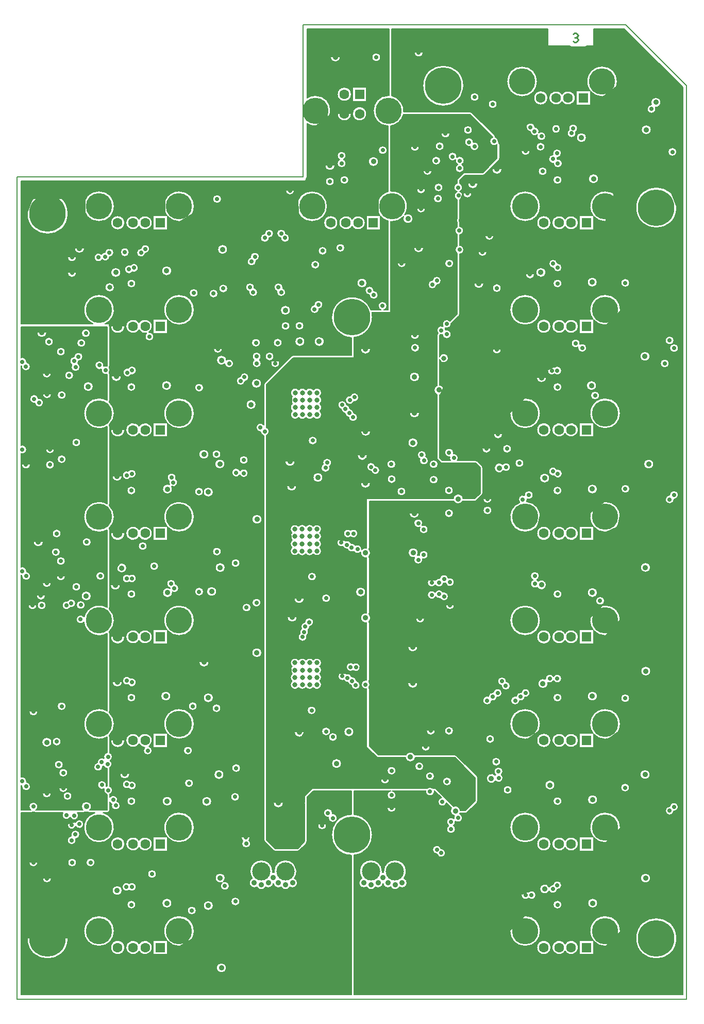
<source format=gbr>
%FSLAX35Y35*%
%MOIN*%
G04 EasyPC Gerber Version 18.0.8 Build 3632 *
%ADD14R,0.06299X0.06299*%
%ADD10C,0.00500*%
%ADD12C,0.00984*%
%ADD11C,0.01969*%
%ADD19C,0.02756*%
%ADD13C,0.03150*%
%ADD70C,0.03543*%
%ADD15C,0.06299*%
%ADD17C,0.11811*%
%ADD16C,0.16929*%
%ADD18C,0.23622*%
X0Y0D02*
D02*
D10*
X78740Y98425D02*
Y629921D01*
X263780*
Y728346*
X472441*
X511811Y688976*
Y98425*
X78740*
X81209Y101260D02*
X294882D01*
Y191488*
G75*
G02Y217961I394J13236*
G01*
Y233161*
X270421*
X266445Y229185*
Y226748*
G75*
G02X266262Y225985I-1681J0*
G01*
G75*
G03Y224605I1356J-690*
G01*
G75*
G02X266445Y223843I-1498J-763*
G01*
Y201533*
G75*
G02X266211Y200677I-1681*
G01*
G75*
G03X266000Y199961I1310J-775*
G01*
G75*
G02X265508Y198839I-1680J67*
G01*
X261346Y194677*
G75*
G02X260157Y194185I-1189J1189*
G01*
X245630*
G75*
G02X244441Y194677J1681*
G01*
X238772Y200346*
G75*
G02X238279Y201535I1189J1189*
G01*
Y462772*
G75*
G02X236108Y465183I619J2740*
G01*
G75*
G02X233254Y467992I-45J2809*
G01*
G75*
G02X238279Y469718I2809*
G01*
Y495630*
G75*
G02X238772Y496819I1681*
G01*
X256134Y514181*
G75*
G02X257323Y514674I1189J-1189*
G01*
X294874*
Y526134*
G75*
G02X282033Y539370I402J13236*
G01*
G75*
G02X307706Y543935I13242*
G01*
G75*
G02X308184Y544004I478J-1613*
G01*
X314125*
G75*
G02X312250Y546654I934J2649*
G01*
G75*
G02X317868I2809*
G01*
G75*
G02X315993Y544004I-2809*
G01*
X318693*
Y601204*
G75*
G02X318717Y601489I1682J0*
G01*
G75*
G02X313715Y604614I2503J9574*
G01*
Y595813*
X304553*
Y604974*
X313420*
G75*
G02X318717Y620637I7801J6089*
G01*
G75*
G02X318693Y620922I1658J285*
G01*
Y662943*
G75*
G02X318976Y682730I284J9892*
G01*
G75*
G02X319331Y682724I1J-9896*
G01*
Y725878*
X266248*
Y681174*
G75*
G02X271575Y682730I5326J-8340*
G01*
G75*
G02Y662939J-9896*
G01*
G75*
G02X266248Y664495J9896*
G01*
Y629921*
G75*
G02X265472Y628125I-2469*
G01*
Y627441*
X81209*
Y535039*
X127793*
G75*
G02X131693Y554030I3900J9094*
G01*
G75*
G02X135593Y535039I0J-9896*
G01*
X138189*
Y534207*
G75*
G02X138532Y533189I-1339J-1018*
G01*
Y507777*
G75*
G02X138207Y506783I-1681J0*
G01*
G75*
G02Y503453I-2262J-1665*
G01*
G75*
G02X138532Y502459I-1357J-993*
G01*
Y485650*
G75*
G02X138206Y484655I-1681*
G01*
G75*
G02Y469754I-6513J-7450*
G01*
G75*
G02X138532Y468759I-1355J-995*
G01*
Y418721*
G75*
G02X138206Y417726I-1681*
G01*
G75*
G02Y402825I-6513J-7450*
G01*
G75*
G02X138532Y401830I-1355J-995*
G01*
Y351792*
G75*
G02X138206Y350797I-1681*
G01*
G75*
G02Y335896I-6513J-7450*
G01*
G75*
G02X138532Y334901I-1355J-995*
G01*
Y284863*
G75*
G02X138206Y283868I-1681*
G01*
G75*
G02Y268967I-6513J-7450*
G01*
G75*
G02X138532Y267972I-1355J-995*
G01*
Y257950*
G75*
G02X138528Y257831I-1683J2*
G01*
G75*
G02X138783Y252718I-1027J-2614*
G01*
G75*
G02X138506Y247904I-1578J-2324*
G01*
G75*
G02X138532Y247607I-1655J-297*
G01*
Y236251*
G75*
G02X138531Y236193I-1686J6*
G01*
G75*
G02Y230894I-932J-2650*
G01*
G75*
G02X138532Y230836I-1686J-63*
G01*
Y228954*
G75*
G02X143437Y226277I2315J-1592*
G01*
G75*
G02X145329Y223622I-918J-2655*
G01*
G75*
G02X139711I-2809*
G01*
G75*
G02X139929Y224707I2809*
G01*
G75*
G02X138532Y225770I917J2655*
G01*
Y220669*
G75*
G02X138189Y219652I-1681*
G01*
Y219488*
X138047*
G75*
G02X136850Y218988I-1197J1181*
G01*
X134465*
G75*
G02X131693Y199593I-2772J-9500*
G01*
G75*
G02X128921Y218988J9896*
G01*
X125686*
G75*
G02X124489Y219488J1681*
G01*
X122558*
G75*
G02X121361Y218988I-1197J1181*
G01*
X117753*
G75*
G02X118459Y217126I-2104J-1862*
G01*
G75*
G02X113066Y216023I-2809*
G01*
G75*
G02X107821Y217421I-2436J1398*
G01*
G75*
G02X108298Y218988I2809J0*
G01*
X90792*
G75*
G02X89595Y219488J1681*
G01*
X88830*
G75*
G02X87633Y218988I-1197J1181*
G01*
X81209*
Y101260*
X85183Y137795D02*
G75*
G02X111667I13242D01*
G01*
G75*
G02X85183I-13242*
G01*
Y606299D02*
G75*
G02X111667I13242D01*
G01*
G75*
G02X85183I-13242*
G01*
X86404Y186811D02*
G75*
G02X92022I2809D01*
G01*
G75*
G02X86404I-2809*
G01*
X95262Y176476D02*
G75*
G02X100880I2809D01*
G01*
G75*
G02X95262I-2809*
G01*
X111364Y567913D02*
G75*
G02X116982I2809D01*
G01*
G75*
G02X111364I-2809*
G01*
Y577953D02*
G75*
G02X116982I2809D01*
G01*
G75*
G02X111364I-2809*
G01*
X111482Y186811D02*
G75*
G02X117100I2809D01*
G01*
G75*
G02X111482I-2809*
G01*
X113789Y203984D02*
G75*
G02X113628Y204921I2648J937D01*
G01*
G75*
G02X119246I2809*
G01*
G75*
G02X116624Y202119I-2809*
G01*
G75*
G02X116785Y201181I-2648J-937*
G01*
G75*
G02X111167I-2809*
G01*
G75*
G02X113789Y203984I2809*
G01*
X115892Y583858D02*
G75*
G02X122297I3203D01*
G01*
G75*
G02X115892I-3203*
G01*
X116365Y212600D02*
G75*
G02X121805Y211614I2631J-985D01*
G01*
G75*
G02X116607Y210137I-2809*
G01*
G75*
G02X111167Y211122I-2631J985*
G01*
G75*
G02X116365Y212600I2809*
G01*
X123372Y186811D02*
G75*
G02X128990I2809D01*
G01*
G75*
G02X123372I-2809*
G01*
X131693Y152455D02*
G75*
G02Y132663J-9896D01*
G01*
G75*
G02Y152455J9896*
G01*
Y620959D02*
G75*
G02Y601167J-9896D01*
G01*
G75*
G02Y620959J9896*
G01*
X133326Y579897D02*
G75*
G02X135627Y581348I2461J-1354D01*
G01*
G75*
G02X141234Y581102I2798J-245*
G01*
G75*
G02X138586Y578298I-2809*
G01*
G75*
G02X133760Y576599I-2798J246*
G01*
G75*
G02X128490Y577953I-2461J1354*
G01*
G75*
G02X133326Y579897I2809*
G01*
X135577Y558661D02*
G75*
G02X141589I3006D01*
G01*
G75*
G02X135577I-3006*
G01*
X139002Y366063D02*
G75*
G02X145407I3203D01*
G01*
G75*
G02X139002I-3203*
G01*
X139317Y568268D02*
G75*
G02X145722I3203D01*
G01*
G75*
G02X139317I-3203*
G01*
X139671Y500945D02*
G75*
G02X146077I3203D01*
G01*
G75*
G02X139671I-3203*
G01*
X140203Y168701D02*
G75*
G02X146608I3203D01*
G01*
G75*
G02X140203I-3203*
G01*
Y436516D02*
G75*
G02X146608I3203D01*
G01*
G75*
G02X140203I-3203*
G01*
X140301Y303445D02*
G75*
G02X146707I3203D01*
G01*
G75*
G02X140301I-3203*
G01*
X143175Y377244D02*
G75*
G02X149581I3203D01*
G01*
G75*
G02X143175I-3203*
G01*
X145124Y244094D02*
G75*
G02X151530I3203D01*
G01*
G75*
G02X145124I-3203*
G01*
X148360Y131890D02*
G75*
G02X139199I-4581D01*
G01*
G75*
G02X148360I4581*
G01*
Y198819D02*
G75*
G02X139199I-4581D01*
G01*
G75*
G02X148360I4581*
G01*
Y265748D02*
G75*
G02X139199I-4581D01*
G01*
G75*
G02X148360I4581*
G01*
Y332677D02*
G75*
G02X139199I-4581D01*
G01*
G75*
G02X148360I4581*
G01*
Y399606D02*
G75*
G02X139199I-4581D01*
G01*
G75*
G02X148360I4581*
G01*
Y466535D02*
G75*
G02X139199I-4581D01*
G01*
G75*
G02X148360I4581*
G01*
Y533465D02*
G75*
G02X139199I-4581D01*
G01*
G75*
G02X148360I4581*
G01*
Y600394D02*
G75*
G02X139199I-4581D01*
G01*
G75*
G02X148360I4581*
G01*
X148386Y584148D02*
G75*
G02Y578530J-2809D01*
G01*
G75*
G02Y584148J2809*
G01*
X150559Y439808D02*
G75*
G02X155663Y438189I2296J-1619D01*
G01*
G75*
G02X151902Y435546I-2809*
G01*
G75*
G02X146797Y437165I-2296J1619*
G01*
G75*
G02X150559Y439808I2809*
G01*
X150597Y506288D02*
G75*
G02X155860Y504921I2454J-1367D01*
G01*
G75*
G02X152454Y502176I-2809*
G01*
G75*
G02X147191Y503543I-2454J1367*
G01*
G75*
G02X150597Y506288I2809*
G01*
X150624Y301676D02*
G75*
G02X146896Y304331I-920J2654D01*
G01*
G75*
G02X152033Y305902I2809*
G01*
G75*
G02X155762Y303248I920J-2654*
G01*
G75*
G02X150624Y301676I-2809*
G01*
X150818Y234789D02*
G75*
G02X146797Y237323I-1211J2534D01*
G01*
G75*
G02X151741Y239148I2809*
G01*
G75*
G02X155762Y236614I1211J-2534*
G01*
G75*
G02X150818Y234789I-2809*
G01*
X151181Y168883D02*
G75*
G02X146600Y171063I-1772J2180D01*
G01*
G75*
G02X151181Y173243I2809*
G01*
G75*
G02X155762Y171063I1772J-2180*
G01*
G75*
G02X151181Y168883I-2809*
G01*
X151213Y372678D02*
G75*
G02X155762Y370472I1739J-2206D01*
G01*
G75*
G02X151346Y368169I-2809*
G01*
G75*
G02X146797Y370374I-1739J2206*
G01*
G75*
G02X151213Y372678I2809*
G01*
X152036Y572880D02*
G75*
G02X157140Y571260I2294J-1620D01*
G01*
G75*
G02X153279Y568655I-2809*
G01*
G75*
G02X148175Y570276I-2294J1620*
G01*
G75*
G02X152036Y572880I2809*
G01*
X155407Y159567D02*
G75*
G02X149789I-2809D01*
G01*
G75*
G02X155407I2809*
G01*
Y226496D02*
G75*
G02X149789I-2809D01*
G01*
G75*
G02X155407I2809*
G01*
Y293425D02*
G75*
G02X149789I-2809D01*
G01*
G75*
G02X155407I2809*
G01*
Y360354D02*
G75*
G02X149789I-2809D01*
G01*
G75*
G02X155407I2809*
G01*
Y427283D02*
G75*
G02X149789I-2809D01*
G01*
G75*
G02X155407I2809*
G01*
Y494213D02*
G75*
G02X149789I-2809D01*
G01*
G75*
G02X155407I2809*
G01*
Y561142D02*
G75*
G02X149789I-2809D01*
G01*
G75*
G02X155407I2809*
G01*
X157132Y391339D02*
G75*
G02X162750I2809D01*
G01*
G75*
G02X157132I-2809*
G01*
X157559Y129548D02*
G75*
G02X149041Y131890I-3937J2342D01*
G01*
G75*
G02X157559Y134231I4581*
G01*
G75*
G02X166077Y131890I3937J-2342*
G01*
G75*
G02X157559Y129548I-4581*
G01*
Y196477D02*
G75*
G02X149041Y198819I-3937J2342D01*
G01*
G75*
G02X157559Y201161I4581*
G01*
G75*
G02X166077Y198819I3937J-2342*
G01*
G75*
G02X157559Y196477I-4581*
G01*
Y263406D02*
G75*
G02X149041Y265748I-3937J2342D01*
G01*
G75*
G02X157559Y268090I4581*
G01*
G75*
G02X166077Y265748I3937J-2342*
G01*
G75*
G02X163947Y261878I-4581*
G01*
G75*
G02X165998Y259173I-758J-2705*
G01*
G75*
G02X160380I-2809*
G01*
G75*
G02X161219Y261176I2809*
G01*
G75*
G02X157559Y263406I277J4572*
G01*
Y330335D02*
G75*
G02X149041Y332677I-3937J2342D01*
G01*
G75*
G02X157559Y335019I4581*
G01*
G75*
G02X166077Y332677I3937J-2342*
G01*
G75*
G02X157559Y330335I-4581*
G01*
Y397265D02*
G75*
G02X149041Y399606I-3937J2342D01*
G01*
G75*
G02X157559Y401948I4581*
G01*
G75*
G02X166077Y399606I3937J-2342*
G01*
G75*
G02X157559Y397265I-4581*
G01*
Y464194D02*
G75*
G02X149041Y466535I-3937J2342D01*
G01*
G75*
G02X157559Y468877I4581*
G01*
G75*
G02X166077Y466535I3937J-2342*
G01*
G75*
G02X157559Y464194I-4581*
G01*
Y531123D02*
G75*
G02X149041Y533465I-3937J2342D01*
G01*
G75*
G02X157559Y535806I4581*
G01*
G75*
G02X166077Y533465I3937J-2342*
G01*
G75*
G02X163888Y529558I-4581*
G01*
G75*
G02X167085Y526776I388J-2782*
G01*
G75*
G02X161467I-2809*
G01*
G75*
G02X162578Y529013I2809*
G01*
G75*
G02X157559Y531123I-1081J4451*
G01*
Y598052D02*
G75*
G02X149041Y600394I-3937J2342D01*
G01*
G75*
G02X157559Y602735I4581*
G01*
G75*
G02X166077Y600394I3937J-2342*
G01*
G75*
G02X157559Y598052I-4581*
G01*
X158864Y583832D02*
G75*
G02X164463Y583504I2790J-328D01*
G01*
G75*
G02X161609Y580695I-2809*
G01*
G75*
G02X156010Y581024I-2790J328*
G01*
G75*
G02X158864Y583832I2809*
G01*
X163136Y179331D02*
G75*
G02X168754I2809D01*
G01*
G75*
G02X163136I-2809*
G01*
X164593Y378386D02*
G75*
G02X170211I2809D01*
G01*
G75*
G02X164593I-2809*
G01*
X171699Y294390D02*
G75*
G02X178104I3203D01*
G01*
G75*
G02X171699I-3203*
G01*
X172191Y495177D02*
G75*
G02X178596I3203D01*
G01*
G75*
G02X172191I-3203*
G01*
X172270Y569331D02*
G75*
G02X178675I3203D01*
G01*
G75*
G02X172270I-3203*
G01*
X172388Y160531D02*
G75*
G02X178793I3203D01*
G01*
G75*
G02X172388I-3203*
G01*
X172585Y226476D02*
G75*
G02X178990I3203D01*
G01*
G75*
G02X172585I-3203*
G01*
X175624Y136470D02*
G75*
G02X183425Y152455I7801J6089D01*
G01*
G75*
G02Y132663J-9896*
G01*
G75*
G02X175919Y136110J9896*
G01*
Y127309*
X166758*
Y136470*
X175624*
Y203400D02*
G75*
G02X183425Y219384I7801J6089D01*
G01*
G75*
G02Y199593J-9896*
G01*
G75*
G02X175919Y203039J9896*
G01*
Y194238*
X166758*
Y203400*
X175624*
Y270329D02*
G75*
G02X183425Y286313I7801J6089D01*
G01*
G75*
G02Y266522J-9896*
G01*
G75*
G02X175919Y269969J9896*
G01*
Y261167*
X166758*
Y270329*
X175624*
Y337258D02*
G75*
G02X183425Y353242I7801J6089D01*
G01*
G75*
G02Y333451J-9896*
G01*
G75*
G02X175919Y336898J9896*
G01*
Y328096*
X166758*
Y337258*
X175624*
Y404187D02*
G75*
G02X183425Y420171I7801J6089D01*
G01*
G75*
G02Y400380J-9896*
G01*
G75*
G02X175919Y403827J9896*
G01*
Y395026*
X166758*
Y404187*
X175624*
Y471116D02*
G75*
G02X183425Y487100I7801J6089D01*
G01*
G75*
G02Y467309J-9896*
G01*
G75*
G02X175919Y470756J9896*
G01*
Y461955*
X166758*
Y471116*
X175624*
Y538045D02*
G75*
G02X183425Y554030I7801J6089D01*
G01*
G75*
G02Y534238J-9896*
G01*
G75*
G02X175919Y537685J9896*
G01*
Y528884*
X166758*
Y538045*
X175624*
Y604974D02*
G75*
G02X183425Y620959I7801J6089D01*
G01*
G75*
G02Y601167J-9896*
G01*
G75*
G02X175919Y604614J9896*
G01*
Y595813*
X166758*
Y604974*
X175624*
X177057Y433442D02*
G75*
G02X175852Y435748I1604J2306D01*
G01*
G75*
G02X181470I2809*
G01*
G75*
G02X181328Y434865I-2809J0*
G01*
G75*
G02X178632Y429971I-1604J-2306*
G01*
G75*
G02X179148Y428228I-2687J-1743*
G01*
G75*
G02X172742I-3203*
G01*
G75*
G02X177308Y431126I3203*
G01*
G75*
G02X177057Y433442I2416J1433*
G01*
X177607Y364287D02*
G75*
G02X175498Y367008I700J2720D01*
G01*
G75*
G02X181116I2809*
G01*
G75*
G02X181114Y366894I-2806J1*
G01*
G75*
G02X183222Y364173I-700J-2720*
G01*
G75*
G02X179162Y361658I-2809*
G01*
G75*
G02X179187Y361260I-3178J-398*
G01*
G75*
G02X172781I-3203*
G01*
G75*
G02X177609Y364020I3203*
G01*
G75*
G02X177604Y364173I2806J156*
G01*
G75*
G02X177607Y364287I2805J-1*
G01*
X186364Y259173D02*
G75*
G02X191982I2809D01*
G01*
G75*
G02X186364I-2809*
G01*
X187053Y238110D02*
G75*
G02X192671I2809D01*
G01*
G75*
G02X187053I-2809*
G01*
X188923Y155807D02*
G75*
G02X194541I2809D01*
G01*
G75*
G02X188923I-2809*
G01*
X189514Y287894D02*
G75*
G02X195132I2809D01*
G01*
G75*
G02X189514I-2809*
G01*
X190104Y555020D02*
G75*
G02X195722I2809D01*
G01*
G75*
G02X190104I-2809*
G01*
X193648Y361909D02*
G75*
G02X199266I2809D01*
G01*
G75*
G02X193648I-2809*
G01*
Y493799D02*
G75*
G02X199266I2809D01*
G01*
G75*
G02X193648I-2809*
G01*
X196305Y450689D02*
G75*
G02X202711I3203D01*
G01*
G75*
G02X196305I-3203*
G01*
X196364Y316339D02*
G75*
G02X202770I3203D01*
G01*
G75*
G02X196364I-3203*
G01*
X198136Y226339D02*
G75*
G02X204541I3203D01*
G01*
G75*
G02X198136I-3203*
G01*
X199159Y158957D02*
G75*
G02X205565I3203D01*
G01*
G75*
G02X199159I-3203*
G01*
X199161Y426394D02*
G75*
G02X193549Y426575I-2803J181D01*
G01*
G75*
G02X199167I2809*
G01*
G75*
G02X199166Y426480I-2806J-1*
G01*
G75*
G02X205565Y426280I3196J-200*
G01*
G75*
G02X199159I-3203*
G01*
G75*
G02X199161Y426394I3207J2*
G01*
X199199Y293307D02*
G75*
G02X205604I3203D01*
G01*
G75*
G02X199199I-3203*
G01*
X201325Y362047D02*
G75*
G02X207730I3203D01*
G01*
G75*
G02X201325I-3203*
G01*
X202978Y554606D02*
G75*
G02X208596I2809D01*
G01*
G75*
G02X202978I-2809*
G01*
X204868Y286535D02*
G75*
G02X210486I2809D01*
G01*
G75*
G02X204868I-2809*
G01*
Y450787D02*
G75*
G02X210486I2809D01*
G01*
G75*
G02X204868I-2809*
G01*
X205104Y387835D02*
G75*
G02X210722I2809D01*
G01*
G75*
G02X205104I-2809*
G01*
X205262Y615748D02*
G75*
G02X210880I2809D01*
G01*
G75*
G02X205262I-2809*
G01*
X205734Y518858D02*
G75*
G02X211352I2809D01*
G01*
G75*
G02X205734I-2809*
G01*
X206049Y243701D02*
G75*
G02X212455I3203D01*
G01*
G75*
G02X206049I-3203*
G01*
X206640Y444488D02*
G75*
G02X213045I3203D01*
G01*
G75*
G02X206640I-3203*
G01*
X206837Y377461D02*
G75*
G02X213242I3203D01*
G01*
G75*
G02X206837I-3203*
G01*
X207624Y118701D02*
G75*
G02X214030I3203D01*
G01*
G75*
G02X207624I-3203*
G01*
X208411Y583150D02*
G75*
G02X214817I3203D01*
G01*
G75*
G02X208411I-3203*
G01*
X209278Y557913D02*
G75*
G02X214896I2809D01*
G01*
G75*
G02X209278I-2809*
G01*
X211325Y173838D02*
G75*
G02X206837Y176772I-1285J2933D01*
G01*
G75*
G02X213242I3203*
G01*
G75*
G02X212009Y174246I-3203*
G01*
G75*
G02X215900Y171654I1082J-2593*
G01*
G75*
G02X210281I-2809*
G01*
G75*
G02X211325Y173838I2809*
G01*
X213031Y509179D02*
G75*
G02X207703Y511575I-2125J2396D01*
G01*
G75*
G02X214107Y511670I3203*
G01*
G75*
G02X218636Y509449I1720J-2221*
G01*
G75*
G02X213031Y509179I-2809*
G01*
X216876Y229252D02*
G75*
G02X222494I2809D01*
G01*
G75*
G02X216876I-2809*
G01*
X217073Y161614D02*
G75*
G02X222691I2809D01*
G01*
G75*
G02X217073I-2809*
G01*
X217230Y380394D02*
G75*
G02X222848I2809D01*
G01*
G75*
G02X217230I-2809*
G01*
X217585Y247874D02*
G75*
G02X223203I2809D01*
G01*
G75*
G02X217585I-2809*
G01*
X222467Y447008D02*
G75*
G02X228085I2809D01*
G01*
G75*
G02X222467I-2809*
G01*
X222719Y437381D02*
G75*
G02X217545Y438898I-2364J1517D01*
G01*
G75*
G02X222911Y440060I2809*
G01*
G75*
G02X228085Y438543I2364J-1517*
G01*
G75*
G02X222719Y437381I-2809*
G01*
X222996Y500902D02*
G75*
G02X228596Y500591I2792J-311D01*
G01*
G75*
G02X226099Y497799I-2809*
G01*
G75*
G02X220498Y498110I-2792J311*
G01*
G75*
G02X222996Y500902I2809*
G01*
X224317Y351654D02*
G75*
G02X229935I2809D01*
G01*
G75*
G02X224317I-2809*
G01*
X224666Y200822D02*
G75*
G02X223687Y202953I1830J2131D01*
G01*
G75*
G02X229305I2809*
G01*
G75*
G02X228680Y201186I-2809*
G01*
G75*
G02X229659Y199055I-1830J-2131*
G01*
G75*
G02X224041I-2809*
G01*
G75*
G02X224666Y200822I2809*
G01*
X226837Y482874D02*
G75*
G02X233242I3203D01*
G01*
G75*
G02X226837I-3203*
G01*
X228685Y555967D02*
G75*
G02X226522Y558701I646J2734D01*
G01*
G75*
G02X232140I2809*
G01*
G75*
G02X232103Y558246I-2809J-1*
G01*
G75*
G02X234266Y555512I-646J-2734*
G01*
G75*
G02X228648I-2809*
G01*
G75*
G02X228685Y555967I2808J1*
G01*
X229748Y578088D02*
G75*
G02X229711Y578543I2771J454D01*
G01*
G75*
G02X235329I2809*
G01*
G75*
G02X233166Y575809I-2809*
G01*
G75*
G02X233203Y575354I-2772J-454*
G01*
G75*
G02X227585I-2809*
G01*
G75*
G02X229748Y578088I2809*
G01*
X230301Y496594D02*
G75*
G02X236707I3203D01*
G01*
G75*
G02X230301I-3203*
G01*
X230348Y522878D02*
G75*
G02X235967I2809D01*
G01*
G75*
G02X230348I-2809*
G01*
X230557Y322441D02*
G75*
G02X236963I3203D01*
G01*
G75*
G02X230557I-3203*
G01*
X230636Y408701D02*
G75*
G02X237041I3203D01*
G01*
G75*
G02X230636I-3203*
G01*
X230695Y354803D02*
G75*
G02X236313I2809D01*
G01*
G75*
G02X230695I-2809*
G01*
X230844Y176622D02*
G75*
G02X229317Y181102I5810J4480D01*
G01*
G75*
G02X243990I7337*
G01*
G75*
G02X243949Y180329I-7339J0*
G01*
G75*
G02X244948I500J-3164*
G01*
G75*
G02X244907Y181102I7297J774*
G01*
G75*
G02X259581I7337*
G01*
G75*
G02X258054Y176622I-7337J0*
G01*
G75*
G02X260065Y173650I-1192J-2973*
G01*
G75*
G02X255094Y170979I-3203*
G01*
G75*
G02X249394I-2850J1461*
G01*
G75*
G02X244449Y173246I-1769J2670*
G01*
G75*
G02X239503Y170979I-3177J404*
G01*
G75*
G02X233804I-2850J1461*
G01*
G75*
G02X228833Y173650I-1769J2670*
G01*
G75*
G02X230844Y176622I3203*
G01*
X231942Y511725D02*
G75*
G02X230813Y513976I1680J2251D01*
G01*
G75*
G02X236431I2809*
G01*
G75*
G02X235420Y511818I-2809*
G01*
G75*
G02X236549Y509567I-1680J-2251*
G01*
G75*
G02X230931I-2809*
G01*
G75*
G02X231942Y511725I2809*
G01*
X238923Y593400D02*
G75*
G02Y593425I2793J13D01*
G01*
G75*
G02X244541I2809*
G01*
G75*
G02X241707Y590616I-2809*
G01*
G75*
G02Y590591I-2798J-13*
G01*
G75*
G02X236089I-2809*
G01*
G75*
G02X238923Y593400I2809*
G01*
X239199Y513976D02*
G75*
G02X244817I2809D01*
G01*
G75*
G02X239199I-2809*
G01*
X242821Y509567D02*
G75*
G02X248439I2809D01*
G01*
G75*
G02X242821I-2809*
G01*
X244435Y522878D02*
G75*
G02X250053I2809D01*
G01*
G75*
G02X244435I-2809*
G01*
X246774Y556069D02*
G75*
G02X244947Y558701I981J2632D01*
G01*
G75*
G02X250565I2809*
G01*
G75*
G02X250509Y558144I-2809J1*
G01*
G75*
G02X252337Y555512I-981J-2632*
G01*
G75*
G02X246719I-2809*
G01*
G75*
G02X246774Y556069I2809J0*
G01*
X249061Y543799D02*
G75*
G02X255467I3203D01*
G01*
G75*
G02X249061I-3203*
G01*
X249199Y590635D02*
G75*
G02X246719Y593425I328J2790D01*
G01*
G75*
G02X252337I2809*
G01*
G75*
G02X252336Y593380I-2814J2*
G01*
G75*
G02X254817Y590591I-328J-2790*
G01*
G75*
G02X249199I-2809*
G01*
G75*
G02X249199Y590635I2811J-2*
G01*
X249553Y533661D02*
G75*
G02X255171I2809D01*
G01*
G75*
G02X249553I-2809*
G01*
X252388Y621220D02*
G75*
G02X258006I2809D01*
G01*
G75*
G02X252388I-2809*
G01*
X258372Y523622D02*
G75*
G02X264778I3203D01*
G01*
G75*
G02X258372I-3203*
G01*
X258569Y533819D02*
G75*
G02X264187I2809D01*
G01*
G75*
G02X258569I-2809*
G01*
X268726Y573268D02*
G75*
G02X274344I2809D01*
G01*
G75*
G02X268726I-2809*
G01*
X269488Y620959D02*
G75*
G02Y601167J-9896D01*
G01*
G75*
G02Y620959J9896*
G01*
X270818Y547318D02*
G75*
G02X270813Y547480I2806J163D01*
G01*
G75*
G02X276431I2809*
G01*
G75*
G02X273946Y544690I-2809*
G01*
G75*
G02X273951Y544528I-2807J-163*
G01*
G75*
G02X268333I-2809*
G01*
G75*
G02X270818Y547318I2809*
G01*
X270931Y523622D02*
G75*
G02X277337I3203D01*
G01*
G75*
G02X270931I-3203*
G01*
X273175Y210787D02*
G75*
G02X278793I2809D01*
G01*
G75*
G02X273175I-2809*
G01*
X273470Y582264D02*
G75*
G02X279089I2809D01*
G01*
G75*
G02X273470I-2809*
G01*
X277860Y637362D02*
G75*
G02X284266I3203D01*
G01*
G75*
G02X277860I-3203*
G01*
X278195Y627067D02*
G75*
G02X283813I2809D01*
G01*
G75*
G02X278195I-2809*
G01*
X280121Y216111D02*
G75*
G02X276955Y218898I-357J2786D01*
G01*
G75*
G02X282573I2809*
G01*
G75*
G02X282517Y218337I-2809J-1*
G01*
G75*
G02X285683Y215551I357J-2786*
G01*
G75*
G02X280065I-2809*
G01*
G75*
G02X280121Y216111I2809J1*
G01*
X281325Y707559D02*
G75*
G02X287730I3203D01*
G01*
G75*
G02X281325I-3203*
G01*
X284986Y584213D02*
G75*
G02X290604I2809D01*
G01*
G75*
G02X284986I-2809*
G01*
X285774Y670866D02*
G75*
G02X294935I4581D01*
G01*
G75*
G02X285774I-4581*
G01*
Y683465D02*
G75*
G02X294935I4581D01*
G01*
G75*
G02X285774I-4581*
G01*
X286156Y600394D02*
G75*
G02X276994I-4581D01*
G01*
G75*
G02X286156I4581*
G01*
X287264Y641260D02*
G75*
G02X285774Y643740I1319J2480D01*
G01*
G75*
G02X291392I2809*
G01*
G75*
G02X289901Y641260I-2809*
G01*
G75*
G02X291392Y638780I-1319J-2480*
G01*
G75*
G02X285774I-2809*
G01*
G75*
G02X287264Y641260I2809*
G01*
X293203Y628071D02*
G75*
G02X287585I-2809D01*
G01*
G75*
G02X293203I2809*
G01*
X295354Y598052D02*
G75*
G02X286837Y600394I-3937J2342D01*
G01*
G75*
G02X295354Y602735I4581*
G01*
G75*
G02X303872Y600394I3937J-2342*
G01*
G75*
G02X295354Y598052I-4581*
G01*
X295616Y670866D02*
G75*
G02X304778I4581D01*
G01*
G75*
G02X295616I-4581*
G01*
Y678884D02*
Y688045D01*
X304778*
Y678884*
X295616*
X298530Y561457D02*
G75*
G02X304935I3203D01*
G01*
G75*
G02X298530I-3203*
G01*
X305951Y639961D02*
G75*
G02X312356I3203D01*
G01*
G75*
G02X305951I-3203*
G01*
X306600Y553766D02*
G75*
G02X303766Y556575I-26J2809D01*
G01*
G75*
G02X309384I2809*
G01*
G75*
G02Y556549I-2798J-13*
G01*
G75*
G02X312219Y553740I26J-2809*
G01*
G75*
G02X306600I-2809*
G01*
G75*
G02Y553766I2793J13*
G01*
X308156Y707402D02*
G75*
G02X313774I2809D01*
G01*
G75*
G02X308156I-2809*
G01*
X312348Y647343D02*
G75*
G02X317967I2809D01*
G01*
G75*
G02X312348I-2809*
G01*
X81209Y137795D02*
G36*
Y131890D01*
X86573*
G75*
G02X85183Y137795I11852J5906*
G01*
X81209*
G37*
X85183D02*
G36*
G75*
G02X111667I13242D01*
G01*
X123019*
G75*
G02X131693Y152455I8674J4764*
G01*
G75*
G02X140367Y137795J-9896*
G01*
X174752*
G75*
G02X183425Y152455I8674J4764*
G01*
G75*
G02X192099Y137795J-9896*
G01*
X294882*
Y155807*
X202943*
G75*
G02X201781I-581J3150*
G01*
X194541*
G75*
G02X188923I-2809*
G01*
X81209*
Y137795*
X85183*
G37*
X111667D02*
G36*
G75*
G02X110278Y131890I-13242D01*
G01*
X139199*
G75*
G02X148360I4581*
G01*
X149041*
G75*
G02X157559Y134231I4581*
G01*
G75*
G02X166077Y131890I3937J-2342*
G01*
X166758*
Y136470*
X175624*
G75*
G02X174752Y137795I7800J6089*
G01*
X140367*
G75*
G02X131693Y132663I-8674J4764*
G01*
G75*
G02X123019Y137795J9896*
G01*
X111667*
G37*
X192099D02*
G36*
G75*
G02X183425Y132663I-8674J4764D01*
G01*
G75*
G02X175919Y136110J9896*
G01*
Y131890*
X294882*
Y137795*
X192099*
G37*
X81209Y606299D02*
G36*
Y600394D01*
X86573*
G75*
G02X85183Y606299I11852J5906*
G01*
X81209*
G37*
X85183D02*
G36*
G75*
G02X89148Y615748I13242D01*
G01*
X81209*
Y606299*
X85183*
G37*
X111667D02*
G36*
G75*
G02X110278Y600394I-13242D01*
G01*
X139199*
G75*
G02X148360I4581*
G01*
X149041*
G75*
G02X157559Y602735I4581*
G01*
G75*
G02X166077Y600394I3937J-2342*
G01*
X166758*
Y604974*
X175624*
G75*
G02X174752Y606299I7800J6089*
G01*
X140367*
G75*
G02X131693Y601167I-8674J4764*
G01*
G75*
G02X123019Y606299J9896*
G01*
X111667*
G37*
X123019D02*
G36*
G75*
G02X122976Y615748I8674J4764D01*
G01*
X107703*
G75*
G02X111667Y606299I-9278J-9449*
G01*
X123019*
G37*
X174752D02*
G36*
G75*
G02X174709Y615748I8674J4763D01*
G01*
X140409*
G75*
G02X140367Y606299I-8717J-4685*
G01*
X174752*
G37*
X192099D02*
G36*
G75*
G02X183425Y601167I-8674J4764D01*
G01*
G75*
G02X175919Y604614J9896*
G01*
Y600394*
X276994*
G75*
G02X286156I4581*
G01*
X286837*
G75*
G02X295354Y602735I4581*
G01*
G75*
G02X303872Y600394I3937J-2342*
G01*
X304553*
Y604974*
X313420*
G75*
G02X312547Y606299I7801J6087*
G01*
X278162*
G75*
G02X269488Y601167I-8674J4764*
G01*
G75*
G02X260815Y606299J9896*
G01*
X192099*
G37*
X260815D02*
G36*
G75*
G02X260772Y615748I8674J4764D01*
G01*
X210880*
G75*
G02X205262I-2809*
G01*
X192142*
G75*
G02X192099Y606299I-8717J-4685*
G01*
X260815*
G37*
X312547D02*
G36*
G75*
G02X312504Y615748I8673J4764D01*
G01*
X278205*
G75*
G02X278162Y606299I-8717J-4685*
G01*
X312547*
G37*
X81209Y186811D02*
G36*
Y179331D01*
X163136*
G75*
G02X168754I2809*
G01*
X208113*
G75*
G02X211965I1926J-2559*
G01*
X229534*
G75*
G02X229317Y181102I7119J1772*
G01*
G75*
G02X232045Y186811I7337*
G01*
X128990*
G75*
G02X123372I-2809*
G01*
X117100*
G75*
G02X111482I-2809*
G01*
X92022*
G75*
G02X86404I-2809*
G01*
X81209*
G37*
X86404D02*
G36*
G75*
G02X92022I2809D01*
G01*
X111482*
G75*
G02X117100I2809*
G01*
X123372*
G75*
G02X128990I2809*
G01*
X232045*
G75*
G02X243990Y181102I4608J-5709*
G01*
G75*
G02X243949Y180329I-7339J0*
G01*
G75*
G02X244948I500J-3164*
G01*
G75*
G02X244907Y181102I7297J774*
G01*
G75*
G02X256852Y186811I7337*
G01*
X294882*
Y191488*
G75*
G02X283821Y211368I394J13236*
G01*
X278733*
G75*
G02X278793Y210787I-2748J-580*
G01*
G75*
G02X273175I-2809*
G01*
G75*
G02X273236Y211368I2809J0*
G01*
X266445*
Y201533*
G75*
G02X266211Y200677I-1681*
G01*
G75*
G03X266000Y199961I1310J-775*
G01*
G75*
G02X265508Y198839I-1680J67*
G01*
X261346Y194677*
G75*
G02X260157Y194185I-1189J1189*
G01*
X245630*
G75*
G02X244441Y194677J1681*
G01*
X238772Y200346*
G75*
G02X238279Y201535I1189J1189*
G01*
Y203051*
X229304*
G75*
G02X229305Y202953I-2809J-94*
G01*
G75*
G02X228680Y201186I-2809*
G01*
G75*
G02X229659Y199055I-1830J-2131*
G01*
G75*
G02X224041I-2809*
G01*
G75*
G02X224666Y200822I2809*
G01*
G75*
G02X223687Y202953I1830J2131*
G01*
G75*
G02X223689Y203051I2809J4*
G01*
X190941*
G75*
G02X183425Y199593I-7516J6437*
G01*
G75*
G02X175919Y203039J9896*
G01*
Y194238*
X166758*
Y203051*
X163249*
G75*
G02X166077Y198819I-1753J-4232*
G01*
G75*
G02X157559Y196477I-4581*
G01*
G75*
G02X149041Y198819I-3937J2342*
G01*
G75*
G02X151869Y203051I4581*
G01*
X145532*
G75*
G02X148360Y198819I-1752J-4232*
G01*
G75*
G02X139199I-4581*
G01*
G75*
G02X142027Y203051I4581*
G01*
X139209*
G75*
G02X131693Y199593I-7516J6437*
G01*
G75*
G02X124177Y203051I0J9896*
G01*
X118533*
G75*
G02X116624Y202119I-2096J1870*
G01*
G75*
G02X116785Y201181I-2648J-937*
G01*
G75*
G02X111167I-2809*
G01*
G75*
G02X111880Y203051I2809*
G01*
X81209*
Y186811*
X86404*
G37*
X256852D02*
G36*
G75*
G02X259581Y181102I-4608J-5709D01*
G01*
G75*
G02X259363Y179331I-7337J1*
G01*
X294882*
Y186811*
X256852*
G37*
X81209Y176476D02*
G36*
Y168701D01*
X140203*
G75*
G02X146608I3203*
G01*
X147889*
G75*
G02X146600Y171063I1520J2362*
G01*
G75*
G02X151181Y173243I2809*
G01*
G75*
G02X155762Y171063I1772J-2180*
G01*
G75*
G02X154473Y168701I-2809*
G01*
X294882*
Y176476*
X258368*
G75*
G02X260065Y173650I-1506J-2827*
G01*
G75*
G02X255094Y170979I-3203*
G01*
G75*
G02X249394I-2850J1461*
G01*
G75*
G02X244449Y173246I-1769J2670*
G01*
G75*
G02X239503Y170979I-3177J404*
G01*
G75*
G02X233804I-2850J1461*
G01*
G75*
G02X228833Y173650I-1769J2670*
G01*
G75*
G02X230530Y176476I3203*
G01*
X213228*
G75*
G02X212009Y174246I-3189J295*
G01*
G75*
G02X215900Y171654I1082J-2593*
G01*
G75*
G02X210281I-2809*
G01*
G75*
G02X211325Y173838I2809*
G01*
G75*
G02X206850Y176476I-1285J2933*
G01*
X100880*
G75*
G02X95262I-2809*
G01*
X81209*
G37*
X95262D02*
G36*
G75*
G02X100880I2809D01*
G01*
X206850*
G75*
G02X206837Y176772I3188J297*
G01*
G75*
G02X208113Y179331I3203*
G01*
X168754*
G75*
G02X163136I-2809*
G01*
X81209*
Y176476*
X95262*
G37*
X230530D02*
G36*
G75*
G02X230844Y176622I1506J-2827D01*
G01*
G75*
G02X229534Y179331I5810J4480*
G01*
X211965*
G75*
G02X213242Y176772I-1926J-2559*
G01*
G75*
G02X213228Y176476I-3203J2*
G01*
X230530*
G37*
X294882D02*
G36*
Y179331D01*
X259363*
G75*
G02X258054Y176622I-7120J1772*
G01*
G75*
G02X258368Y176476I-1191J-2973*
G01*
X294882*
G37*
X81209Y567913D02*
G36*
Y558661D01*
X135577*
G75*
G02X141589I3006*
G01*
X151280*
G75*
G02X149789Y561142I1319J2480*
G01*
G75*
G02X155407I2809*
G01*
G75*
G02X153917Y558661I-2809*
G01*
X209379*
G75*
G02X214794I2707J-748*
G01*
X226522*
G75*
G02Y558701I2809J20*
G01*
G75*
G02X232140I2809*
G01*
G75*
G02Y558661I-2809J-20*
G01*
X244947*
G75*
G02Y558701I2809J20*
G01*
G75*
G02X250565I2809*
G01*
G75*
G02Y558661I-2813J-20*
G01*
X300169*
G75*
G02X298530Y561457I1563J2795*
G01*
G75*
G02X304935I3203*
G01*
G75*
G02X303296Y558661I-3203*
G01*
X304694*
G75*
G02X308456I1881J-2087*
G01*
X318693*
Y567913*
X178344*
G75*
G02X172600I-2872J1417*
G01*
X152504*
G75*
G02X149464I-1520J2362*
G01*
X145703*
G75*
G02X139337I-3183J354*
G01*
X116982*
G75*
G02X111364I-2809*
G01*
X81209*
G37*
X111364D02*
G36*
G75*
G02X116982I2809D01*
G01*
X139337*
G75*
G02X139317Y568268I3183J355*
G01*
G75*
G02X145722I3203*
G01*
G75*
G02X145703Y567913I-3203J0*
G01*
X149464*
G75*
G02X148175Y570276I1520J2362*
G01*
G75*
G02X152036Y572880I2809*
G01*
G75*
G02X152366Y573268I2295J-1620*
G01*
X81209*
Y567913*
X111364*
G37*
X172600D02*
G36*
G75*
G02X172270Y569331I2872J1417D01*
G01*
G75*
G02X178675I3203*
G01*
G75*
G02X178344Y567913I-3203*
G01*
X318693*
Y573268*
X274344*
G75*
G02X268726I-2809*
G01*
X232274*
G75*
G02X228513I-1881J2087*
G01*
X156295*
G75*
G02X157140Y571260I-1965J-2008*
G01*
G75*
G02X153279Y568655I-2809*
G01*
G75*
G02X152504Y567913I-2294J1620*
G01*
X172600*
G37*
X81209Y577953D02*
G36*
Y573268D01*
X152366*
G75*
G02X156295I1965J-2008*
G01*
X228513*
G75*
G02X227585Y575354I1881J2087*
G01*
G75*
G02X229326Y577953I2809*
G01*
X138534*
G75*
G02X133760Y576599I-2746J591*
G01*
G75*
G02X128490Y577953I-2461J1354*
G01*
X116982*
G75*
G02X111364I-2809*
G01*
X81209*
G37*
X111364D02*
G36*
G75*
G02X116982I2809D01*
G01*
X128490*
G75*
G02X133326Y579897I2809*
G01*
G75*
G02X135627Y581348I2461J-1354*
G01*
G75*
G02X137881Y583858I2798J-245*
G01*
X122297*
G75*
G02X115892I-3203*
G01*
X81209*
Y577953*
X111364*
G37*
X229326D02*
G36*
G75*
G02X229748Y578088I1068J-2598D01*
G01*
G75*
G02X229711Y578543I2771J454*
G01*
G75*
G02X235329I2809*
G01*
G75*
G02X235266Y577953I-2809J-1*
G01*
X318693*
Y583858*
X290582*
G75*
G02X285009I-2787J354*
G01*
X278592*
G75*
G02X279089Y582264I-2313J-1594*
G01*
G75*
G02X273470I-2809*
G01*
G75*
G02X273967Y583858I2809*
G01*
X214737*
G75*
G02X214817Y583150I-3123J-709*
G01*
G75*
G02X208411I-3203*
G01*
G75*
G02X208491Y583858I3203J-1*
G01*
X164440*
G75*
G02X164463Y583504I-2787J-354*
G01*
G75*
G02X161609Y580695I-2809*
G01*
G75*
G02X156010Y581024I-2790J328*
G01*
G75*
G02X158864Y583832I2809*
G01*
G75*
G02X158867Y583858I2789J-325*
G01*
X149628*
G75*
G02X148386Y578530I-1242J-2520*
G01*
G75*
G02X147144Y583858J2809*
G01*
X138969*
G75*
G02X141234Y581102I-544J-2756*
G01*
G75*
G02X138586Y578298I-2809*
G01*
G75*
G02X138534Y577953I-2799J245*
G01*
X229326*
G37*
X235266D02*
G36*
G75*
G02X233166Y575809I-2746J591D01*
G01*
G75*
G02X233203Y575354I-2772J-454*
G01*
G75*
G02X232274Y573268I-2809*
G01*
X268726*
G75*
G02X274344I2809*
G01*
X318693*
Y577953*
X235266*
G37*
X111880Y203051D02*
G36*
G75*
G02X113789Y203984I2096J-1870D01*
G01*
G75*
G02X113628Y204921I2648J937*
G01*
G75*
G02X119246I2809*
G01*
G75*
G02X118533Y203051I-2809*
G01*
X124177*
G75*
G02X121978Y211368I7515J6437*
G01*
X121794*
G75*
G02X116607Y210137I-2798J246*
G01*
G75*
G02X111167Y211122I-2631J985*
G01*
G75*
G02X111178Y211368I2809J-2*
G01*
X81209*
Y203051*
X111880*
G37*
X142027D02*
G36*
G75*
G02X145532I1752J-4232D01*
G01*
X151869*
G75*
G02X157559Y201161I1753J-4232*
G01*
G75*
G02X163249Y203051I3937J-2342*
G01*
X166758*
Y203400*
X175624*
G75*
G02X173710Y211368I7800J6089*
G01*
X141408*
G75*
G02X139209Y203051I-9715J-1880*
G01*
X142027*
G37*
X223689D02*
G36*
G75*
G02X229304I2807J-98D01*
G01*
X238279*
Y211368*
X193141*
G75*
G02X190941Y203051I-9715J-1880*
G01*
X223689*
G37*
X115892Y583858D02*
G36*
G75*
G02X122297I3203D01*
G01*
X137881*
G75*
G02X138969I544J-2756*
G01*
X147144*
G75*
G02X148386Y584148I1242J-2520*
G01*
G75*
G02X149628Y583858J-2809*
G01*
X158867*
G75*
G02X164440I2787J-354*
G01*
X208491*
G75*
G02X214737I3123J-709*
G01*
X273967*
G75*
G02X278592I2313J-1594*
G01*
X285009*
G75*
G02X284986Y584213I2787J354*
G01*
G75*
G02X290604I2809*
G01*
G75*
G02X290582Y583858I-2809*
G01*
X318693*
Y592008*
X254433*
G75*
G02X254817Y590591I-2425J-1417*
G01*
G75*
G02X249199I-2809*
G01*
G75*
G02Y590635I2810J22*
G01*
G75*
G02X247102Y592008I328J2790*
G01*
X244157*
G75*
G02X241707Y590616I-2425J1417*
G01*
G75*
G02Y590591I-2798J-13*
G01*
G75*
G02X236089I-2809*
G01*
G75*
G02X236472Y592008I2809*
G01*
X81209*
Y583858*
X115892*
G37*
X111178Y211368D02*
G36*
G75*
G02X116365Y212600I2798J-246D01*
G01*
G75*
G02X121805Y211614I2631J-985*
G01*
G75*
G02X121794Y211368I-2809J3*
G01*
X121978*
G75*
G02X128921Y218988I9715J-1880*
G01*
X125686*
G75*
G02X124489Y219488J1681*
G01*
X122558*
G75*
G02X121361Y218988I-1197J1181*
G01*
X117753*
G75*
G02X118459Y217126I-2104J-1862*
G01*
G75*
G02X113066Y216023I-2809*
G01*
G75*
G02X107821Y217421I-2436J1398*
G01*
G75*
G02X108298Y218988I2809J0*
G01*
X90792*
G75*
G02X89595Y219488J1681*
G01*
X88830*
G75*
G02X87633Y218988I-1197J1181*
G01*
X81209*
Y211368*
X111178*
G37*
X173710D02*
G36*
G75*
G02X177255Y217224I9715J-1880D01*
G01*
X137863*
G75*
G02X141408Y211368I-6170J-7736*
G01*
X173710*
G37*
X238280D02*
G36*
Y217224D01*
X189596*
G75*
G02X193141Y211368I-6170J-7736*
G01*
X238280*
G37*
X273236D02*
G36*
G75*
G02X278733I2748J-581D01*
G01*
X283821*
G75*
G02X290905Y217224I11455J-6644*
G01*
X285130*
G75*
G02X285683Y215551I-2256J-1673*
G01*
G75*
G02X280065I-2809*
G01*
G75*
G02X280121Y216111I2809J1*
G01*
G75*
G02X277507Y217224I-357J2786*
G01*
X266445*
Y211368*
X273236*
G37*
X81209Y558661D02*
G36*
Y555020D01*
X190104*
G75*
G02X195722I2809*
G01*
X203009*
G75*
G02X208566I2778J-413*
G01*
X228691*
G75*
G02X228648Y555512I2766J491*
G01*
G75*
G02X228685Y555967I2808J1*
G01*
G75*
G02X226522Y558661I646J2734*
G01*
X214794*
G75*
G02X214896Y557913I-2707J-748*
G01*
G75*
G02X209278I-2809*
G01*
G75*
G02X209379Y558661I2809J0*
G01*
X153917*
G75*
G02X151280I-1319J2480*
G01*
X141589*
G75*
G02X135577I-3006*
G01*
X81209*
G37*
X232140D02*
G36*
G75*
G02X232103Y558246I-2809J41D01*
G01*
G75*
G02X234266Y555512I-646J-2734*
G01*
G75*
G02X234222Y555020I-2809J-1*
G01*
X246762*
G75*
G02X246719Y555512I2766J491*
G01*
G75*
G02X246774Y556069I2809J0*
G01*
G75*
G02X244947Y558661I981J2632*
G01*
X232140*
G37*
X250565D02*
G36*
G75*
G02X250509Y558144I-2809J41D01*
G01*
G75*
G02X252337Y555512I-981J-2632*
G01*
G75*
G02X252293Y555020I-2809J-1*
G01*
X304235*
G75*
G02X303766Y556575I2339J1555*
G01*
G75*
G02X304694Y558661I2809*
G01*
X303296*
G75*
G02X300169I-1563J2795*
G01*
X250565*
G37*
X308456D02*
G36*
G75*
G02X309384Y556575I-1881J-2087D01*
G01*
G75*
G02Y556549I-2798J-13*
G01*
G75*
G02X311910Y555020I26J-2809*
G01*
X318693*
Y558661*
X308456*
G37*
X138532Y366063D02*
G36*
Y360354D01*
X149789*
G75*
G02X155407I2809*
G01*
X172912*
G75*
G02X172781Y361260I3072J906*
G01*
G75*
G02X177609Y364020I3203*
G01*
G75*
G02X177604Y364173I2806J156*
G01*
G75*
G02X177607Y364287I2805J-1*
G01*
G75*
G02X175661Y366063I700J2720*
G01*
X145407*
G75*
G02X139002I-3203*
G01*
X138532*
G37*
X139002D02*
G36*
G75*
G02X145407I3203D01*
G01*
X175661*
G75*
G02X175498Y367008I2646J944*
G01*
G75*
G02X181116I2809*
G01*
G75*
G02X181114Y366894I-2806J1*
G01*
G75*
G02X182492Y366063I-700J-2720*
G01*
X238279*
Y370423*
X155762*
G75*
G02X151346Y368169I-2809J49*
G01*
G75*
G02X146797Y370374I-1739J2206*
G01*
G75*
G02Y370423I2808J25*
G01*
X138532*
Y366063*
X139002*
G37*
X182492D02*
G36*
G75*
G02X183222Y364173I-2079J-1889D01*
G01*
G75*
G02X179162Y361658I-2809*
G01*
G75*
G02X179187Y361260I-3178J-398*
G01*
G75*
G02X179056Y360354I-3203*
G01*
X194117*
G75*
G02X193648Y361909I2339J1555*
G01*
G75*
G02X199266I2809*
G01*
G75*
G02X198796Y360354I-2809*
G01*
X201809*
G75*
G02X201325Y362047I2719J1693*
G01*
G75*
G02X207730I3203*
G01*
G75*
G02X207246Y360354I-3203*
G01*
X238279*
Y366063*
X182492*
G37*
X138532Y500945D02*
G36*
Y494213D01*
X149789*
G75*
G02X155407I2809*
G01*
X172340*
G75*
G02X172191Y495177I3054J965*
G01*
G75*
G02X178596I3203*
G01*
G75*
G02X178448Y494213I-3203J0*
G01*
X193678*
G75*
G02X199235I2778J-413*
G01*
X231363*
G75*
G02X230301Y496594I2141J2382*
G01*
G75*
G02X236707I3203*
G01*
G75*
G02X235645Y494213I-3203*
G01*
X238279*
Y495630*
G75*
G02X238772Y496819I1681*
G01*
X242898Y500945*
X228574*
G75*
G02X228596Y500591I-2787J-354*
G01*
G75*
G02X226099Y497799I-2809*
G01*
G75*
G02X220498Y498110I-2792J311*
G01*
G75*
G02X222996Y500902I2809*
G01*
G75*
G02X223001Y500945I2793J-311*
G01*
X151067*
G75*
G02X148933I-1067J2598*
G01*
X146077*
G75*
G02X139671I-3203*
G01*
X138532*
G37*
X139671D02*
G36*
G75*
G02X146077I3203D01*
G01*
X148933*
G75*
G02X147191Y503543I1067J2598*
G01*
G75*
G02X150597Y506288I2809*
G01*
G75*
G02X155860Y504921I2454J-1367*
G01*
G75*
G02X152454Y502176I-2809*
G01*
G75*
G02X151067Y500945I-2454J1367*
G01*
X223001*
G75*
G02X228574I2787J-354*
G01*
X242898*
X252661Y510709*
X248196*
G75*
G02X248439Y509567I-2567J-1142*
G01*
G75*
G02X242821I-2809*
G01*
G75*
G02X243063Y510709I2809*
G01*
X236307*
G75*
G02X236549Y509567I-2567J-1142*
G01*
G75*
G02X230931I-2809*
G01*
G75*
G02X231174Y510709I2809*
G01*
X218337*
G75*
G02X218636Y509449I-2511J-1260*
G01*
G75*
G02X213031Y509179I-2809*
G01*
G75*
G02X207822Y510709I-2125J2396*
G01*
X138532*
Y507777*
G75*
G02X138207Y506783I-1681J0*
G01*
G75*
G02Y503453I-2262J-1665*
G01*
G75*
G02X138532Y502459I-1357J-993*
G01*
Y500945*
X139671*
G37*
X81209Y168701D02*
G36*
Y159567D01*
X149789*
G75*
G02X155407I2809*
G01*
X172537*
G75*
G02X172388Y160531I3054J965*
G01*
G75*
G02X178793I3203*
G01*
G75*
G02X178644Y159567I-3203J0*
G01*
X199218*
G75*
G02X205506I3144J-610*
G01*
X217958*
G75*
G02X217073Y161614I1924J2047*
G01*
G75*
G02X222691I2809*
G01*
G75*
G02X221806Y159567I-2809*
G01*
X294882*
Y168701*
X154473*
G75*
G02X151181Y168883I-1520J2362*
G01*
G75*
G02X147889Y168701I-1772J2180*
G01*
X146608*
G75*
G02X140203I-3203*
G01*
X81209*
G37*
X138532Y436516D02*
G36*
Y427283D01*
X149789*
G75*
G02X155407I2809*
G01*
X172885*
G75*
G02X172742Y428228I3060J945*
G01*
G75*
G02X177308Y431126I3203*
G01*
G75*
G02X177057Y433442I2416J1433*
G01*
G75*
G02X175852Y435748I1604J2306*
G01*
G75*
G02X175959Y436516I2809J0*
G01*
X155111*
G75*
G02X151902Y435546I-2256J1673*
G01*
G75*
G02X146873Y436516I-2296J1619*
G01*
X146608*
G75*
G02X140203I-3203*
G01*
X138532*
G37*
X140203D02*
G36*
G75*
G02X146608I3203D01*
G01*
X146873*
G75*
G02X146797Y437165I2733J649*
G01*
G75*
G02X150559Y439808I2809*
G01*
G75*
G02X155663Y438189I2296J-1619*
G01*
G75*
G02X155111Y436516I-2809*
G01*
X175959*
G75*
G02X181363I2702J-768*
G01*
X218865*
G75*
G02X217545Y438898I1489J2382*
G01*
G75*
G02X222911Y440060I2809*
G01*
G75*
G02X228085Y438543I2364J-1517*
G01*
G75*
G02X227220Y436516I-2809*
G01*
X238279*
Y444488*
X226517*
G75*
G02X224034I-1242J2520*
G01*
X213045*
G75*
G02X206640I-3203*
G01*
X138532*
Y436516*
X140203*
G37*
X181363D02*
G36*
G75*
G02X181470Y435748I-2702J-768D01*
G01*
G75*
G02X181328Y434865I-2809J0*
G01*
G75*
G02X178632Y429971I-1604J-2306*
G01*
G75*
G02X179148Y428228I-2687J-1743*
G01*
G75*
G02X179005Y427283I-3203*
G01*
X193640*
G75*
G02X199167Y426575I2718J-709*
G01*
G75*
G02X199166Y426480I-2806J-1*
G01*
G75*
G02X205404Y427283I3196J-200*
G01*
X238279*
Y436516*
X227220*
G75*
G02X222719Y437381I-1944J2028*
G01*
G75*
G02X218865Y436516I-2364J1517*
G01*
X181363*
G37*
X138532Y303445D02*
G36*
Y293425D01*
X149789*
G75*
G02X155407I2809*
G01*
X171848*
G75*
G02X171699Y294390I3054J965*
G01*
G75*
G02X178104I3203*
G01*
G75*
G02X177956Y293425I-3203J0*
G01*
X199201*
G75*
G02X205602I3200J-118*
G01*
X238279*
Y303445*
X155755*
G75*
G02X155762Y303248I-2802J-194*
G01*
G75*
G02X150624Y301676I-2809*
G01*
G75*
G02X147039Y303445I-920J2654*
G01*
X146707*
G75*
G02X140301I-3203*
G01*
X138532*
G37*
X140301D02*
G36*
G75*
G02X146707I3203D01*
G01*
X147039*
G75*
G02X146896Y304331I2666J886*
G01*
G75*
G02X152033Y305902I2809*
G01*
G75*
G02X155755Y303445I920J-2654*
G01*
X238279*
Y316339*
X202770*
G75*
G02X196364I-3203*
G01*
X138532*
Y303445*
X140301*
G37*
X138532Y377244D02*
G36*
Y370423D01*
X146797*
G75*
G02X151213Y372678I2809J-49*
G01*
G75*
G02X155762Y370472I1739J-2206*
G01*
G75*
G02Y370423I-2811J-24*
G01*
X238279*
Y377244*
X213235*
G75*
G02X206844I-3195J217*
G01*
X169968*
G75*
G02X164835I-2567J1142*
G01*
X149581*
G75*
G02X143175I-3203*
G01*
X138532*
G37*
X143175D02*
G36*
G75*
G02X145797Y380394I3203D01*
G01*
X138531*
Y377244*
X143175*
G37*
X164835D02*
G36*
G75*
G02X164593Y378386I2567J1142D01*
G01*
G75*
G02X165437Y380394I2809*
G01*
X146959*
G75*
G02X149581Y377244I-581J-3150*
G01*
X164835*
G37*
X206844D02*
G36*
G75*
G02X206837Y377461I3195J219D01*
G01*
G75*
G02X208753Y380394I3203*
G01*
X169366*
G75*
G02X170211Y378386I-1965J-2008*
G01*
G75*
G02X169968Y377244I-2809*
G01*
X206844*
G37*
X238279D02*
G36*
Y380394D01*
X222848*
G75*
G02X217230I-2809*
G01*
X211326*
G75*
G02X213242Y377461I-1286J-2933*
G01*
G75*
G02X213235Y377244I-3204J2*
G01*
X238279*
G37*
X138532Y244094D02*
G36*
Y236969D01*
X146820*
G75*
G02X146797Y237323I2787J354*
G01*
G75*
G02X151741Y239148I2809*
G01*
G75*
G02X155739Y236969I1211J-2534*
G01*
X187296*
G75*
G02X187053Y238110I2567J1142*
G01*
G75*
G02X192671I2809*
G01*
G75*
G02X192429Y236969I-2809*
G01*
X238279*
Y244094*
X212430*
G75*
G02X212455Y243701I-3178J-394*
G01*
G75*
G02X206049I-3203*
G01*
G75*
G02X206074Y244094I3202J-1*
G01*
X151530*
G75*
G02X145124I-3203*
G01*
X138532*
G37*
X145124D02*
G36*
G75*
G02X151530I3203D01*
G01*
X206074*
G75*
G02X212430I3178J-394*
G01*
X238279*
Y247874*
X223203*
G75*
G02X217585I-2809*
G01*
X138511*
G75*
G02X138532Y247607I-1660J-267*
G01*
Y244094*
X145124*
G37*
X81209Y131890D02*
G36*
Y118701D01*
X207624*
G75*
G02X214030I3203*
G01*
X294882*
Y131890*
X175919*
Y127309*
X166758*
Y131890*
X166077*
G75*
G02X157559Y129548I-4581*
G01*
G75*
G02X149041Y131890I-3937J2342*
G01*
X148360*
G75*
G02X139199I-4581*
G01*
X110278*
G75*
G02X86573I-11852J5906*
G01*
X81209*
G37*
X138532Y265748D02*
G36*
Y259173D01*
X160380*
G75*
G02X161219Y261176I2809*
G01*
G75*
G02X157559Y263406I277J4572*
G01*
G75*
G02X149041Y265748I-3937J2342*
G01*
X148360*
G75*
G02X139199I-4581*
G01*
X138532*
G37*
X139199D02*
G36*
G75*
G02X148360I4581D01*
G01*
X149041*
G75*
G02X157559Y268090I4581*
G01*
G75*
G02X166077Y265748I3937J-2342*
G01*
X166758*
Y270329*
X175624*
G75*
G02X183425Y286313I7801J6089*
G01*
G75*
G02Y266522J-9896*
G01*
G75*
G02X175919Y269969J9896*
G01*
Y265748*
X238279*
Y287894*
X210136*
G75*
G02X210486Y286535I-2459J-1359*
G01*
G75*
G02X204868I-2809*
G01*
G75*
G02X205219Y287894I2809J0*
G01*
X195132*
G75*
G02X189514I-2809*
G01*
X138532*
Y284863*
G75*
G02X138206Y283868I-1681*
G01*
G75*
G02Y268967I-6513J-7450*
G01*
G75*
G02X138532Y267972I-1355J-995*
G01*
Y265748*
X139199*
G37*
X166077D02*
G36*
G75*
G02X163947Y261878I-4581D01*
G01*
G75*
G02X165998Y259173I-758J-2705*
G01*
X186364*
G75*
G02X191982I2809*
G01*
X238279*
Y265748*
X175919*
Y261167*
X166758*
Y265748*
X166077*
G37*
X138532Y332677D02*
G36*
Y322441D01*
X230557*
G75*
G02X236963I3203*
G01*
X238279*
Y332677*
X175919*
Y328096*
X166758*
Y332677*
X166077*
G75*
G02X157559Y330335I-4581*
G01*
G75*
G02X149041Y332677I-3937J2342*
G01*
X148360*
G75*
G02X139199I-4581*
G01*
X138532*
G37*
X139199D02*
G36*
G75*
G02X148360I4581D01*
G01*
X149041*
G75*
G02X157559Y335019I4581*
G01*
G75*
G02X166077Y332677I3937J-2342*
G01*
X166758*
Y337258*
X175624*
G75*
G02X178048Y351654I7801J6089*
G01*
X138526*
G75*
G02X138206Y350797I-1676J139*
G01*
G75*
G02Y335896I-6513J-7450*
G01*
G75*
G02X138532Y334901I-1355J-995*
G01*
Y332677*
X139199*
G37*
X238279D02*
G36*
Y351654D01*
X229935*
G75*
G02X224317I-2809*
G01*
X188803*
G75*
G02X183425Y333451I-5378J-8307*
G01*
G75*
G02X175919Y336898J9896*
G01*
Y332677*
X238279*
G37*
X138532Y399606D02*
G36*
Y391339D01*
X157132*
G75*
G02X162750I2809*
G01*
X238279*
Y399606*
X175919*
Y395026*
X166758*
Y399606*
X166077*
G75*
G02X157559Y397265I-4581*
G01*
G75*
G02X149041Y399606I-3937J2342*
G01*
X148360*
G75*
G02X139199I-4581*
G01*
X138532*
G37*
X139199D02*
G36*
G75*
G02X148360I4581D01*
G01*
X149041*
G75*
G02X157559Y401948I4581*
G01*
G75*
G02X166077Y399606I3937J-2342*
G01*
X166758*
Y404187*
X175624*
G75*
G02X173656Y408701I7800J6089*
G01*
X141463*
G75*
G02X138206Y402825I-9770J1575*
G01*
G75*
G02X138532Y401830I-1355J-995*
G01*
Y399606*
X139199*
G37*
X238279D02*
G36*
Y408701D01*
X237041*
G75*
G02X230636I-3203*
G01*
X193195*
G75*
G02X183425Y400380I-9770J1575*
G01*
G75*
G02X175919Y403827J9896*
G01*
Y399606*
X238279*
G37*
X138532Y466535D02*
G36*
Y450689D01*
X196305*
G75*
G02X202711I3203*
G01*
X204870*
G75*
G02X204868Y450787I2807J94*
G01*
G75*
G02X210486I2809*
G01*
G75*
G02X210485Y450689I-2810J-4*
G01*
X238279*
Y462772*
G75*
G02X236108Y465183I619J2740*
G01*
G75*
G02X233661Y466535I-45J2809*
G01*
X175919*
Y461955*
X166758*
Y466535*
X166077*
G75*
G02X157559Y464194I-4581*
G01*
G75*
G02X149041Y466535I-3937J2342*
G01*
X148360*
G75*
G02X139199I-4581*
G01*
X138532*
G37*
X139199D02*
G36*
G75*
G02X148360I4581D01*
G01*
X149041*
G75*
G02X157559Y468877I4581*
G01*
G75*
G02X166077Y466535I3937J-2342*
G01*
X166758*
Y471116*
X175624*
G75*
G02X175315Y482874I7801J6089*
G01*
X139804*
G75*
G02X138206Y469754I-8111J-5669*
G01*
G75*
G02X138532Y468759I-1355J-995*
G01*
Y466535*
X139199*
G37*
X233661D02*
G36*
G75*
G02X233254Y467992I2402J1456D01*
G01*
G75*
G02X238279Y469718I2809*
G01*
Y482874*
X233242*
G75*
G02X226837I-3203*
G01*
X191536*
G75*
G02X183425Y467309I-8111J-5669*
G01*
G75*
G02X175919Y470756J9896*
G01*
Y466535*
X233661*
G37*
X138509Y533465D02*
G36*
G75*
G02X138532Y533189I-1659J-274D01*
G01*
Y522878*
X230348*
G75*
G02X235967I2809*
G01*
X244435*
G75*
G02X250053I2809*
G01*
X258460*
G75*
G02X258372Y523622I3115J745*
G01*
G75*
G02X264778I3203*
G01*
G75*
G02X264690Y522878I-3203J1*
G01*
X271019*
G75*
G02X270931Y523622I3115J745*
G01*
G75*
G02X277337I3203*
G01*
G75*
G02X277249Y522878I-3203J1*
G01*
X294874*
Y526134*
G75*
G02X283423Y533465I402J13236*
G01*
X264165*
G75*
G02X258591I-2787J354*
G01*
X255164*
G75*
G02X249560I-2802J197*
G01*
X175919*
Y528884*
X166758*
Y533465*
X166077*
G75*
G02X163888Y529558I-4581*
G01*
G75*
G02X167085Y526776I388J-2782*
G01*
G75*
G02X161467I-2809*
G01*
G75*
G02X162578Y529013I2809*
G01*
G75*
G02X157559Y531123I-1081J4451*
G01*
G75*
G02X149041Y533465I-3937J2342*
G01*
X148360*
G75*
G02X139199I-4581*
G01*
X138509*
G37*
X139199D02*
G36*
G75*
G02X148360I4581D01*
G01*
X149041*
G75*
G02X157559Y535806I4581*
G01*
G75*
G02X166077Y533465I3937J-2342*
G01*
X166758*
Y538045*
X175624*
G75*
G02X173535Y543799I7801J6088*
G01*
X141583*
G75*
G02X135593Y535039I-9890J335*
G01*
X138189*
Y534207*
G75*
G02X138509Y533465I-1338J-1018*
G01*
X139199*
G37*
X249560D02*
G36*
G75*
G02X249553Y533661I2802J200D01*
G01*
G75*
G02X255171I2809*
G01*
G75*
G02X255164Y533465I-2809J3*
G01*
X258591*
G75*
G02X258569Y533819I2787J354*
G01*
G75*
G02X264187I2809*
G01*
G75*
G02X264165Y533465I-2809*
G01*
X283423*
G75*
G02X282033Y539370I11852J5906*
G01*
G75*
G02X282796Y543799I13242J0*
G01*
X273855*
G75*
G02X268429I-2713J728*
G01*
X255467*
G75*
G02X249061I-3203*
G01*
X193315*
G75*
G02X183425Y534238I-9890J335*
G01*
G75*
G02X175919Y537685J9896*
G01*
Y533465*
X249560*
G37*
X81209Y600394D02*
G36*
Y592008D01*
X236472*
G75*
G02X238923Y593400I2425J-1417*
G01*
G75*
G02Y593425I2793J13*
G01*
G75*
G02X244541I2809*
G01*
G75*
G02X244157Y592008I-2809*
G01*
X247102*
G75*
G02X246719Y593425I2425J1417*
G01*
G75*
G02X252336I2809*
G01*
G75*
G02Y593380I-2813J-22*
G01*
G75*
G02X254433Y592008I-328J-2790*
G01*
X318693*
Y601204*
G75*
G02X318717Y601489I1682J0*
G01*
G75*
G02X313715Y604614I2503J9574*
G01*
Y595813*
X304553*
Y600394*
X303872*
G75*
G02X295354Y598052I-4581*
G01*
G75*
G02X286837Y600394I-3937J2342*
G01*
X286156*
G75*
G02X276994I-4581*
G01*
X175919*
Y595813*
X166758*
Y600394*
X166077*
G75*
G02X157559Y598052I-4581*
G01*
G75*
G02X149041Y600394I-3937J2342*
G01*
X148360*
G75*
G02X139199I-4581*
G01*
X110278*
G75*
G02X86573I-11852J5906*
G01*
X81209*
G37*
X138532Y236969D02*
G36*
Y236251D01*
G75*
G02X138531Y236193I-1686J6*
G01*
G75*
G02Y230894I-932J-2650*
G01*
G75*
G02X138532Y230836I-1686J-63*
G01*
Y228954*
G75*
G02X143519Y226496I2315J-1592*
G01*
X149789*
G75*
G02X155407I2809*
G01*
X172585*
G75*
G02X178990I3203J-20*
G01*
X198140*
G75*
G02X204537I3199J-157*
G01*
X219141*
G75*
G02X216876Y229252I544J2756*
G01*
G75*
G02X222494I2809*
G01*
G75*
G02X220229Y226496I-2809*
G01*
X238279*
Y236969*
X192429*
G75*
G02X187296I-2567J1142*
G01*
X155739*
G75*
G02X155762Y236614I-2787J-354*
G01*
G75*
G02X150818Y234789I-2809*
G01*
G75*
G02X146820Y236969I-1211J2534*
G01*
X138532*
G37*
X81209Y159567D02*
G36*
Y155807D01*
X188923*
G75*
G02X194541I2809*
G01*
X201781*
G75*
G02X199159Y158957I581J3150*
G01*
G75*
G02X199218Y159567I3203*
G01*
X178644*
G75*
G02X172537I-3054J965*
G01*
X155407*
G75*
G02X149789I-2809*
G01*
X81209*
G37*
X205506D02*
G36*
G75*
G02X205565Y158957I-3144J-610D01*
G01*
G75*
G02X202943Y155807I-3203*
G01*
X294882*
Y159567*
X221806*
G75*
G02X217958I-1924J2047*
G01*
X205506*
G37*
X143519Y226496D02*
G36*
G75*
G02X143437Y226277I-2672J868D01*
G01*
G75*
G02X145329Y223622I-918J-2655*
G01*
G75*
G02X139711I-2809*
G01*
G75*
G02X139929Y224707I2809*
G01*
G75*
G02X138532Y225770I917J2655*
G01*
Y220669*
G75*
G02X138189Y219652I-1681*
G01*
Y219488*
X138047*
G75*
G02X136850Y218988I-1197J1181*
G01*
X134465*
G75*
G02X137863Y217224I-2772J-9500*
G01*
X177255*
G75*
G02X183425Y219384I6170J-7736*
G01*
G75*
G02X189596Y217224J-9895*
G01*
X238279*
Y226496*
X220229*
G75*
G02X219141I-544J2756*
G01*
X204537*
G75*
G02X204541Y226339I-3199J-159*
G01*
G75*
G02X198136I-3203*
G01*
G75*
G02X198140Y226496I3202J-1*
G01*
X178990*
G75*
G02Y226476I-3204J-10*
G01*
G75*
G02X172585I-3203*
G01*
G75*
G02Y226496I3195J10*
G01*
X155407*
G75*
G02X149789I-2809*
G01*
X143519*
G37*
X138532Y293425D02*
G36*
Y287894D01*
X189514*
G75*
G02X195132I2809*
G01*
X205219*
G75*
G02X210136I2459J-1358*
G01*
X238279*
Y293425*
X205602*
G75*
G02X205604Y293307I-3201J-123*
G01*
G75*
G02X199199I-3203*
G01*
G75*
G02X199201Y293425I3202J-5*
G01*
X177956*
G75*
G02X171848I-3054J965*
G01*
X155407*
G75*
G02X149789I-2809*
G01*
X138532*
G37*
Y360354D02*
G36*
Y354803D01*
X230695*
G75*
G02X236313I2809*
G01*
X238279*
Y360354*
X207246*
G75*
G02X201809I-2719J1693*
G01*
X198796*
G75*
G02X194117I-2339J1555*
G01*
X179056*
G75*
G02X172912I-3072J906*
G01*
X155407*
G75*
G02X149789I-2809*
G01*
X138532*
G37*
Y427283D02*
G36*
Y418721D01*
G75*
G02X138206Y417726I-1681*
G01*
G75*
G02X141463Y408701I-6513J-7450*
G01*
X173656*
G75*
G02X183425Y420171I9770J1575*
G01*
G75*
G02X193195Y408701J-9896*
G01*
X230636*
G75*
G02X237041I3203*
G01*
X238279*
Y427283*
X205404*
G75*
G02X205565Y426280I-3041J-1004*
G01*
G75*
G02X199159I-3203*
G01*
G75*
G02X199161Y426394I3207J2*
G01*
G75*
G02X193549Y426575I-2803J181*
G01*
G75*
G02X193640Y427283I2809J0*
G01*
X179005*
G75*
G02X172885I-3060J945*
G01*
X155407*
G75*
G02X149789I-2809*
G01*
X138532*
G37*
Y494213D02*
G36*
Y485650D01*
G75*
G02X138206Y484655I-1681*
G01*
G75*
G02X139804Y482874I-6513J-7451*
G01*
X175315*
G75*
G02X183425Y487100I8111J-5669*
G01*
G75*
G02X191536Y482874J-9896*
G01*
X226837*
G75*
G02X233242I3203*
G01*
X238279*
Y494213*
X235645*
G75*
G02X231363I-2141J2382*
G01*
X199235*
G75*
G02X199266Y493799I-2779J-414*
G01*
G75*
G02X193648I-2809*
G01*
G75*
G02X193678Y494213I2809J-1*
G01*
X178448*
G75*
G02X172340I-3054J965*
G01*
X155407*
G75*
G02X149789I-2809*
G01*
X138532*
G37*
Y391339D02*
G36*
Y387835D01*
X205104*
G75*
G02X210722I2809*
G01*
X238279*
Y391339*
X162750*
G75*
G02X157132I-2809*
G01*
X138532*
G37*
Y259173D02*
G36*
Y257950D01*
G75*
G02X138528Y257831I-1683J2*
G01*
G75*
G02X138783Y252718I-1027J-2614*
G01*
G75*
G02X138506Y247904I-1578J-2324*
G01*
G75*
G02X138511Y247874I-1654J-298*
G01*
X217585*
G75*
G02X223203I2809*
G01*
X238279*
Y259173*
X191982*
G75*
G02X186364I-2809*
G01*
X165998*
G75*
G02X160380I-2809*
G01*
X138532*
G37*
X81209Y555020D02*
G36*
Y535039D01*
X127793*
G75*
G02X131693Y554030I3900J9094*
G01*
G75*
G02X141583Y543799I0J-9896*
G01*
X173535*
G75*
G02X183425Y554030I9890J335*
G01*
G75*
G02X193315Y543799J-9896*
G01*
X249061*
G75*
G02X255467I3203*
G01*
X268429*
G75*
G02X268333Y544528I2713J728*
G01*
G75*
G02X270818Y547318I2809*
G01*
G75*
G02X270813Y547480I2806J163*
G01*
G75*
G02X276431I2809*
G01*
G75*
G02X273946Y544690I-2809*
G01*
G75*
G02X273951Y544528I-2807J-163*
G01*
G75*
G02X273855Y543799I-2809*
G01*
X282796*
G75*
G02X307706Y543935I12480J-4429*
G01*
G75*
G02X308184Y544004I478J-1613*
G01*
X314125*
G75*
G02X312250Y546654I934J2649*
G01*
G75*
G02X317868I2809*
G01*
G75*
G02X315993Y544004I-2809*
G01*
X318693*
Y555020*
X311910*
G75*
G02X312219Y553740I-2501J-1280*
G01*
G75*
G02X306600I-2809*
G01*
G75*
G02Y553766I2793J13*
G01*
G75*
G02X304235Y555020I-26J2809*
G01*
X252293*
G75*
G02X246762I-2766J492*
G01*
X234222*
G75*
G02X228691I-2766J492*
G01*
X208566*
G75*
G02X208596Y554606I-2779J-414*
G01*
G75*
G02X202978I-2809*
G01*
G75*
G02X203009Y555020I2809J-1*
G01*
X195722*
G75*
G02X190104I-2809*
G01*
X81209*
G37*
X138532Y450689D02*
G36*
Y444488D01*
X206640*
G75*
G02X213045I3203*
G01*
X224034*
G75*
G02X222467Y447008I1242J2520*
G01*
G75*
G02X228085I2809*
G01*
G75*
G02X226517Y444488I-2809*
G01*
X238279*
Y450689*
X210485*
G75*
G02X204870I-2807J98*
G01*
X202711*
G75*
G02X196305I-3203*
G01*
X138532*
G37*
X196364Y316339D02*
G36*
G75*
G02X202770I3203D01*
G01*
X238279*
Y322441*
X236963*
G75*
G02X230557I-3203*
G01*
X138532*
Y316339*
X196364*
G37*
X138532Y387835D02*
G36*
Y380394D01*
X145797*
G75*
G02X146959I581J-3150*
G01*
X165437*
G75*
G02X169366I1965J-2008*
G01*
X208753*
G75*
G02X211326I1286J-2933*
G01*
X217230*
G75*
G02X222848I2809*
G01*
X238279*
Y387835*
X210722*
G75*
G02X205104I-2809*
G01*
X138532*
G37*
X89148Y615748D02*
G36*
G75*
G02X107703I9278J-9449D01*
G01*
X122976*
G75*
G02X131693Y620959I8717J-4685*
G01*
G75*
G02X140409Y615748J-9896*
G01*
X174709*
G75*
G02X183425Y620959I8716J-4685*
G01*
G75*
G02X192142Y615748J-9896*
G01*
X205262*
G75*
G02X210880I2809*
G01*
X260772*
G75*
G02X269488Y620959I8717J-4685*
G01*
G75*
G02X278205Y615748J-9896*
G01*
X312504*
G75*
G02X318717Y620637I8716J-4685*
G01*
G75*
G02X318693Y620922I1658J285*
G01*
Y621220*
X258006*
G75*
G02X252388I-2809*
G01*
X81209*
Y615748*
X89148*
G37*
X138532Y518858D02*
G36*
Y513976D01*
X208787*
G75*
G02X213024I2119J-2402*
G01*
X230813*
G75*
G02X236431I2809*
G01*
X239199*
G75*
G02X244817I2809*
G01*
X255929*
X256134Y514181*
G75*
G02X257323Y514674I1189J-1189*
G01*
X294874*
Y518858*
X211352*
G75*
G02X205734I-2809*
G01*
X138532*
G37*
X205734D02*
G36*
G75*
G02X211352I2809D01*
G01*
X294874*
Y522878*
X277249*
G75*
G02X271019I-3115J744*
G01*
X264690*
G75*
G02X258460I-3115J744*
G01*
X250053*
G75*
G02X244435I-2809*
G01*
X235967*
G75*
G02X230348I-2809*
G01*
X138532*
Y518858*
X205734*
G37*
X81209Y118701D02*
G36*
Y101260D01*
X294882*
Y118701*
X214030*
G75*
G02X207624I-3203*
G01*
X81209*
G37*
X207822Y510709D02*
G36*
G75*
G02X207703Y511575I3083J866D01*
G01*
G75*
G02X208787Y513976I3203*
G01*
X138532*
Y510709*
X207822*
G37*
X231174D02*
G36*
G75*
G02X231942Y511725I2567J-1142D01*
G01*
G75*
G02X230813Y513976I1680J2251*
G01*
X213024*
G75*
G02X214107Y511670I-2119J-2402*
G01*
G75*
G02X218337Y510709I1720J-2221*
G01*
X231174*
G37*
X243063D02*
G36*
G75*
G02X248196I2567J-1142D01*
G01*
X252661*
X255929Y513976*
X244817*
G75*
G02X239199I-2809*
G01*
X236431*
G75*
G02X235420Y511818I-2809*
G01*
G75*
G02X236307Y510709I-1680J-2252*
G01*
X243063*
G37*
X178048Y351654D02*
G36*
G75*
G02X183425Y353242I5378J-8307D01*
G01*
G75*
G02X188803Y351654J-9896*
G01*
X224317*
G75*
G02X229935I2809*
G01*
X238279*
Y354803*
X236313*
G75*
G02X230695I-2809*
G01*
X138532*
Y351792*
G75*
G02X138526Y351654I-1681J-2*
G01*
X178048*
G37*
X252388Y621220D02*
G36*
G75*
G02X258006I2809D01*
G01*
X318693*
Y627067*
X293017*
G75*
G02X287770I-2624J1004*
G01*
X283813*
G75*
G02X278195I-2809*
G01*
X81209*
Y621220*
X252388*
G37*
X266248Y637362D02*
G36*
Y629921D01*
G75*
G02X265472Y628125I-2469*
G01*
Y627441*
X81209*
Y627067*
X278195*
G75*
G02X283813I2809*
G01*
X287770*
G75*
G02X287585Y628071I2624J1004*
G01*
G75*
G02X293203I2809*
G01*
G75*
G02X293017Y627067I-2809J0*
G01*
X318693*
Y637362*
X311026*
G75*
G02X307281I-1872J2598*
G01*
X291008*
G75*
G02X286157I-2425J1417*
G01*
X284266*
G75*
G02X277860I-3203*
G01*
X266248*
G37*
X277860D02*
G36*
G75*
G02X284266I3203D01*
G01*
X286157*
G75*
G02X285774Y638780I2425J1417*
G01*
G75*
G02X287264Y641260I2809*
G01*
G75*
G02X285774Y643740I1319J2480*
G01*
G75*
G02X291392I2809*
G01*
G75*
G02X289901Y641260I-2809*
G01*
G75*
G02X291392Y638780I-1319J-2480*
G01*
G75*
G02X291008Y637362I-2809*
G01*
X307281*
G75*
G02X305951Y639961I1872J2598*
G01*
G75*
G02X312356I3203*
G01*
G75*
G02X311026Y637362I-3203*
G01*
X318693*
Y647343*
X317967*
G75*
G02X312348I-2809*
G01*
X266248*
Y637362*
X277860*
G37*
X277507Y217224D02*
G36*
G75*
G02X276955Y218898I2256J1673D01*
G01*
G75*
G02X282573I2809*
G01*
G75*
G02X282517Y218337I-2809J-1*
G01*
G75*
G02X285130Y217224I357J-2786*
G01*
X290905*
G75*
G02X294882Y217961I4370J-12500*
G01*
Y233161*
X270421*
X266445Y229185*
Y226748*
G75*
G02X266262Y225985I-1681J0*
G01*
G75*
G03Y224605I1356J-690*
G01*
G75*
G02X266445Y223843I-1498J-763*
G01*
Y217224*
X277507*
G37*
X266248Y707559D02*
G36*
Y683465D01*
X285774*
G75*
G02X294935I4581*
G01*
X295616*
Y688045*
X304778*
Y683465*
X319331*
Y707559*
X313769*
G75*
G02X313774Y707402I-2806J-156*
G01*
G75*
G02X308156I-2809*
G01*
G75*
G02X308160Y707559I2809J2*
G01*
X287730*
G75*
G02X281325I-3203*
G01*
X266248*
G37*
X281325D02*
G36*
G75*
G02X287730I3203D01*
G01*
X308160*
G75*
G02X313769I2805J-157*
G01*
X319331*
Y725878*
X266248*
Y707559*
X281325*
G37*
X281273Y670866D02*
G36*
G75*
G02X271575Y662939I-9698J1969D01*
G01*
G75*
G02X266248Y664495J9896*
G01*
Y647343*
X312348*
G75*
G02X317967I2809*
G01*
X318693*
Y662943*
G75*
G02X309278Y670866I284J9892*
G01*
X304778*
G75*
G02X295616I-4581*
G01*
X294935*
G75*
G02X285774I-4581*
G01*
X281273*
G37*
X285774D02*
G36*
G75*
G02X294935I4581D01*
G01*
X295616*
G75*
G02X304778I4581*
G01*
X309278*
G75*
G02X318976Y682730I9698J1969*
G01*
G75*
G02X319331Y682724I1J-9896*
G01*
Y683465*
X304778*
Y678884*
X295616*
Y683465*
X294935*
G75*
G02X285774I-4581*
G01*
X266248*
Y681174*
G75*
G02X271575Y682730I5326J-8340*
G01*
G75*
G02X281273Y670866J-9896*
G01*
X285774*
G37*
X81209Y220669D02*
X87633D01*
G75*
G02X86404Y222992I1580J2323*
G01*
G75*
G02X92022I2809*
G01*
G75*
G02X90792Y220669I-2809*
G01*
X121361*
G75*
G02X120321Y223031I2163J2362*
G01*
G75*
G02X126726I3203*
G01*
G75*
G02X125686Y220669I-3203J0*
G01*
X136850*
Y230836*
G75*
G02X134948Y234474I748J2708*
G01*
G75*
G02X130774Y236929I-1365J2455*
G01*
G75*
G02X136392I2809*
G01*
G75*
G02X136233Y235998I-2809J0*
G01*
G75*
G02X136850Y236251I1365J-2454*
G01*
Y247607*
G75*
G02X134689Y249145I354J2787*
G01*
G75*
G02X133898Y248898I-1224J2528*
G01*
G75*
G02X133911Y248622I-2794J-274*
G01*
G75*
G02X128293I-2809*
G01*
G75*
G02X130669Y251398I2809*
G01*
G75*
G02X130656Y251673I2794J274*
G01*
G75*
G02X134938Y254065I2809*
G01*
G75*
G02X136850Y257950I2562J1152*
G01*
Y267972*
G75*
G02X131693Y266522I-5157J8445*
G01*
G75*
G02Y286313J9896*
G01*
G75*
G02X136850Y284863I0J-9896*
G01*
Y334901*
G75*
G02X121869Y342161I-5157J8445*
G01*
G75*
G02X116915Y343976I-2144J1815*
G01*
G75*
G02X122047Y345556I2809*
G01*
G75*
G02X136850Y351792I9646J-2210*
G01*
Y401830*
G75*
G02X131693Y400380I-5157J8445*
G01*
G75*
G02Y420171J9896*
G01*
G75*
G02X136850Y418721I0J-9896*
G01*
Y468759*
G75*
G02X131693Y467309I-5157J8445*
G01*
G75*
G02Y487100J9896*
G01*
G75*
G02X136850Y485650I0J-9896*
G01*
Y502459*
G75*
G02X133218Y505793I-906J2659*
G01*
G75*
G02X129081Y508268I-1328J2475*
G01*
G75*
G02X134699I2809*
G01*
G75*
G02X134617Y507593I-2809J0*
G01*
G75*
G02X136850Y507777I1328J-2475*
G01*
Y533189*
X81209*
Y513200*
G75*
G02X84896Y510531I878J-2669*
G01*
G75*
G02X84882Y510256I-2807J-2*
G01*
G75*
G02X87258Y507480I-433J-2776*
G01*
G75*
G02X81640I-2809*
G01*
G75*
G02X81653Y507756I2807J2*
G01*
G75*
G02X81209Y507863I433J2774*
G01*
Y456546*
G75*
G02X84896Y453878I878J-2669*
G01*
G75*
G02X81209Y451209I-2809*
G01*
Y377865*
G75*
G02X84896Y375197I878J-2669*
G01*
G75*
G02X84872Y374837I-2809J1*
G01*
G75*
G02X87356Y372047I-325J-2790*
G01*
G75*
G02X81738I-2809*
G01*
G75*
G02X81761Y372407I2809J-1*
G01*
G75*
G02X81209Y372528I324J2791*
G01*
Y241940*
G75*
G02X84858Y238815I878J-2668*
G01*
G75*
G02X87356Y236024I-311J-2792*
G01*
G75*
G02X81738I-2809*
G01*
G75*
G02X81776Y236480I2809J0*
G01*
G75*
G02X81209Y236603I310J2792*
G01*
Y220669*
X81640Y443947D02*
G75*
G02X87258I2809D01*
G01*
G75*
G02X81640I-2809*
G01*
X85872Y353051D02*
G75*
G02X91490I2809D01*
G01*
G75*
G02X85872I-2809*
G01*
X86404Y284370D02*
G75*
G02X92022I2809D01*
G01*
G75*
G02X86404I-2809*
G01*
X89219Y394094D02*
G75*
G02X95624I3203D01*
G01*
G75*
G02X89219I-3203*
G01*
X90120Y483754D02*
G75*
G02X86915Y486535I-396J2781D01*
G01*
G75*
G02X92517Y486836I2809*
G01*
G75*
G02X95722Y484055I396J-2781*
G01*
G75*
G02X90120Y483754I-2809*
G01*
X91325Y359252D02*
G75*
G02X96943I2809D01*
G01*
G75*
G02X91325I-2809*
G01*
X91482Y529409D02*
G75*
G02X97888I3203D01*
G01*
G75*
G02X91482I-3203*
G01*
X91778Y353051D02*
G75*
G02X97396I2809D01*
G01*
G75*
G02X91778I-2809*
G01*
X94730Y264567D02*
G75*
G02X101136I3203D01*
G01*
G75*
G02X94730I-3203*
G01*
X95065Y231417D02*
G75*
G02X100683I2809D01*
G01*
G75*
G02X95065I-2809*
G01*
Y367441D02*
G75*
G02X100683I2809D01*
G01*
G75*
G02X95065I-2809*
G01*
Y502835D02*
G75*
G02X100683I2809D01*
G01*
G75*
G02X95065I-2809*
G01*
X95262Y489488D02*
G75*
G02X100880I2809D01*
G01*
G75*
G02X95262I-2809*
G01*
X96502Y523524D02*
G75*
G02X102120I2809D01*
G01*
G75*
G02X96502I-2809*
G01*
X97132Y443947D02*
G75*
G02X102750I2809D01*
G01*
G75*
G02X97132I-2809*
G01*
X97171Y453898D02*
G75*
G02X102789I2809D01*
G01*
G75*
G02X97171I-2809*
G01*
X100970Y387500D02*
G75*
G02X106589I2809D01*
G01*
G75*
G02X100970I-2809*
G01*
X101482Y399508D02*
G75*
G02X107100I2809D01*
G01*
G75*
G02X101482I-2809*
G01*
X101522Y264961D02*
G75*
G02X107140I2809D01*
G01*
G75*
G02X101522I-2809*
G01*
X102900Y250098D02*
G75*
G02X108518I2809D01*
G01*
G75*
G02X102900I-2809*
G01*
X104219Y371673D02*
G75*
G02X109837I2809D01*
G01*
G75*
G02X104219I-2809*
G01*
Y381673D02*
G75*
G02X109837I2809D01*
G01*
G75*
G02X104219I-2809*
G01*
Y517067D02*
G75*
G02X109837I2809D01*
G01*
G75*
G02X104219I-2809*
G01*
X104711Y287874D02*
G75*
G02X110329I2809D01*
G01*
G75*
G02X104711I-2809*
G01*
Y447559D02*
G75*
G02X110329I2809D01*
G01*
G75*
G02X104711I-2809*
G01*
Y489016D02*
G75*
G02X110329I2809D01*
G01*
G75*
G02X104711I-2809*
G01*
X105754Y234862D02*
G75*
G02X111372I2809D01*
G01*
G75*
G02X105754I-2809*
G01*
Y244862D02*
G75*
G02X111372I2809D01*
G01*
G75*
G02X105754I-2809*
G01*
X108510Y229823D02*
G75*
G02X114128I2809D01*
G01*
G75*
G02X108510I-2809*
G01*
X109593Y501772D02*
G75*
G02X115211I2809D01*
G01*
G75*
G02X109593I-2809*
G01*
X111314Y355776D02*
G75*
G02X116589Y354429I2465J-1346D01*
G01*
G75*
G02X113095Y351705I-2809*
G01*
G75*
G02X107821Y353051I-2465J1346*
G01*
G75*
G02X111314Y355776I2809*
G01*
X114141Y508578D02*
G75*
G02X115596Y513793I1450J2406D01*
G01*
G75*
G02X121215Y513780I2809J-14*
G01*
G75*
G02X118400Y510970I-2809*
G01*
G75*
G02X117946Y509453I-2809J14*
G01*
G75*
G02X119305Y507047I-1450J-2406*
G01*
G75*
G02X113687I-2809*
G01*
G75*
G02X114141Y508578I2809*
G01*
X114219Y365059D02*
G75*
G02X119837I2809D01*
G01*
G75*
G02X114219I-2809*
G01*
Y458366D02*
G75*
G02X119837I2809D01*
G01*
G75*
G02X114219I-2809*
G01*
X117033Y353307D02*
G75*
G02X122652I2809D01*
G01*
G75*
G02X117033I-2809*
G01*
X117388Y522677D02*
G75*
G02X123006I2809D01*
G01*
G75*
G02X117388I-2809*
G01*
X120222Y359154D02*
G75*
G02X126628I3203D01*
G01*
G75*
G02X120222I-3203*
G01*
X120341Y529016D02*
G75*
G02X125959I2809D01*
G01*
G75*
G02X120341I-2809*
G01*
X120970Y393996D02*
G75*
G02X126589I2809D01*
G01*
G75*
G02X120970I-2809*
G01*
X121502Y494488D02*
G75*
G02X127907I3203D01*
G01*
G75*
G02X121502I-3203*
G01*
X129711Y372047D02*
G75*
G02X135329I2809D01*
G01*
G75*
G02X129711I-2809*
G01*
X81209Y443947D02*
G36*
Y399508D01*
X101482*
G75*
G02X107100I2809*
G01*
X136850*
Y401830*
G75*
G02X131693Y400380I-5157J8445*
G01*
G75*
G02Y420171J9896*
G01*
G75*
G02X136850Y418721I0J-9896*
G01*
Y443947*
X102750*
G75*
G02X97132I-2809*
G01*
X87258*
G75*
G02X81640I-2809*
G01*
X81209*
G37*
X81640D02*
G36*
G75*
G02X87258I2809D01*
G01*
X97132*
G75*
G02X102750I2809*
G01*
X136850*
Y447559*
X110329*
G75*
G02X104711I-2809*
G01*
X81209*
Y443947*
X81640*
G37*
X81209Y353051D02*
G36*
Y287874D01*
X104711*
G75*
G02X110329I2809*
G01*
X136850*
Y334901*
G75*
G02X121869Y342161I-5157J8445*
G01*
G75*
G02X116915Y343976I-2144J1815*
G01*
G75*
G02X122047Y345556I2809*
G01*
G75*
G02X129759Y353051I9646J-2210*
G01*
X122640*
G75*
G02X117045I-2797J256*
G01*
X116227*
G75*
G02X113095Y351705I-2448J1378*
G01*
G75*
G02X107821Y353051I-2465J1346*
G01*
X97396*
G75*
G02X91778I-2809*
G01*
X91490*
G75*
G02X85872I-2809*
G01*
X81209*
G37*
X85872D02*
G36*
G75*
G02X91490I2809D01*
G01*
X91778*
G75*
G02X97396I2809*
G01*
X107821*
G75*
G02X111314Y355776I2809*
G01*
G75*
G02X116589Y354429I2465J-1346*
G01*
G75*
G02X116227Y353051I-2809J0*
G01*
X117045*
G75*
G02X117033Y353307I2797J257*
G01*
G75*
G02X122652I2809*
G01*
G75*
G02X122640Y353051I-2809J2*
G01*
X129759*
G75*
G02X136850Y351792I1934J-9705*
G01*
Y359252*
X126626*
G75*
G02X126628Y359154I-3201J-100*
G01*
G75*
G02X120222I-3203*
G01*
G75*
G02X120224Y359252I3201J-2*
G01*
X96943*
G75*
G02X91325I-2809*
G01*
X81209*
Y353051*
X85872*
G37*
X81209Y284370D02*
G36*
Y264567D01*
X94730*
G75*
G02X101136I3203*
G01*
X101549*
G75*
G02X101522Y264961I2781J393*
G01*
G75*
G02X107140I2809*
G01*
G75*
G02X107112Y264567I-2809J-1*
G01*
X136850*
Y267972*
G75*
G02X131693Y266522I-5157J8445*
G01*
G75*
G02X125804Y284370J9896*
G01*
X92022*
G75*
G02X86404I-2809*
G01*
X81209*
G37*
X86404D02*
G36*
G75*
G02X92022I2809D01*
G01*
X125804*
G75*
G02X131693Y286313I5889J-7953*
G01*
G75*
G02X136850Y284863I0J-9896*
G01*
Y287874*
X110329*
G75*
G02X104711I-2809*
G01*
X81209*
Y284370*
X86404*
G37*
X81209Y394094D02*
G36*
Y387500D01*
X100970*
G75*
G02X106589I2809*
G01*
X136850*
Y394094*
X126587*
G75*
G02X126589Y393996I-2809J-94*
G01*
G75*
G02X120970I-2809*
G01*
G75*
G02X120972Y394094I2809J4*
G01*
X95624*
G75*
G02X89219I-3203*
G01*
X81209*
G37*
X89219D02*
G36*
G75*
G02X95624I3203D01*
G01*
X120972*
G75*
G02X126587I2807J-98*
G01*
X136850*
Y399508*
X107100*
G75*
G02X101482I-2809*
G01*
X81209*
Y394094*
X89219*
G37*
X81209Y485295D02*
G36*
Y458366D01*
X114219*
G75*
G02X119837I2809*
G01*
X136850*
Y468759*
G75*
G02X131693Y467309I-5157J8445*
G01*
G75*
G02X125995Y485295J9896*
G01*
X95434*
G75*
G02X95722Y484055I-2520J-1240*
G01*
G75*
G02X90120Y483754I-2809*
G01*
G75*
G02X87204Y485295I-396J2781*
G01*
X81209*
G37*
X87204D02*
G36*
G75*
G02X86915Y486535I2520J1240D01*
G01*
G75*
G02X92517Y486836I2809*
G01*
G75*
G02X95434Y485295I396J-2781*
G01*
X125995*
G75*
G02X131693Y487100I5698J-8091*
G01*
G75*
G02X136850Y485650I0J-9896*
G01*
Y489488*
X110289*
G75*
G02X110329Y489016I-2769J-473*
G01*
G75*
G02X104711I-2809*
G01*
G75*
G02X104751Y489488I2809J-1*
G01*
X100880*
G75*
G02X95262I-2809*
G01*
X81209*
Y485295*
X87204*
G37*
X91325Y359252D02*
G36*
G75*
G02X96943I2809D01*
G01*
X120224*
G75*
G02X126626I3201J-98*
G01*
X136850*
Y367441*
X118517*
G75*
G02X119837Y365059I-1489J-2382*
G01*
G75*
G02X114219I-2809*
G01*
G75*
G02X115539Y367441I2809*
G01*
X100683*
G75*
G02X95065I-2809*
G01*
X81209*
Y359252*
X91325*
G37*
X81209Y529409D02*
G36*
Y523524D01*
X96502*
G75*
G02X102120I2809*
G01*
X117519*
G75*
G02X122875I2678J-846*
G01*
X136850*
Y529409*
X125931*
G75*
G02X125959Y529016I-2781J-393*
G01*
G75*
G02X120341I-2809*
G01*
G75*
G02X120368Y529409I2809J1*
G01*
X97888*
G75*
G02X91482I-3203*
G01*
X81209*
G37*
X91482D02*
G36*
G75*
G02X97888I3203D01*
G01*
X120368*
G75*
G02X125931I2781J-394*
G01*
X136850*
Y533189*
X81209*
Y529409*
X91482*
G37*
X81209Y264567D02*
G36*
Y250098D01*
X102900*
G75*
G02X108518I2809*
G01*
X128713*
G75*
G02X130669Y251398I2390J-1476*
G01*
G75*
G02X130656Y251673I2794J274*
G01*
G75*
G02X134938Y254065I2809*
G01*
G75*
G02X136850Y257950I2562J1152*
G01*
Y264567*
X107112*
G75*
G02X101549I-2781J394*
G01*
X101136*
G75*
G02X94730I-3203*
G01*
X81209*
G37*
Y231417D02*
G36*
Y220669D01*
X87633*
G75*
G02X86404Y222992I1580J2323*
G01*
G75*
G02X92022I2809*
G01*
G75*
G02X90792Y220669I-2809*
G01*
X121361*
G75*
G02X120321Y223031I2163J2362*
G01*
G75*
G02X126726I3203*
G01*
G75*
G02X125686Y220669I-3203J0*
G01*
X136850*
Y230836*
G75*
G02X135763Y231417I748J2708*
G01*
X113631*
G75*
G02X114128Y229823I-2313J-1594*
G01*
G75*
G02X108510I-2809*
G01*
G75*
G02X109006Y231417I2809*
G01*
X100683*
G75*
G02X95065I-2809*
G01*
X81209*
G37*
X95065D02*
G36*
G75*
G02X100683I2809D01*
G01*
X109006*
G75*
G02X113631I2313J-1594*
G01*
X135763*
G75*
G02X134948Y234474I1836J2126*
G01*
G75*
G02X131681Y234862I-1365J2455*
G01*
X111372*
G75*
G02X105754I-2809*
G01*
X87105*
G75*
G02X81738Y236024I-2558J1161*
G01*
G75*
G02X81776Y236480I2809J0*
G01*
G75*
G02X81209Y236603I310J2792*
G01*
Y231417*
X95065*
G37*
Y367441D02*
G36*
G75*
G02X100683I2809D01*
G01*
X115539*
G75*
G02X118517I1489J-2382*
G01*
X136850*
Y371673*
X135304*
G75*
G02X129736I-2784J374*
G01*
X109837*
G75*
G02X104219I-2809*
G01*
X87331*
G75*
G02X81738Y372047I-2784J374*
G01*
G75*
G02X81761Y372407I2809J-1*
G01*
G75*
G02X81209Y372528I324J2791*
G01*
Y367441*
X95065*
G37*
X81209Y502835D02*
G36*
Y494488D01*
X121502*
G75*
G02X127907I3203*
G01*
X136850*
Y502459*
G75*
G02X134309Y502835I-906J2659*
G01*
X115002*
G75*
G02X115211Y501772I-2600J-1063*
G01*
G75*
G02X109593I-2809*
G01*
G75*
G02X109802Y502835I2809J0*
G01*
X100683*
G75*
G02X95065I-2809*
G01*
X81209*
G37*
X95065D02*
G36*
G75*
G02X100683I2809D01*
G01*
X109802*
G75*
G02X115002I2600J-1063*
G01*
X134309*
G75*
G02X133218Y505793I1636J2283*
G01*
G75*
G02X129081Y508268I-1328J2475*
G01*
G75*
G02X130077Y510413I2809*
G01*
X118341*
G75*
G02X117946Y509453I-2751J571*
G01*
G75*
G02X119305Y507047I-1450J-2406*
G01*
G75*
G02X113687I-2809*
G01*
G75*
G02X114141Y508578I2809*
G01*
G75*
G02X112840Y510413I1450J2406*
G01*
X84893*
G75*
G02X84882Y510256I-2804J117*
G01*
G75*
G02X87258Y507480I-433J-2776*
G01*
G75*
G02X81640I-2809*
G01*
G75*
G02X81653Y507756I2807J2*
G01*
G75*
G02X81209Y507863I433J2774*
G01*
Y502835*
X95065*
G37*
X95262Y489488D02*
G36*
G75*
G02X100880I2809D01*
G01*
X104751*
G75*
G02X110289I2769J-472*
G01*
X136850*
Y494488*
X127907*
G75*
G02X121502I-3203*
G01*
X81209*
Y489488*
X95262*
G37*
X81209Y523524D02*
G36*
Y517067D01*
X104219*
G75*
G02X109837I2809*
G01*
X136850*
Y523524*
X122875*
G75*
G02X123006Y522677I-2678J-847*
G01*
G75*
G02X117388I-2809*
G01*
G75*
G02X117519Y523524I2809J0*
G01*
X102120*
G75*
G02X96502I-2809*
G01*
X81209*
G37*
X84896Y453898D02*
G36*
G75*
G02Y453878I-2813J-10D01*
G01*
G75*
G02X81209Y451209I-2809*
G01*
Y447559*
X104711*
G75*
G02X110329I2809*
G01*
X136850*
Y453898*
X102789*
G75*
G02X97171I-2809*
G01*
X84896*
G37*
X97171D02*
G36*
G75*
G02X102789I2809D01*
G01*
X136850*
Y458366*
X119837*
G75*
G02X114219I-2809*
G01*
X81209*
Y456546*
G75*
G02X84896Y453898I878J-2669*
G01*
X97171*
G37*
X81209Y387500D02*
G36*
Y381673D01*
X104219*
G75*
G02X109837I2809*
G01*
X136850*
Y387500*
X106589*
G75*
G02X100970I-2809*
G01*
X81209*
G37*
Y250098D02*
G36*
Y244862D01*
X105754*
G75*
G02X111372I2809*
G01*
X136850*
Y247607*
G75*
G02X134689Y249145I354J2787*
G01*
G75*
G02X133898Y248898I-1224J2528*
G01*
G75*
G02X133911Y248622I-2794J-274*
G01*
G75*
G02X128293I-2809*
G01*
G75*
G02X128713Y250098I2809*
G01*
X108518*
G75*
G02X102900I-2809*
G01*
X81209*
G37*
X104219Y371673D02*
G36*
G75*
G02X109837I2809D01*
G01*
X129736*
G75*
G02X129711Y372047I2784J375*
G01*
G75*
G02X135329I2809*
G01*
G75*
G02X135304Y371673I-2809J2*
G01*
X136850*
Y381673*
X109837*
G75*
G02X104219I-2809*
G01*
X81209*
Y377865*
G75*
G02X84896Y375197I878J-2669*
G01*
G75*
G02X84872Y374837I-2809J1*
G01*
G75*
G02X87356Y372047I-325J-2790*
G01*
G75*
G02X87331Y371673I-2809J2*
G01*
X104219*
G37*
X81209Y517067D02*
G36*
Y513200D01*
G75*
G02X84896Y510531I878J-2669*
G01*
G75*
G02X84893Y510413I-2809J-3*
G01*
X112840*
G75*
G02X115596Y513793I2750J571*
G01*
G75*
G02X121215Y513780I2809J-14*
G01*
G75*
G02X118400Y510970I-2809*
G01*
G75*
G02X118341Y510413I-2809J14*
G01*
X130077*
G75*
G02X134699Y508268I1813J-2146*
G01*
G75*
G02X134617Y507593I-2809J0*
G01*
G75*
G02X136850Y507777I1328J-2475*
G01*
Y517067*
X109837*
G75*
G02X104219I-2809*
G01*
X81209*
G37*
X105754Y234862D02*
G36*
G75*
G02X111372I2809D01*
G01*
X131681*
G75*
G02X130774Y236929I1902J2067*
G01*
G75*
G02X136392I2809*
G01*
G75*
G02X136233Y235998I-2809J0*
G01*
G75*
G02X136850Y236251I1365J-2454*
G01*
Y244862*
X111372*
G75*
G02X105754I-2809*
G01*
X81209*
Y241940*
G75*
G02X84858Y238815I878J-2668*
G01*
G75*
G02X87356Y236024I-311J-2792*
G01*
G75*
G02X87105Y234862I-2809J0*
G01*
X105754*
G37*
X239961Y462912D02*
Y201535D01*
X245630Y195866*
X260157*
X264319Y200028*
G75*
G02X264764Y201533I3201J-127*
G01*
Y223843*
G75*
G02Y226748I2854J1453*
G01*
Y229882*
X269724Y234843*
X344002*
G75*
G02X347533I1765J-2185*
G01*
X349449*
X361106Y223185*
G75*
G02X365404Y220315I1099J-3008*
G01*
X368583*
X374961Y226693*
Y241575*
X361850Y254685*
X336256*
G75*
G02X329886I-3185J335*
G01*
X311535*
X304803Y261417*
Y299142*
G75*
G02X301325Y301870I-669J2728*
G01*
G75*
G02X304803Y304598I2809*
G01*
Y341837*
G75*
G02X300892Y344961I-709J3123*
G01*
G75*
G02X304803Y348084I3203*
G01*
Y383898*
G75*
G02X300862Y387443I-768J3109*
G01*
G75*
G02X296430Y387892I-2043J1928*
G01*
G75*
G02X292429Y389422I-1352J2463*
G01*
G75*
G02X289462Y391106I-382J2783*
G01*
G75*
G02X285577Y393701I-1076J2595*
G01*
G75*
G02X290971Y394800I2809*
G01*
G75*
G02X294697Y393137I1076J-2594*
G01*
G75*
G02X297467Y391833I382J-2783*
G01*
G75*
G02X301628Y389370I1352J-2463*
G01*
G75*
G02X301615Y389106I-2809J2*
G01*
G75*
G02X304803Y390117I2420J-2098*
G01*
Y428864*
G75*
G02X300813Y431969I-787J3104*
G01*
G75*
G02X304803Y435073I3203*
G01*
Y448430*
G75*
G02X298766Y449921I-2835J1491*
G01*
G75*
G02X304803Y451412I3203*
G01*
Y462419*
G75*
G02X300931Y465551I-669J3132*
G01*
G75*
G02X304803Y468683I3203*
G01*
Y512992*
X257323*
X239961Y495630*
Y468112*
G75*
G02Y462912I-1063J-2600*
G01*
X244435Y225295D02*
G75*
G02X250841I3203D01*
G01*
G75*
G02X244435I-3203*
G01*
X251994Y446024D02*
G75*
G02X258400I3203D01*
G01*
G75*
G02X251994I-3203*
G01*
X253057Y430079D02*
G75*
G02X259463I3203D01*
G01*
G75*
G02X253057I-3203*
G01*
X253411Y345394D02*
G75*
G02X259817I3203D01*
G01*
G75*
G02X253411I-3203*
G01*
X256527Y390512D02*
G75*
G02Y395236I1859J2362D01*
G01*
G75*
G02Y399961I1859J2362*
G01*
G75*
G02X255380Y402323I1859J2362*
G01*
G75*
G02X260748Y404182I3006*
G01*
G75*
G02X265472I2362J-1859*
G01*
G75*
G02X270197I2362J-1859*
G01*
G75*
G02X275565Y402323I2362J-1859*
G01*
G75*
G02X274418Y399961I-3006*
G01*
G75*
G02Y395236I-1859J-2362*
G01*
G75*
G02Y390512I-1859J-2362*
G01*
G75*
G02X275565Y388150I-1859J-2362*
G01*
G75*
G02X270197Y386291I-3006*
G01*
G75*
G02X265472I-2362J1859*
G01*
G75*
G02X260748I-2362J1859*
G01*
G75*
G02X255380Y388150I-2362J1859*
G01*
G75*
G02X256527Y390512I3006*
G01*
X256566Y304134D02*
G75*
G02Y308858I1859J2362D01*
G01*
G75*
G02Y313583I1859J2362*
G01*
G75*
G02X255419Y315945I1859J2362*
G01*
G75*
G02X260787Y317804I3006*
G01*
G75*
G02X265512I2362J-1859*
G01*
G75*
G02X270236I2362J-1859*
G01*
G75*
G02X275604Y315945I2362J-1859*
G01*
G75*
G02X274457Y313583I-3006*
G01*
G75*
G02Y308858I-1859J-2362*
G01*
G75*
G02Y304134I-1859J-2362*
G01*
G75*
G02X275604Y301772I-1859J-2362*
G01*
G75*
G02X270236Y299913I-3006*
G01*
G75*
G02X265512I-2362J1859*
G01*
G75*
G02X260787I-2362J1859*
G01*
G75*
G02X255419Y301772I-2362J1859*
G01*
G75*
G02X256566Y304134I3006*
G01*
X256645Y478701D02*
G75*
G02Y483425I1859J2362D01*
G01*
G75*
G02Y488150I1859J2362*
G01*
G75*
G02X255498Y490512I1859J2362*
G01*
G75*
G02X260866Y492371I3006*
G01*
G75*
G02X265591I2362J-1859*
G01*
G75*
G02X270315I2362J-1859*
G01*
G75*
G02X275683Y490512I2362J-1859*
G01*
G75*
G02X274536Y488150I-3006*
G01*
G75*
G02Y483425I-1859J-2362*
G01*
G75*
G02Y478701I-1859J-2362*
G01*
G75*
G02X275683Y476339I-1859J-2362*
G01*
G75*
G02X270315Y474480I-3006*
G01*
G75*
G02X265591I-2362J1859*
G01*
G75*
G02X260866I-2362J1859*
G01*
G75*
G02X255498Y476339I-2362J1859*
G01*
G75*
G02X256645Y478701I3006*
G01*
X257919Y357382D02*
G75*
G02X264325I3203D01*
G01*
G75*
G02X257919I-3203*
G01*
X258018Y270984D02*
G75*
G02X264423I3203D01*
G01*
G75*
G02X258018I-3203*
G01*
X261743Y334944D02*
G75*
G02X262655Y338020I2667J882D01*
G01*
G75*
G02X264790Y342160I2463J1350*
G01*
G75*
G02X264789Y342205I2810J47*
G01*
G75*
G02X270407I2809*
G01*
G75*
G02X267927Y339415I-2809*
G01*
G75*
G02X267927Y339370I-2813J-47*
G01*
G75*
G02X266873Y337177I-2809J0*
G01*
G75*
G02X266013Y333520I-2463J-1350*
G01*
G75*
G02X266156Y332638I-2667J-882*
G01*
G75*
G02X260537I-2809*
G01*
G75*
G02X261743Y334944I2809J0*
G01*
X266364Y285197D02*
G75*
G02X271982I2809D01*
G01*
G75*
G02X266364I-2809*
G01*
X266640Y371654D02*
G75*
G02X272258I2809D01*
G01*
G75*
G02X266640I-2809*
G01*
X267073Y459606D02*
G75*
G02X272691I2809D01*
G01*
G75*
G02X267073I-2809*
G01*
X270065Y435748D02*
G75*
G02X276470I3203D01*
G01*
G75*
G02X270065I-3203*
G01*
X275734Y271555D02*
G75*
G02X281352I2809D01*
G01*
G75*
G02X275734I-2809*
G01*
Y357677D02*
G75*
G02X281352I2809D01*
G01*
G75*
G02X275734I-2809*
G01*
X276607Y444277D02*
G75*
G02X276423Y445276I2625J998D01*
G01*
G75*
G02X282041I2809*
G01*
G75*
G02X280775Y442928I-2809J0*
G01*
G75*
G02X280959Y441929I-2625J-998*
G01*
G75*
G02X275341I-2809*
G01*
G75*
G02X276607Y444277I2809J0*
G01*
X280144Y267953D02*
G75*
G02X285762I2809D01*
G01*
G75*
G02X280144I-2809*
G01*
X282112Y250787D02*
G75*
G02X288518I3203D01*
G01*
G75*
G02X282112I-3203*
G01*
X288338Y479843D02*
G75*
G02X286167Y482579I638J2735D01*
G01*
G75*
G02X291780Y482755I2809*
G01*
G75*
G02X293943Y480235I-638J-2735*
G01*
G75*
G02X296313Y477503I-439J-2775*
G01*
G75*
G02X298872Y474705I-250J-2798*
G01*
G75*
G02X293254Y474663I-2809*
G01*
G75*
G02X290703Y477245I250J2798*
G01*
G75*
G02X288338Y479843I439J2775*
G01*
X290027Y304633D02*
G75*
G02X286285Y307283I-932J2650D01*
G01*
G75*
G02X291489Y308752I2809*
G01*
G75*
G02X295106Y306930I932J-2650*
G01*
G75*
G02X298181Y304227I269J-2796*
G01*
G75*
G02X300526Y301457I-465J-2770*
G01*
G75*
G02X294909Y301363I-2809*
G01*
G75*
G02X292690Y303306I465J2770*
G01*
G75*
G02X290027Y304633I-269J2796*
G01*
X290104Y271358D02*
G75*
G02X296510I3203D01*
G01*
G75*
G02X290104I-3203*
G01*
X294188Y488493D02*
G75*
G02X299659Y487598I2663J-895D01*
G01*
G75*
G02X296481Y484814I-2809*
G01*
G75*
G02X291010Y485709I-2663J895*
G01*
G75*
G02X294188Y488493I2809*
G01*
X294418Y401628D02*
G75*
G02X299069Y399508I1842J-2120D01*
G01*
G75*
G02X294441Y397368I-2809*
G01*
G75*
G02X289789Y399488I-1842J2120*
G01*
G75*
G02X294418Y401628I2809*
G01*
X296049Y310922D02*
G75*
G02X291581Y313189I-1659J2267D01*
G01*
G75*
G02X296176Y315357I2809*
G01*
G75*
G02X300644Y313091I1659J-2267*
G01*
G75*
G02X296049Y310922I-2809*
G01*
X297703Y361693D02*
G75*
G02X304108I3203D01*
G01*
G75*
G02X297703I-3203*
G01*
X313844Y240394D02*
G75*
G02X319463I2809D01*
G01*
G75*
G02X313844I-2809*
G01*
X318057Y246161D02*
G75*
G02X323675I2809D01*
G01*
G75*
G02X318057I-2809*
G01*
X336010Y249016D02*
G75*
G02X341628I2809D01*
G01*
G75*
G02X336010I-2809*
G01*
X342959Y242657D02*
G75*
G02X348577I2809D01*
G01*
G75*
G02X342959I-2809*
G01*
X353963Y239213D02*
G75*
G02X359581I2809D01*
G01*
G75*
G02X353963I-2809*
G01*
X239961Y225295D02*
G36*
Y201535D01*
X245630Y195866*
X260157*
X264319Y200028*
G75*
G02X264764Y201533I3201J-127*
G01*
Y223843*
G75*
G02X264415Y225295I2854J1453*
G01*
X250841*
G75*
G02X244435I-3203*
G01*
X239961*
G37*
X244435D02*
G36*
G75*
G02X250841I3203D01*
G01*
X264415*
G75*
G02X264764Y226748I3203*
G01*
Y229882*
X269724Y234843*
X344002*
G75*
G02X347533I1765J-2185*
G01*
X349449*
X361106Y223185*
G75*
G02X365404Y220315I1099J-3008*
G01*
X368583*
X374961Y226693*
Y240394*
X359320*
G75*
G02X359581Y239213I-2549J-1181*
G01*
G75*
G02X353963I-2809*
G01*
G75*
G02X354223Y240394I2809J0*
G01*
X347431*
G75*
G02X344105I-1663J2264*
G01*
X319463*
G75*
G02X313844I-2809*
G01*
X239961*
Y225295*
X244435*
G37*
X239961Y446024D02*
G36*
Y435748D01*
X270065*
G75*
G02X276470I3203*
G01*
X304803*
Y446024*
X281940*
G75*
G02X282041Y445276I-2707J-748*
G01*
G75*
G02X280775Y442928I-2809J0*
G01*
G75*
G02X280959Y441929I-2625J-998*
G01*
G75*
G02X275341I-2809*
G01*
G75*
G02X276607Y444277I2809J0*
G01*
G75*
G02X276423Y445276I2625J998*
G01*
G75*
G02X276525Y446024I2809J0*
G01*
X258400*
G75*
G02X251994I-3203*
G01*
X239961*
G37*
X251994D02*
G36*
G75*
G02X258400I3203D01*
G01*
X276525*
G75*
G02X281940I2707J-748*
G01*
X304803*
Y448430*
G75*
G02X298766Y449921I-2835J1491*
G01*
G75*
G02X304803Y451412I3203*
G01*
Y459606*
X272691*
G75*
G02X267073I-2809*
G01*
X239961*
Y446024*
X251994*
G37*
X239961Y430079D02*
G36*
Y399498D01*
X256056*
G75*
G02X256527Y399961I2330J-1899*
G01*
G75*
G02X255380Y402323I1859J2362*
G01*
G75*
G02X260748Y404182I3006*
G01*
G75*
G02X265472I2362J-1859*
G01*
G75*
G02X270197I2362J-1859*
G01*
G75*
G02X275565Y402323I2362J-1859*
G01*
G75*
G02X274418Y399961I-3006*
G01*
G75*
G02X274889Y399498I-1859J-2363*
G01*
X289789*
G75*
G02X294418Y401628I2809J-10*
G01*
G75*
G02X299069Y399508I1842J-2120*
G01*
G75*
G02Y399498I-2820J-5*
G01*
X304803*
Y428864*
G75*
G02X301430Y430079I-787J3104*
G01*
X259463*
G75*
G02X253057I-3203*
G01*
X239961*
G37*
X253057D02*
G36*
G75*
G02X259463I3203D01*
G01*
X301430*
G75*
G02X300813Y431969I2586J1890*
G01*
G75*
G02X304803Y435073I3203*
G01*
Y435748*
X276470*
G75*
G02X270065I-3203*
G01*
X239961*
Y430079*
X253057*
G37*
X239961Y345394D02*
G36*
Y337421D01*
X262097*
G75*
G02X262655Y338020I2313J-1594*
G01*
G75*
G02X264790Y342160I2463J1350*
G01*
G75*
G02Y342205I2810J22*
G01*
G75*
G02X270407I2809*
G01*
G75*
G02X267927Y339415I-2809*
G01*
G75*
G02Y339370I-2813J-22*
G01*
G75*
G02X267141Y337421I-2809J0*
G01*
X304803*
Y341837*
G75*
G02X300892Y344961I-709J3123*
G01*
G75*
G02X300921Y345394I3202J-1*
G01*
X259817*
G75*
G02X253411I-3203*
G01*
X239961*
G37*
X253411D02*
G36*
G75*
G02X259817I3203D01*
G01*
X300921*
G75*
G02X304803Y348084I3173J-433*
G01*
Y357382*
X281337*
G75*
G02X275750I-2793J295*
G01*
X264325*
G75*
G02X257919I-3203*
G01*
X239961*
Y345394*
X253411*
G37*
X239961Y395236D02*
G36*
Y371654D01*
X266640*
G75*
G02X272258I2809*
G01*
X304803*
Y383898*
G75*
G02X300862Y387443I-768J3109*
G01*
G75*
G02X296430Y387892I-2043J1928*
G01*
G75*
G02X292429Y389422I-1352J2463*
G01*
G75*
G02X289462Y391106I-382J2783*
G01*
G75*
G02X285577Y393701I-1076J2595*
G01*
G75*
G02X286033Y395236I2809*
G01*
X274418*
G75*
G02Y390512I-1859J-2362*
G01*
G75*
G02X275565Y388150I-1859J-2362*
G01*
G75*
G02X270197Y386291I-3006*
G01*
G75*
G02X265472I-2362J1859*
G01*
G75*
G02X260748I-2362J1859*
G01*
G75*
G02X255380Y388150I-2362J1859*
G01*
G75*
G02X256527Y390512I3006*
G01*
G75*
G02Y395236I1859J2362*
G01*
X239961*
G37*
X256527D02*
G36*
G75*
G02X256056Y399498I1859J2362D01*
G01*
X239961*
Y395236*
X256527*
G37*
X286033D02*
G36*
G75*
G02X290971Y394800I2352J-1535D01*
G01*
G75*
G02X294697Y393137I1076J-2594*
G01*
G75*
G02X297467Y391833I382J-2783*
G01*
G75*
G02X301628Y389370I1352J-2463*
G01*
G75*
G02X301615Y389106I-2809J2*
G01*
G75*
G02X304803Y390117I2420J-2098*
G01*
Y399498*
X299069*
G75*
G02X294441Y397368I-2809J10*
G01*
G75*
G02X289789Y399488I-1842J2120*
G01*
G75*
G02Y399498I2806J5*
G01*
X274889*
G75*
G02X274418Y395236I-2330J-1900*
G01*
X286033*
G37*
X239961Y308858D02*
G36*
Y285197D01*
X266364*
G75*
G02X271982I2809*
G01*
X304803*
Y299142*
G75*
G02X301325Y301870I-669J2728*
G01*
G75*
G02X304803Y304598I2809*
G01*
Y308858*
X292966*
G75*
G02X295106Y306930I-544J-2756*
G01*
G75*
G02X298181Y304227I269J-2796*
G01*
G75*
G02X300526Y301457I-465J-2770*
G01*
G75*
G02X294909Y301363I-2809*
G01*
G75*
G02X292690Y303306I465J2770*
G01*
G75*
G02X290027Y304633I-269J2796*
G01*
G75*
G02X286285Y307283I-932J2650*
G01*
G75*
G02X286768Y308858I2809J0*
G01*
X274457*
G75*
G02Y304134I-1859J-2362*
G01*
G75*
G02X275604Y301772I-1859J-2362*
G01*
G75*
G02X270236Y299913I-3006*
G01*
G75*
G02X265512I-2362J1859*
G01*
G75*
G02X260787I-2362J1859*
G01*
G75*
G02X255419Y301772I-2362J1859*
G01*
G75*
G02X256566Y304134I3006*
G01*
G75*
G02Y308858I1859J2362*
G01*
X239961*
G37*
X256566D02*
G36*
G75*
G02X256112Y313140I1859J2362D01*
G01*
X239961*
Y308858*
X256566*
G37*
X286768D02*
G36*
G75*
G02X291489Y308752I2326J-1575D01*
G01*
G75*
G02X292966Y308858I932J-2650*
G01*
X304803*
Y313140*
X300644*
G75*
G02Y313091I-2811J-24*
G01*
G75*
G02X296049Y310922I-2809*
G01*
G75*
G02X291581Y313140I-1659J2267*
G01*
X274912*
G75*
G02X274457Y308858I-2313J-1919*
G01*
X286768*
G37*
X239961Y483425D02*
G36*
Y468112D01*
G75*
G02Y462912I-1063J-2600*
G01*
Y459606*
X267073*
G75*
G02X272691I2809*
G01*
X304803*
Y462419*
G75*
G02X300931Y465551I-669J3132*
G01*
G75*
G02X304803Y468683I3203*
G01*
Y483425*
X295455*
G75*
G02X292183I-1636J2283*
G01*
X291655*
G75*
G02X291780Y482755I-2678J-847*
G01*
G75*
G02X293943Y480235I-638J-2735*
G01*
G75*
G02X296313Y477503I-439J-2775*
G01*
G75*
G02X298872Y474705I-250J-2798*
G01*
G75*
G02X293254Y474663I-2809*
G01*
G75*
G02X290703Y477245I250J2798*
G01*
G75*
G02X288338Y479843I439J2775*
G01*
G75*
G02X286167Y482579I638J2735*
G01*
G75*
G02X286298Y483425I2809J0*
G01*
X274536*
G75*
G02Y478701I-1859J-2362*
G01*
G75*
G02X275683Y476339I-1859J-2362*
G01*
G75*
G02X270315Y474480I-3006*
G01*
G75*
G02X265591I-2362J1859*
G01*
G75*
G02X260866I-2362J1859*
G01*
G75*
G02X255498Y476339I-2362J1859*
G01*
G75*
G02X256645Y478701I3006*
G01*
G75*
G02Y483425I1859J2362*
G01*
X239961*
G37*
X256645D02*
G36*
G75*
G02Y488150I1859J2362D01*
G01*
G75*
G02X255498Y490512I1859J2362*
G01*
G75*
G02X260866Y492371I3006*
G01*
G75*
G02X265591I2362J-1859*
G01*
G75*
G02X270315I2362J-1859*
G01*
G75*
G02X275683Y490512I2362J-1859*
G01*
G75*
G02X274536Y488150I-3006*
G01*
G75*
G02Y483425I-1859J-2362*
G01*
X286298*
G75*
G02X291655I2678J-846*
G01*
X292183*
G75*
G02X291010Y485709I1636J2283*
G01*
G75*
G02X294188Y488493I2809*
G01*
G75*
G02X299659Y487598I2663J-895*
G01*
G75*
G02X296481Y484814I-2809*
G01*
G75*
G02X295455Y483425I-2663J895*
G01*
X304803*
Y512992*
X257323*
X239961Y495630*
Y483425*
X256645*
G37*
X257919Y357382D02*
G36*
G75*
G02X264325I3203D01*
G01*
X275750*
G75*
G02X275734Y357677I2793J297*
G01*
G75*
G02X281352I2809*
G01*
G75*
G02X281337Y357382I-2809J2*
G01*
X304803*
Y361693*
X304108*
G75*
G02X297703I-3203*
G01*
X239961*
Y357382*
X257919*
G37*
X239961Y270984D02*
G36*
Y267953D01*
X260187*
G75*
G02X258018Y270984I1033J3031*
G01*
X239961*
G37*
X258018D02*
G36*
G75*
G02X264423I3203D01*
G01*
X275793*
G75*
G02X275734Y271555I2750J571*
G01*
G75*
G02X281352I2809*
G01*
G75*
G02X281294Y270984I-2809J0*
G01*
X290126*
G75*
G02X290104Y271358I3180J375*
G01*
G75*
G02X296510I3203*
G01*
G75*
G02X296488Y270984I-3203J1*
G01*
X304803*
Y285197*
X271982*
G75*
G02X266364I-2809*
G01*
X239961*
Y270984*
X258018*
G37*
X264423D02*
G36*
G75*
G02X262254Y267953I-3203D01*
G01*
X280144*
G75*
G02X285762I2809*
G01*
X304803*
Y270984*
X296488*
G75*
G02X290126I-3181J374*
G01*
X281294*
G75*
G02X275793I-2750J571*
G01*
X264423*
G37*
X239961Y337421D02*
G36*
Y313140D01*
X256112*
G75*
G02X256566Y313583I2314J-1919*
G01*
G75*
G02X255419Y315945I1859J2362*
G01*
G75*
G02X260787Y317804I3006*
G01*
G75*
G02X265512I2362J-1859*
G01*
G75*
G02X270236I2362J-1859*
G01*
G75*
G02X275604Y315945I2362J-1859*
G01*
G75*
G02X274457Y313583I-3006*
G01*
G75*
G02X274912Y313140I-1859J-2362*
G01*
X291581*
G75*
G02Y313189I2808J25*
G01*
G75*
G02X296176Y315357I2809*
G01*
G75*
G02X300644Y313140I1659J-2267*
G01*
X304803*
Y337421*
X267141*
G75*
G02X266873Y337177I-2023J1949*
G01*
G75*
G02X266013Y333520I-2463J-1350*
G01*
G75*
G02X266156Y332638I-2667J-882*
G01*
G75*
G02X260537I-2809*
G01*
G75*
G02X261743Y334944I2809J0*
G01*
G75*
G02X262097Y337421I2667J882*
G01*
X239961*
G37*
Y371654D02*
G36*
Y361693D01*
X297703*
G75*
G02X304108I3203*
G01*
X304803*
Y371654*
X272258*
G75*
G02X266640I-2809*
G01*
X239961*
G37*
Y267953D02*
G36*
Y250787D01*
X282112*
G75*
G02X288518I3203*
G01*
X336639*
G75*
G02X340999I2180J-1772*
G01*
X365748*
X361850Y254685*
X336256*
G75*
G02X329886I-3185J335*
G01*
X311535*
X304803Y261417*
Y267953*
X285762*
G75*
G02X280144I-2809*
G01*
X262254*
G75*
G02X260187I-1033J3031*
G01*
X239961*
G37*
Y250787D02*
G36*
Y246161D01*
X318057*
G75*
G02X323675I2809*
G01*
X370374*
X365748Y250787*
X340999*
G75*
G02X341628Y249016I-2180J-1772*
G01*
G75*
G02X336010I-2809*
G01*
G75*
G02X336639Y250787I2809*
G01*
X288518*
G75*
G02X282112I-3203*
G01*
X239961*
G37*
X313844Y240394D02*
G36*
G75*
G02X319463I2809D01*
G01*
X344105*
G75*
G02X342959Y242657I1663J2264*
G01*
G75*
G02X348577I2809*
G01*
G75*
G02X347431Y240394I-2809*
G01*
X354223*
G75*
G02X359320I2549J-1181*
G01*
X374961*
Y241575*
X370374Y246161*
X323675*
G75*
G02X318057I-2809*
G01*
X239961*
Y240394*
X313844*
G37*
X296555Y471939D02*
Y421929D01*
X360774*
G75*
G02X367179I3203J-30*
G01*
X374606*
X378150Y425472*
Y442126*
X375315Y444961*
X352992*
X350157Y447795*
Y489451*
G75*
G02Y495195I1417J2872*
G01*
Y528228*
X350959Y529030*
G75*
G02X354203Y533468I2092J1875*
G01*
G75*
G02X358714Y536785I2392J1473*
G01*
X363268Y541339*
Y580660*
G75*
G02Y585285I1594J2313*
G01*
Y592929*
G75*
G02Y597780I1417J2425*
G01*
Y600555*
G75*
G02Y603382I2874J1413*
G01*
Y615313*
G75*
G02X363263Y620511I1063J2600*
G01*
G75*
G02X363268Y625946I714J2717*
G01*
Y628504*
X367520Y632756*
X379921*
X389134Y641969*
Y651009*
G75*
G02X384396Y653051I-1929J2042*
G01*
G75*
G02X386357Y655730I2809J0*
G01*
X371772Y670315*
X328546*
G75*
G02X320374Y663038I-9570J2520*
G01*
Y620922*
G75*
G02X329364Y605441I846J-9859*
G01*
G75*
G02X334699Y603051I2132J-2390*
G01*
G75*
G02X328293I-3203*
G01*
G75*
G02X328658Y604536I3203*
G01*
G75*
G02X320374Y601204I-7438J6527*
G01*
Y542323*
X308184*
G75*
G02X296555Y526190I-12909J-2953*
G01*
Y490392*
G75*
G02X299659Y487598I295J-2793*
G01*
G75*
G02X296555Y484805I-2809*
G01*
Y477470*
G75*
G02Y471939I-492J-2766*
G01*
X298766Y449921D02*
G75*
G02X305171I3203D01*
G01*
G75*
G02X298766I-3203*
G01*
X300813Y431969D02*
G75*
G02X307219I3203D01*
G01*
G75*
G02X300813I-3203*
G01*
X300892Y518661D02*
G75*
G02X307297I3203D01*
G01*
G75*
G02X300892I-3203*
G01*
X300931Y465551D02*
G75*
G02X307337I3203D01*
G01*
G75*
G02X300931I-3203*
G01*
X307713Y439751D02*
G75*
G02X304829Y442559I-75J2808D01*
G01*
G75*
G02X310358Y443261I2809*
G01*
G75*
G02X313242Y440453I75J-2808*
G01*
G75*
G02X307713Y439751I-2809*
G01*
X317959Y444291D02*
G75*
G02X323577I2809D01*
G01*
G75*
G02X317959I-2809*
G01*
X318156Y434646D02*
G75*
G02X323774I2809D01*
G01*
G75*
G02X318156I-2809*
G01*
X324455Y426673D02*
G75*
G02X330073I2809D01*
G01*
G75*
G02X324455I-2809*
G01*
X324652Y574213D02*
G75*
G02X330270I2809D01*
G01*
G75*
G02X324652I-2809*
G01*
X331541Y458169D02*
G75*
G02X337947I3203D01*
G01*
G75*
G02X331541I-3203*
G01*
X332545Y477402D02*
G75*
G02X338951I3203D01*
G01*
G75*
G02X332545I-3203*
G01*
Y500748D02*
G75*
G02X338951I3203D01*
G01*
G75*
G02X332545I-3203*
G01*
X333175Y649409D02*
G75*
G02X338793I2809D01*
G01*
G75*
G02X333175I-2809*
G01*
X333215Y527657D02*
G75*
G02X338833I2809D01*
G01*
G75*
G02X333215I-2809*
G01*
X333313Y519587D02*
G75*
G02X338931I2809D01*
G01*
G75*
G02X333313I-2809*
G01*
X335222Y584213D02*
G75*
G02X341628I3203D01*
G01*
G75*
G02X335222I-3203*
G01*
X337152Y609547D02*
G75*
G02X342770I2809D01*
G01*
G75*
G02X337152I-2809*
G01*
Y621949D02*
G75*
G02X342770I2809D01*
G01*
G75*
G02X337152I-2809*
G01*
X339248Y447758D02*
G75*
G02X337644Y450295I1205J2537D01*
G01*
G75*
G02X343262I2809*
G01*
G75*
G02X343036Y449191I-2809J0*
G01*
G75*
G02X344640Y446654I-1205J-2537*
G01*
G75*
G02X339022I-2809*
G01*
G75*
G02X339248Y447758I2809J0*
G01*
X341325Y633819D02*
G75*
G02X346943I2809D01*
G01*
G75*
G02X341325I-2809*
G01*
X345321Y434311D02*
G75*
G02X350939I2809D01*
G01*
G75*
G02X345321I-2809*
G01*
Y444311D02*
G75*
G02X350939I2809D01*
G01*
G75*
G02X345321I-2809*
G01*
X346994Y640551D02*
G75*
G02X352612I2809D01*
G01*
G75*
G02X346994I-2809*
G01*
X347368Y563281D02*
G75*
G02X352967Y562953I2790J-328D01*
G01*
G75*
G02X350113Y560144I-2809*
G01*
G75*
G02X344514Y560472I-2790J328*
G01*
G75*
G02X347368Y563281I2809*
G01*
X348057Y616043D02*
G75*
G02X353675I2809D01*
G01*
G75*
G02X348057I-2809*
G01*
X348470Y623228D02*
G75*
G02X354089I2809D01*
G01*
G75*
G02X348470I-2809*
G01*
X349258Y649902D02*
G75*
G02X354876I2809D01*
G01*
G75*
G02X349258I-2809*
G01*
X352998Y657972D02*
G75*
G02X358616I2809D01*
G01*
G75*
G02X352998I-2809*
G01*
X355163Y427362D02*
G75*
G02X360781I2809D01*
G01*
G75*
G02X355163I-2809*
G01*
X355360Y574114D02*
G75*
G02X360978I2809D01*
G01*
G75*
G02X355360I-2809*
G01*
X362342Y641263D02*
G75*
G02X357526Y643228I-2007J1965D01*
G01*
G75*
G02X363144I2809*
G01*
G75*
G02X363052Y642517I-2809*
G01*
G75*
G02X367868Y640551I2007J-1965*
G01*
G75*
G02X366364Y638063I-2809*
G01*
G75*
G02X367770Y635630I-1403J-2433*
G01*
G75*
G02X362152I-2809*
G01*
G75*
G02X363656Y638118I2809*
G01*
G75*
G02X362342Y641263I1403J2433*
G01*
X367467Y660335D02*
G75*
G02X373085I2809D01*
G01*
G75*
G02X367467I-2809*
G01*
X371699Y649848D02*
G75*
G02X368156Y652559I-735J2711D01*
G01*
G75*
G02X373774I2809*
G01*
G75*
G02X373773Y652515I-2804J3*
G01*
G75*
G02X377317Y649803I735J-2711*
G01*
G75*
G02X371699I-2809*
G01*
G75*
G02X371699Y649848I2801J-2*
G01*
X296555Y449921D02*
G36*
Y441506D01*
X305034*
G75*
G02X304829Y442559I2604J1054*
G01*
G75*
G02X310358Y443261I2809*
G01*
G75*
G02X313037Y441506I75J-2808*
G01*
X320404*
G75*
G02X317959Y444291I363J2785*
G01*
G75*
G02X323577I2809*
G01*
G75*
G02X321131Y441506I-2809*
G01*
X347981*
G75*
G02X345321Y444311I149J2805*
G01*
G75*
G02X350939I2809*
G01*
G75*
G02X348279Y441506I-2809*
G01*
X378150*
Y442126*
X375315Y444961*
X352992*
X350157Y447795*
Y449921*
X343237*
G75*
G02X343036Y449191I-2784J373*
G01*
G75*
G02X344640Y446654I-1205J-2537*
G01*
G75*
G02X339022I-2809*
G01*
G75*
G02X339248Y447758I2809J0*
G01*
G75*
G02X337669Y449921I1205J2537*
G01*
X305171*
G75*
G02X298766I-3203*
G01*
X296555*
G37*
X298766D02*
G36*
G75*
G02X305171I3203D01*
G01*
X337669*
G75*
G02X337644Y450295I2784J375*
G01*
G75*
G02X343262I2809*
G01*
G75*
G02X343237Y449921I-2810J2*
G01*
X350157*
Y458169*
X337947*
G75*
G02X331541I-3203*
G01*
X296555*
Y449921*
X298766*
G37*
X296555Y431969D02*
G36*
Y426673D01*
X324455*
G75*
G02X330073I2809*
G01*
X355249*
G75*
G02X355163Y427362I2723J689*
G01*
G75*
G02X360781I2809*
G01*
G75*
G02X360696Y426673I-2809*
G01*
X378150*
Y431969*
X349680*
G75*
G02X346580I-1550J2343*
G01*
X321815*
G75*
G02X320114I-851J2677*
G01*
X307219*
G75*
G02X300813I-3203*
G01*
X296555*
G37*
X300813D02*
G36*
G75*
G02X307219I3203D01*
G01*
X320114*
G75*
G02X318156Y434646I851J2677*
G01*
G75*
G02X323774I2809*
G01*
G75*
G02X321815Y431969I-2809*
G01*
X346580*
G75*
G02X345321Y434311I1550J2343*
G01*
G75*
G02X350939I2809*
G01*
G75*
G02X349680Y431969I-2809*
G01*
X378150*
Y441506*
X348279*
G75*
G02X347981I-149J2806*
G01*
X321131*
G75*
G02X320404I-363J2785*
G01*
X313037*
G75*
G02X313242Y440453I-2604J-1054*
G01*
G75*
G02X307713Y439751I-2809*
G01*
G75*
G02X305034Y441506I-75J2808*
G01*
X296555*
Y431969*
X300813*
G37*
X296555Y518661D02*
G36*
Y500748D01*
X332545*
G75*
G02X338951I3203*
G01*
X350157*
Y518661*
X338774*
G75*
G02X333470I-2652J925*
G01*
X307297*
G75*
G02X300892I-3203*
G01*
X296555*
G37*
X300892D02*
G36*
G75*
G02X307297I3203D01*
G01*
X333470*
G75*
G02X333313Y519587I2652J925*
G01*
G75*
G02X338931I2809*
G01*
G75*
G02X338774Y518661I-2809*
G01*
X350157*
Y527657*
X338833*
G75*
G02X333215I-2809*
G01*
X301454*
G75*
G02X296555Y526190I-6178J11712*
G01*
Y518661*
X300892*
G37*
X296555Y465551D02*
G36*
Y458169D01*
X331541*
G75*
G02X337947I3203*
G01*
X350157*
Y465551*
X307337*
G75*
G02X300931I-3203*
G01*
X296555*
G37*
X300931D02*
G36*
G75*
G02X307337I3203D01*
G01*
X350157*
Y477402*
X338951*
G75*
G02X332545I-3203*
G01*
X296850*
G75*
G02X296555Y471939I-787J-2697*
G01*
Y465551*
X300931*
G37*
X296555Y426673D02*
G36*
Y421929D01*
X360774*
G75*
G02X367179I3203J-30*
G01*
X374606*
X378150Y425472*
Y426673*
X360696*
G75*
G02X355249I-2723J689*
G01*
X330073*
G75*
G02X324455I-2809*
G01*
X296555*
G37*
X320374Y574213D02*
G36*
Y561713D01*
X344802*
G75*
G02X347368Y563281I2520J-1240*
G01*
G75*
G02X352967Y562953I2790J-328*
G01*
G75*
G02X352678Y561713I-2809*
G01*
X363268*
Y574213*
X360977*
G75*
G02X360978Y574114I-2809J-94*
G01*
G75*
G02X355360I-2809*
G01*
G75*
G02X355362Y574213I2809J4*
G01*
X330270*
G75*
G02X324652I-2809*
G01*
X320374*
G37*
X324652D02*
G36*
G75*
G02X330270I2809D01*
G01*
X355362*
G75*
G02X360977I2807J-98*
G01*
X363268*
Y580660*
G75*
G02X362342Y584213I1594J2313*
G01*
X341628*
G75*
G02X335222I-3203*
G01*
X320374*
Y574213*
X324652*
G37*
X332545Y477402D02*
G36*
G75*
G02X338951I3203D01*
G01*
X350157*
Y489451*
G75*
G02Y495195I1417J2872*
G01*
Y500748*
X338951*
G75*
G02X332545I-3203*
G01*
X296555*
Y490392*
G75*
G02X299659Y487598I295J-2793*
G01*
G75*
G02X296555Y484805I-2809*
G01*
Y477470*
G75*
G02X296850Y477402I-492J-2766*
G01*
X332545*
G37*
X320374Y649409D02*
G36*
Y640551D01*
X346994*
G75*
G02X352612I2809*
G01*
X359484*
G75*
G02X357526Y643228I851J2677*
G01*
G75*
G02X363144I2809*
G01*
G75*
G02X363052Y642517I-2809*
G01*
G75*
G02X367868Y640551I2007J-1965*
G01*
X387717*
X389134Y641969*
Y649409*
X377289*
G75*
G02X371726I-2781J394*
G01*
X354833*
G75*
G02X349301I-2766J492*
G01*
X338793*
G75*
G02X333175I-2809*
G01*
X320374*
G37*
X333175D02*
G36*
G75*
G02X338793I2809D01*
G01*
X349301*
G75*
G02X349258Y649902I2766J491*
G01*
G75*
G02X354876I2809*
G01*
G75*
G02X354833Y649409I-2809J-1*
G01*
X371726*
G75*
G02X371699Y649803I2781J390*
G01*
G75*
G02Y649848I2801J22*
G01*
G75*
G02X368156Y652559I-735J2711*
G01*
G75*
G02X373773I2809*
G01*
G75*
G02Y652515I-2804J-22*
G01*
G75*
G02X377317Y649803I735J-2711*
G01*
G75*
G02X377289Y649409I-2809J-1*
G01*
X389134*
Y651009*
G75*
G02X384396Y653051I-1929J2042*
G01*
G75*
G02X386357Y655730I2809J0*
G01*
X384114Y657972*
X371796*
G75*
G02X368756I-1520J2362*
G01*
X358616*
G75*
G02X352998I-2809*
G01*
X320374*
Y649409*
X333175*
G37*
X333215Y527657D02*
G36*
G75*
G02X338833I2809D01*
G01*
X350157*
Y528228*
X350959Y529030*
G75*
G02X354203Y533468I2092J1875*
G01*
G75*
G02X358714Y536785I2392J1473*
G01*
X363268Y541339*
Y561713*
X352678*
G75*
G02X350113Y560144I-2520J1240*
G01*
G75*
G02X344514Y560472I-2790J328*
G01*
G75*
G02X344802Y561713I2809*
G01*
X320374*
Y542323*
X308184*
G75*
G02X301454Y527657I-12909J-2953*
G01*
X333215*
G37*
X335222Y584213D02*
G36*
G75*
G02X341628I3203D01*
G01*
X362342*
G75*
G02X363268Y585285I2520J-1240*
G01*
Y592929*
G75*
G02Y597780I1417J2425*
G01*
Y600555*
G75*
G02Y603382I2874J1413*
G01*
Y609547*
X342770*
G75*
G02X337152I-2809*
G01*
X330999*
G75*
G02X329364Y605441I-9779J1516*
G01*
G75*
G02X334699Y603051I2132J-2390*
G01*
G75*
G02X328293I-3203*
G01*
G75*
G02X328658Y604536I3203*
G01*
G75*
G02X320374Y601204I-7438J6527*
G01*
Y584213*
X335222*
G37*
X337152Y609547D02*
G36*
G75*
G02X342770I2809D01*
G01*
X363268*
Y615313*
G75*
G02X362235Y616043I1063J2600*
G01*
X353675*
G75*
G02X348057I-2809*
G01*
X329771*
G75*
G02X330999Y609547I-8551J-4981*
G01*
X337152*
G37*
X320374Y621949D02*
G36*
Y620922D01*
G75*
G02X329771Y616043I846J-9859*
G01*
X348057*
G75*
G02X353675I2809*
G01*
X362235*
G75*
G02X363263Y620511I2096J1870*
G01*
G75*
G02X361476Y621949I714J2717*
G01*
X353780*
G75*
G02X348779I-2501J1280*
G01*
X342770*
G75*
G02X337152I-2809*
G01*
X320374*
G37*
X337152D02*
G36*
G75*
G02X342770I2809D01*
G01*
X348779*
G75*
G02X348470Y623228I2501J1280*
G01*
G75*
G02X354089I2809*
G01*
G75*
G02X353780Y621949I-2809*
G01*
X361476*
G75*
G02X363268Y625946I2501J1280*
G01*
Y628504*
X367520Y632756*
X379921*
X380984Y633819*
X367108*
G75*
G02X362813I-2147J1811*
G01*
X346943*
G75*
G02X341325I-2809*
G01*
X320374*
Y621949*
X337152*
G37*
X341325Y633819D02*
G36*
G75*
G02X346943I2809D01*
G01*
X362813*
G75*
G02X362152Y635630I2147J1811*
G01*
G75*
G02X363656Y638118I2809*
G01*
G75*
G02X362342Y641263I1403J2433*
G01*
G75*
G02X359484Y640551I-2007J1965*
G01*
X352612*
G75*
G02X346994I-2809*
G01*
X320374*
Y633819*
X341325*
G37*
X380984D02*
G36*
X387717Y640551D01*
X367868*
G75*
G02X366364Y638063I-2809*
G01*
G75*
G02X367770Y635630I-1403J-2433*
G01*
G75*
G02X367108Y633819I-2809*
G01*
X380984*
G37*
X352998Y657972D02*
G36*
G75*
G02X358616I2809D01*
G01*
X368756*
G75*
G02X367467Y660335I1520J2362*
G01*
G75*
G02X373085I2809*
G01*
G75*
G02X371796Y657972I-2809*
G01*
X384114*
X371772Y670315*
X328546*
G75*
G02X320374Y663038I-9570J2520*
G01*
Y657972*
X352998*
G37*
X296563Y101260D02*
X509343D01*
Y687954*
X471419Y725878*
X451496*
Y714606*
X446909*
G75*
G02X446043Y714140I-866J571*
G01*
X437185*
G75*
G02X436319Y714606J1037*
G01*
X422087*
Y725878*
X321012*
Y682724*
G75*
G02X321000Y682521I-1681J0*
G01*
G75*
G02X328837Y671996I-2024J-9687*
G01*
X371772*
G75*
G02X372961Y671504J-1681*
G01*
X387546Y656919*
G75*
G02X388039Y655733I-1189J-1189*
G01*
G75*
G02X389954Y652477I-833J-2682*
G01*
G75*
G02X390815Y651009I-820J-1468*
G01*
Y641969*
G75*
G02X390323Y640780I-1681*
G01*
X381110Y631567*
G75*
G02X379921Y631074I-1189J1189*
G01*
X368216*
X364949Y627807*
Y625946*
G75*
G02X364947Y625864I-1684J-1*
G01*
G75*
G02X365044Y620630I-971J-2636*
G01*
G75*
G02X364949Y615173I-714J-2717*
G01*
Y603382*
G75*
G02X364777Y602640I-1681J0*
G01*
G75*
G03Y601297I1365J-671*
G01*
G75*
G02X364949Y600555I-1509J-742*
G01*
Y598151*
G75*
G02Y592558I-264J-2796*
G01*
Y585780*
G75*
G02Y580165I-87J-2808*
G01*
Y541339*
G75*
G02X364457Y540150I-1681*
G01*
X359903Y535596*
G75*
G02X359387Y535244I-1190J1189*
G01*
G75*
G02X359404Y534941I-2791J-304*
G01*
G75*
G02X355473Y532366I-2809*
G01*
G75*
G02X355460Y532351I-1296J1112*
G01*
G75*
G02X355860Y530959I-2408J-1445*
G01*
G75*
G02X359404Y528248I735J-2711*
G01*
G75*
G02X353786Y528194I-2809*
G01*
G75*
G02X352405Y528172I-735J2711*
G01*
G75*
G02X352148Y527841I-1445J858*
G01*
X351839Y527532*
Y513736*
G75*
G02X357730Y512894I2885J-843*
G01*
G75*
G02X351839Y512051I-3006*
G01*
Y495515*
G75*
G02Y489131I-264J-3192*
G01*
Y448492*
X353689Y446642*
X358973*
G75*
G02X358517Y449089I2248J1685*
G01*
G75*
G02X355311Y451870I-397J2781*
G01*
G75*
G02X360929I2809*
G01*
G75*
G02X360824Y451107I-2810*
G01*
G75*
G02X363469Y446642I397J-2781*
G01*
X375315*
G75*
G02X376504Y446150J-1681*
G01*
X379339Y443315*
G75*
G02X379831Y442126I-1189J-1189*
G01*
Y425472*
G75*
G02X379339Y424283I-1681*
G01*
X375795Y420740*
G75*
G02X374606Y420248I-1189J1189*
G01*
X367179*
G75*
G02X366753Y420303I0J1681*
G01*
G75*
G02X361200I-2776J1597*
G01*
G75*
G02X360774Y420248I-427J1626*
G01*
X306485*
Y390117*
G75*
G02X306272Y389300I-1681J0*
G01*
G75*
G02Y384716I-2237J-2292*
G01*
G75*
G02X306485Y383898I-1469J-818*
G01*
Y348084*
G75*
G02X306288Y347294I-1681*
G01*
G75*
G02Y342627I-2193J-2334*
G01*
G75*
G02X306485Y341837I-1485J-789*
G01*
Y304598*
G75*
G02X306241Y303727I-1682*
G01*
G75*
G02Y300013I-2107J-1857*
G01*
G75*
G02X306485Y299142I-1439J-871*
G01*
Y262114*
X312232Y256367*
X329886*
G75*
G02X330155Y256345I0J-1681*
G01*
G75*
G02X335987I2916J-1325*
G01*
G75*
G02X336256Y256367I269J-1660*
G01*
X361850*
G75*
G02X363039Y255874J-1681*
G01*
X376150Y242764*
G75*
G02X376642Y241575I-1189J-1189*
G01*
Y226693*
G75*
G02X376150Y225504I-1681*
G01*
X369772Y219126*
G75*
G02X368583Y218633I-1189J1189*
G01*
X365404*
G75*
G02X365033Y218675I0J1681*
G01*
G75*
G02X364820Y218329I-2829J1502*
G01*
G75*
G02X366785Y215650I-844J-2679*
G01*
G75*
G02X362146Y213519I-2809*
G01*
G75*
G02X360906Y210738I-2776J-428*
G01*
G75*
G02X362179Y208386I-1535J-2352*
G01*
G75*
G02X356561I-2809*
G01*
G75*
G02X357835Y210738I2809*
G01*
G75*
G02X356561Y213091I1535J2352*
G01*
G75*
G02X361200Y215222I2809*
G01*
G75*
G02X361538Y217044I2776J428*
G01*
G75*
G02X359718Y222195I667J3132*
G01*
X356459Y225454*
G75*
G02X350892Y225984I-2759J530*
G01*
G75*
G02X353170Y228743I2809*
G01*
X348752Y233161*
X348531*
G75*
G02X348577Y232657I-2764J-504*
G01*
G75*
G02X342959I-2809*
G01*
G75*
G02X343004Y233161I2809J-1*
G01*
X321450*
G75*
G02X323675Y230413I-584J-2748*
G01*
G75*
G02X318057I-2809*
G01*
G75*
G02X320282Y233161I2809*
G01*
X296563*
Y217961*
G75*
G02X296563Y217904I-1680J-5*
G01*
G75*
G02Y191545I-1287J-13180*
G01*
G75*
G02X296563Y191488I-1679J-52*
G01*
Y101260*
X301727Y176600D02*
G75*
G02X300183Y181102I5793J4502D01*
G01*
G75*
G02X314856I7337*
G01*
G75*
G02X314814Y180317I-7337J-1*
G01*
G75*
G02X315813Y180339I572J-3151*
G01*
G75*
G02X315774Y181102I7297J763*
G01*
G75*
G02X330447I7337*
G01*
G75*
G02X328937Y176644I-7337*
G01*
G75*
G02X331002Y173650I-1137J-2994*
G01*
G75*
G02X326031Y170979I-3203*
G01*
G75*
G02X320331I-2850J1461*
G01*
G75*
G02X315386Y173246I-1769J2670*
G01*
G75*
G02X310440Y170979I-3177J404*
G01*
G75*
G02X304741I-2850J1461*
G01*
G75*
G02X299770Y173650I-1769J2670*
G01*
G75*
G02X301727Y176600I3203*
G01*
X318057Y222047D02*
G75*
G02X323675I2809D01*
G01*
G75*
G02X318057I-2809*
G01*
X331344Y302657D02*
G75*
G02X337750I3203D01*
G01*
G75*
G02X331344I-3203*
G01*
X331404Y326142D02*
G75*
G02X337809I3203D01*
G01*
G75*
G02X331404I-3203*
G01*
X332348Y412559D02*
G75*
G02X338754I3203D01*
G01*
G75*
G02X332348I-3203*
G01*
X335656Y710335D02*
G75*
G02X341274I2809D01*
G01*
G75*
G02X335656I-2809*
G01*
X335753Y384024D02*
G75*
G02X331679Y387106I-871J3082D01*
G01*
G75*
G02X338085I3203*
G01*
G75*
G02X337525Y385298I-3202*
G01*
G75*
G02X338923Y385259I624J-2739*
G01*
G75*
G02X338884Y385728I2770J469*
G01*
G75*
G02X344502I2809*
G01*
G75*
G02X340919Y383028I-2809*
G01*
G75*
G02X340959Y382559I-2770J-469*
G01*
G75*
G02X335341I-2809*
G01*
G75*
G02X335753Y384024I2809J0*
G01*
X336600Y344449D02*
G75*
G02X342219I2809D01*
G01*
G75*
G02X336600I-2809*
G01*
X339319Y403666D02*
G75*
G02X335341Y406220I-1169J2554D01*
G01*
G75*
G02X340959I2809*
G01*
G75*
G02X340524Y404720I-2809J0*
G01*
G75*
G02X344502Y402165I1169J-2554*
G01*
G75*
G02X338884I-2809*
G01*
G75*
G02X339319Y403666I2809J0*
G01*
X340203Y261614D02*
G75*
G02X345821I2809D01*
G01*
G75*
G02X340203I-2809*
G01*
X341089Y688976D02*
G75*
G02X367573I13242D01*
G01*
G75*
G02X341089I-13242*
G01*
X343451Y271949D02*
G75*
G02X349069I2809D01*
G01*
G75*
G02X343451I-2809*
G01*
X349122Y361494D02*
G75*
G02X354142Y361579I2531J-1219D01*
G01*
G75*
G02X357652Y358858I700J-2720*
G01*
G75*
G02X352354Y357555I-2809*
G01*
G75*
G02X349381Y358624I-700J2720*
G01*
G75*
G02X344041Y359843I-2531J1219*
G01*
G75*
G02X349122Y361494I2809*
G01*
X349222Y366310D02*
G75*
G02X344041Y367815I-2372J1505D01*
G01*
G75*
G02X349282Y369222I2809*
G01*
G75*
G02X352050Y370498I2372J-1505*
G01*
G75*
G02X357619Y370620I2793J-301*
G01*
G75*
G02X361470Y368012I1042J-2609*
G01*
G75*
G02X355885Y367588I-2809*
G01*
G75*
G02X354446Y367416I-1042J2609*
G01*
G75*
G02X349222Y366310I-2793J301*
G01*
X350277Y192311D02*
G75*
G02X347348Y195118I-119J2807D01*
G01*
G75*
G02X352873Y195838I2809*
G01*
G75*
G02X355801Y193031I119J-2807*
G01*
G75*
G02X350277Y192311I-2809*
G01*
X355262Y271949D02*
G75*
G02X360880I2809D01*
G01*
G75*
G02X355262I-2809*
G01*
Y412598D02*
G75*
G02X360880I2809D01*
G01*
G75*
G02X355262I-2809*
G01*
X355852Y353150D02*
G75*
G02X361470I2809D01*
G01*
G75*
G02X355852I-2809*
G01*
X367152Y619291D02*
G75*
G02X372770I2809D01*
G01*
G75*
G02X367152I-2809*
G01*
X370222Y625591D02*
G75*
G02X376628I3203D01*
G01*
G75*
G02X370222I-3203*
G01*
X371797Y681654D02*
G75*
G02X377415I2809D01*
G01*
G75*
G02X371797I-2809*
G01*
X374120Y561122D02*
G75*
G02X380526I3203D01*
G01*
G75*
G02X374120I-3203*
G01*
X376915Y581496D02*
G75*
G02X382533I2809D01*
G01*
G75*
G02X376915I-2809*
G01*
X379425Y454281D02*
G75*
G02X385043I2809D01*
G01*
G75*
G02X379425I-2809*
G01*
X380065Y414469D02*
G75*
G02X385683I2809D01*
G01*
G75*
G02X380065I-2809*
G01*
Y421850D02*
G75*
G02X385683I2809D01*
G01*
G75*
G02X380065I-2809*
G01*
X381344Y591831D02*
G75*
G02X386963I2809D01*
G01*
G75*
G02X381344I-2809*
G01*
X381837Y266634D02*
G75*
G02X387455I2809D01*
G01*
G75*
G02X381837I-2809*
G01*
X383490Y677047D02*
G75*
G02X389108I2809D01*
G01*
G75*
G02X383490I-2809*
G01*
X383500Y294244D02*
G75*
G02X386695Y296797I2800J-228D01*
G01*
G75*
G02X392297Y296496I2793J-301*
G01*
G75*
G02X389092Y293715I-2809*
G01*
G75*
G02X385556Y291307I-2793J301*
G01*
G75*
G02X379947Y291535I-2800J228*
G01*
G75*
G02X383500Y294244I2809*
G01*
X385774Y251969D02*
G75*
G02X391392I2809D01*
G01*
G75*
G02X385774I-2809*
G01*
X385872Y634941D02*
G75*
G02X392278I3203D01*
G01*
G75*
G02X385872I-3203*
G01*
X386167Y518406D02*
G75*
G02X391785I2809D01*
G01*
G75*
G02X386167I-2809*
G01*
Y558169D02*
G75*
G02X391785I2809D01*
G01*
G75*
G02X386167I-2809*
G01*
X386955Y463583D02*
G75*
G02X392573I2809D01*
G01*
G75*
G02X386955I-2809*
G01*
X387930Y243148D02*
G75*
G02X388262Y243510I2228J-1712D01*
G01*
G75*
G02X387250Y245669I1797J2159*
G01*
G75*
G02X392868I2809*
G01*
G75*
G02X391954Y243596I-2809*
G01*
G75*
G02X392967Y241437I-1797J-2159*
G01*
G75*
G02X388160Y239462I-2809*
G01*
G75*
G02X382230Y241142I-2727J1680*
G01*
G75*
G02X387930Y243148I3203*
G01*
X391994Y301147D02*
G75*
G02X389514Y303937I328J2790D01*
G01*
G75*
G02X395132I2809*
G01*
G75*
G02X395131Y303892I-2814J2*
G01*
G75*
G02X397612Y301102I-328J-2790*
G01*
G75*
G02X391994I-2809*
G01*
G75*
G02X391994Y301147I2811J-2*
G01*
X392762Y454281D02*
G75*
G02X398380I2809D01*
G01*
G75*
G02X392762I-2809*
G01*
X392764Y444147D02*
G75*
G02X397789Y442421I2216J-1726D01*
G01*
G75*
G02X393239Y440217I-2809*
G01*
G75*
G02X387299Y441880I-2737J1663*
G01*
G75*
G02X392764Y444147I3203*
G01*
X393156Y233760D02*
G75*
G02X398774I2809D01*
G01*
G75*
G02X393156I-2809*
G01*
X400783Y444980D02*
G75*
G02X406402I2809D01*
G01*
G75*
G02X400783I-2809*
G01*
X401570Y294244D02*
G75*
G02X404766Y296797I2800J-228D01*
G01*
G75*
G02X410368Y296496I2793J-301*
G01*
G75*
G02X407163Y293715I-2809*
G01*
G75*
G02X403626Y291307I-2793J301*
G01*
G75*
G02X398018Y291535I-2800J228*
G01*
G75*
G02X401570Y294244I2809*
G01*
X403838Y419552D02*
G75*
G02X406887Y424160I1949J2023D01*
G01*
G75*
G02X406876Y424409I2796J248*
G01*
G75*
G02X412494I2809*
G01*
G75*
G02X408585Y421824I-2809*
G01*
G75*
G02X408596Y421575I-2796J-248*
G01*
G75*
G02X408196Y420129I-2809J0*
G01*
G75*
G02X407283Y400380I-913J-9854*
G01*
G75*
G02X403838Y419552J9896*
G01*
X404770Y646752D02*
G75*
G02X410388I2809D01*
G01*
G75*
G02X404770I-2809*
G01*
X405315Y701667D02*
G75*
G02Y681876J-9896D01*
G01*
G75*
G02Y701667J9896*
G01*
X407283Y152455D02*
G75*
G02Y132663J-9896D01*
G01*
G75*
G02Y152455J9896*
G01*
Y219384D02*
G75*
G02Y199593J-9896D01*
G01*
G75*
G02Y219384J9896*
G01*
Y286313D02*
G75*
G02Y266522J-9896D01*
G01*
G75*
G02Y286313J9896*
G01*
Y353242D02*
G75*
G02Y333451J-9896D01*
G01*
G75*
G02Y353242J9896*
G01*
Y487100D02*
G75*
G02Y467309J-9896D01*
G01*
G75*
G02Y487100J9896*
G01*
Y554030D02*
G75*
G02Y534238J-9896D01*
G01*
G75*
G02Y554030J9896*
G01*
Y620959D02*
G75*
G02Y601167J-9896D01*
G01*
G75*
G02Y620959J9896*
G01*
X407663Y566929D02*
G75*
G02X413281I2809D01*
G01*
G75*
G02X407663I-2809*
G01*
X409508Y163725D02*
G75*
G02X404750Y165748I-1949J2023D01*
G01*
G75*
G02X409508Y167771I2809*
G01*
G75*
G02X414266Y165748I1949J-2023*
G01*
G75*
G02X409508Y163725I-2809*
G01*
X410619Y659359D02*
G75*
G02X407939Y662165I129J2806D01*
G01*
G75*
G02X413554Y662294I2809*
G01*
G75*
G02X416048Y658483I-129J-2806*
G01*
G75*
G02X420624Y656299I1767J-2184*
G01*
G75*
G02X415006I-2809*
G01*
G75*
G02X415192Y657304I2809J0*
G01*
G75*
G02X410619Y659359I-1767J2184*
G01*
X412331Y369523D02*
G75*
G02X410754Y372047I1232J2524D01*
G01*
G75*
G02X416372I2809*
G01*
G75*
G02X414815Y369532I-2809*
G01*
G75*
G02X415781Y368757I-1232J-2524*
G01*
G75*
G02X421037Y366299I2054J-2457*
G01*
G75*
G02X415095Y364641I-3203*
G01*
G75*
G02X410774Y367008I-1512J2367*
G01*
G75*
G02X412331Y369523I2809*
G01*
X414278Y568268D02*
G75*
G02X420683I3203D01*
G01*
G75*
G02X414278I-3203*
G01*
X414435Y649528D02*
G75*
G02X420053I2809D01*
G01*
G75*
G02X414435I-2809*
G01*
X414632Y500236D02*
G75*
G02X421037I3203D01*
G01*
G75*
G02X414632I-3203*
G01*
X415793Y633661D02*
G75*
G02X421411I2809D01*
G01*
G75*
G02X415793I-2809*
G01*
X416679Y435335D02*
G75*
G02X423085I3203D01*
G01*
G75*
G02X416679I-3203*
G01*
X420124Y236909D02*
G75*
G02X426530I3203D01*
G01*
G75*
G02X420124I-3203*
G01*
X420379Y305247D02*
G75*
G02X425630Y307027I2771J462D01*
G01*
G75*
G02X430919Y305709I2480J-1319*
G01*
G75*
G02X425630Y304390I-2809*
G01*
G75*
G02X421919Y303183I-2480J1319*
G01*
G75*
G02X422002Y302461I-3121J-723*
G01*
G75*
G02X415596I-3203*
G01*
G75*
G02X420379Y305247I3203*
G01*
X421982Y681102D02*
G75*
G02X412821I-4581D01*
G01*
G75*
G02X421982I4581*
G01*
X422789Y168340D02*
G75*
G02X416679Y169685I-2907J1345D01*
G01*
G75*
G02X422808Y170988I3203*
G01*
G75*
G02X425320Y172454I2468J-1342*
G01*
G75*
G02X430919Y172126I2790J-328*
G01*
G75*
G02X428065Y169317I-2809*
G01*
G75*
G02X422789Y168340I-2790J328*
G01*
X423951Y131890D02*
G75*
G02X414789I-4581D01*
G01*
G75*
G02X423951I4581*
G01*
Y198819D02*
G75*
G02X414789I-4581D01*
G01*
G75*
G02X423951I4581*
G01*
Y265748D02*
G75*
G02X414789I-4581D01*
G01*
G75*
G02X423951I4581*
G01*
Y332677D02*
G75*
G02X414789I-4581D01*
G01*
G75*
G02X423951I4581*
G01*
Y399606D02*
G75*
G02X414789I-4581D01*
G01*
G75*
G02X423951I4581*
G01*
Y466535D02*
G75*
G02X414789I-4581D01*
G01*
G75*
G02X423951I4581*
G01*
Y533465D02*
G75*
G02X414789I-4581D01*
G01*
G75*
G02X423951I4581*
G01*
Y600394D02*
G75*
G02X414789I-4581D01*
G01*
G75*
G02X423951I4581*
G01*
X425276Y644423D02*
G75*
G02X425144Y645276I2677J852D01*
G01*
G75*
G02X430762I2809*
G01*
G75*
G02X427952Y642467I-2809*
G01*
G75*
G02X428085Y641614I-2676J-852*
G01*
G75*
G02X428084Y641563I-2817J-4*
G01*
G75*
G02X431274Y638780I380J-2783*
G01*
G75*
G02X425656I-2809*
G01*
G75*
G02X425656Y638831I2815J4*
G01*
G75*
G02X422467Y641614I-380J2783*
G01*
G75*
G02X425276Y644423I2809*
G01*
X425519Y571111D02*
G75*
G02X422585Y573917I-126J2806D01*
G01*
G75*
G02X428181Y574263I2809*
G01*
G75*
G02X431116Y571457I126J-2806*
G01*
G75*
G02X425519Y571111I-2809*
G01*
X425976Y436925D02*
G75*
G02X422467Y439646I-700J2720D01*
G01*
G75*
G02X427764Y440949I2809*
G01*
G75*
G02X431274Y438228I700J-2720*
G01*
G75*
G02X425976Y436925I-2809*
G01*
X426339Y502663D02*
G75*
G02X421758Y504843I-1772J2180D01*
G01*
G75*
G02X426339Y507022I2809*
G01*
G75*
G02X430919Y504843I1772J-2180*
G01*
G75*
G02X426339Y502663I-2809*
G01*
X427244Y663911D02*
G75*
G02Y658293J-2809D01*
G01*
G75*
G02Y663911J2809*
G01*
X430998Y159567D02*
G75*
G02X425380I-2809D01*
G01*
G75*
G02X430998I2809*
G01*
Y226496D02*
G75*
G02X425380I-2809D01*
G01*
G75*
G02X430998I2809*
G01*
Y293425D02*
G75*
G02X425380I-2809D01*
G01*
G75*
G02X430998I2809*
G01*
Y360354D02*
G75*
G02X425380I-2809D01*
G01*
G75*
G02X430998I2809*
G01*
Y427283D02*
G75*
G02X425380I-2809D01*
G01*
G75*
G02X430998I2809*
G01*
Y494213D02*
G75*
G02X425380I-2809D01*
G01*
G75*
G02X430998I2809*
G01*
Y561142D02*
G75*
G02X425380I-2809D01*
G01*
G75*
G02X430998I2809*
G01*
Y628071D02*
G75*
G02X425380I-2809D01*
G01*
G75*
G02X430998I2809*
G01*
X431181Y678761D02*
G75*
G02X422663Y681102I-3937J2342D01*
G01*
G75*
G02X431181Y683444I4581*
G01*
G75*
G02X439699Y681102I3937J-2342*
G01*
G75*
G02X431181Y678761I-4581*
G01*
X433150Y129548D02*
G75*
G02X424632Y131890I-3937J2342D01*
G01*
G75*
G02X433150Y134231I4581*
G01*
G75*
G02X441667Y131890I3937J-2342*
G01*
G75*
G02X433150Y129548I-4581*
G01*
Y196477D02*
G75*
G02X424632Y198819I-3937J2342D01*
G01*
G75*
G02X433150Y201161I4581*
G01*
G75*
G02X441667Y198819I3937J-2342*
G01*
G75*
G02X433150Y196477I-4581*
G01*
Y263406D02*
G75*
G02X424632Y265748I-3937J2342D01*
G01*
G75*
G02X433150Y268090I4581*
G01*
G75*
G02X441667Y265748I3937J-2342*
G01*
G75*
G02X433150Y263406I-4581*
G01*
Y330335D02*
G75*
G02X424632Y332677I-3937J2342D01*
G01*
G75*
G02X433150Y335019I4581*
G01*
G75*
G02X441667Y332677I3937J-2342*
G01*
G75*
G02X433150Y330335I-4581*
G01*
Y397265D02*
G75*
G02X424632Y399606I-3937J2342D01*
G01*
G75*
G02X433150Y401948I4581*
G01*
G75*
G02X441667Y399606I3937J-2342*
G01*
G75*
G02X433150Y397265I-4581*
G01*
Y464194D02*
G75*
G02X424632Y466535I-3937J2342D01*
G01*
G75*
G02X433150Y468877I4581*
G01*
G75*
G02X441667Y466535I3937J-2342*
G01*
G75*
G02X433150Y464194I-4581*
G01*
Y531123D02*
G75*
G02X424632Y533465I-3937J2342D01*
G01*
G75*
G02X433150Y535806I4581*
G01*
G75*
G02X441667Y533465I3937J-2342*
G01*
G75*
G02X433150Y531123I-4581*
G01*
Y598052D02*
G75*
G02X424632Y600394I-3937J2342D01*
G01*
G75*
G02X433150Y602735I4581*
G01*
G75*
G02X441667Y600394I3937J-2342*
G01*
G75*
G02X433150Y598052I-4581*
G01*
X435719Y660574D02*
G75*
G02X435577Y661457I2667J882D01*
G01*
G75*
G02X441195I2809*
G01*
G75*
G02X439990Y659150I-2809*
G01*
G75*
G02X440132Y658268I-2667J-882*
G01*
G75*
G02X434514I-2809*
G01*
G75*
G02X435719Y660574I2809J0*
G01*
X440498Y655433D02*
G75*
G02X446904I3203D01*
G01*
G75*
G02X440498I-3203*
G01*
X441441Y520054D02*
G75*
G02X437152Y522441I-1481J2387D01*
G01*
G75*
G02X442770I2809*
G01*
G75*
G02X442712Y521875I-2809J0*
G01*
G75*
G02X447002Y519488I1481J-2387*
G01*
G75*
G02X441384I-2809*
G01*
G75*
G02X441441Y520054I2809J0*
G01*
X446994Y495177D02*
G75*
G02X453400I3203D01*
G01*
G75*
G02X446994I-3203*
G01*
X447486Y562008D02*
G75*
G02X453892I3203D01*
G01*
G75*
G02X447486I-3203*
G01*
X447585Y294390D02*
G75*
G02X453990I3203D01*
G01*
G75*
G02X447585I-3203*
G01*
Y361319D02*
G75*
G02X453990I3203D01*
G01*
G75*
G02X447585I-3203*
G01*
Y428248D02*
G75*
G02X453990I3203D01*
G01*
G75*
G02X447585I-3203*
G01*
X447683Y227461D02*
G75*
G02X454089I3203D01*
G01*
G75*
G02X447683I-3203*
G01*
X447781Y160531D02*
G75*
G02X454187I3203D01*
G01*
G75*
G02X447781I-3203*
G01*
X448293Y628858D02*
G75*
G02X454699I3203D01*
G01*
G75*
G02X448293I-3203*
G01*
X449246Y685683D02*
G75*
G02X457047Y701667I7801J6089D01*
G01*
G75*
G02Y681876J-9896*
G01*
G75*
G02X449541Y685323J9896*
G01*
Y676522*
X440380*
Y685683*
X449246*
X449701Y488730D02*
G75*
G02X455319I2809D01*
G01*
G75*
G02X449701I-2809*
G01*
X451215Y136470D02*
G75*
G02X459016Y152455I7801J6089D01*
G01*
G75*
G02Y132663J-9896*
G01*
G75*
G02X451510Y136110J9896*
G01*
Y127309*
X442348*
Y136470*
X451215*
Y203400D02*
G75*
G02X459016Y219384I7801J6089D01*
G01*
G75*
G02Y199593J-9896*
G01*
G75*
G02X451510Y203039J9896*
G01*
Y194238*
X442348*
Y203400*
X451215*
Y270329D02*
G75*
G02X459016Y286313I7801J6089D01*
G01*
G75*
G02Y266522J-9896*
G01*
G75*
G02X451510Y269969J9896*
G01*
Y261167*
X442348*
Y270329*
X451215*
Y337258D02*
G75*
G02X459016Y353242I7801J6089D01*
G01*
G75*
G02Y333451J-9896*
G01*
G75*
G02X451510Y336898J9896*
G01*
Y328096*
X442348*
Y337258*
X451215*
Y404187D02*
G75*
G02X459016Y420171I7801J6089D01*
G01*
G75*
G02Y400380J-9896*
G01*
G75*
G02X451510Y403827J9896*
G01*
Y395026*
X442348*
Y404187*
X451215*
Y471116D02*
G75*
G02X459016Y487100I7801J6089D01*
G01*
G75*
G02Y467309J-9896*
G01*
G75*
G02X451510Y470756J9896*
G01*
Y461955*
X442348*
Y471116*
X451215*
Y538045D02*
G75*
G02X459016Y554030I7801J6089D01*
G01*
G75*
G02Y534238J-9896*
G01*
G75*
G02X451510Y537685J9896*
G01*
Y528884*
X442348*
Y538045*
X451215*
Y604974D02*
G75*
G02X459016Y620959I7801J6089D01*
G01*
G75*
G02Y601167J-9896*
G01*
G75*
G02X451510Y604614J9896*
G01*
Y595813*
X442348*
Y604974*
X451215*
X452998Y356004D02*
G75*
G02X458616I2809D01*
G01*
G75*
G02X452998I-2809*
G01*
X469140Y235236D02*
G75*
G02X474758I2809D01*
G01*
G75*
G02X469140I-2809*
G01*
X469238Y293012D02*
G75*
G02X474856I2809D01*
G01*
G75*
G02X469238I-2809*
G01*
Y561535D02*
G75*
G02X474856I2809D01*
G01*
G75*
G02X469238I-2809*
G01*
X469337Y428445D02*
G75*
G02X474955I2809D01*
G01*
G75*
G02X469337I-2809*
G01*
X478884Y137795D02*
G75*
G02X505368I13242D01*
G01*
G75*
G02X478884I-13242*
G01*
Y610236D02*
G75*
G02X505368I13242D01*
G01*
G75*
G02X478884I-13242*
G01*
X481600Y514055D02*
G75*
G02X488006I3203D01*
G01*
G75*
G02X481600I-3203*
G01*
X481640Y243701D02*
G75*
G02X488045I3203D01*
G01*
G75*
G02X481640I-3203*
G01*
X481935Y377559D02*
G75*
G02X488341I3203D01*
G01*
G75*
G02X481935I-3203*
G01*
X481955Y176732D02*
G75*
G02X488360I3203D01*
G01*
G75*
G02X481955I-3203*
G01*
X482132Y310531D02*
G75*
G02X488537I3203D01*
G01*
G75*
G02X482132I-3203*
G01*
X482427Y660531D02*
G75*
G02X488833I3203D01*
G01*
G75*
G02X482427I-3203*
G01*
X484002Y444390D02*
G75*
G02X490407I3203D01*
G01*
G75*
G02X484002I-3203*
G01*
X488992Y676766D02*
G75*
G02X488628Y678248I2839J1483D01*
G01*
G75*
G02X495033I3203*
G01*
G75*
G02X491561Y675057I-3203*
G01*
G75*
G02X491785Y673957I-2585J-1100*
G01*
G75*
G02X486167I-2809*
G01*
G75*
G02X488992Y676766I2809*
G01*
X494750Y509449D02*
G75*
G02X500368I2809D01*
G01*
G75*
G02X494750I-2809*
G01*
X497939Y524331D02*
G75*
G02X503557I2809D01*
G01*
G75*
G02X497939I-2809*
G01*
X499711Y646220D02*
G75*
G02X505329I2809D01*
G01*
G75*
G02X499711I-2809*
G01*
X500774Y519370D02*
G75*
G02X506392I2809D01*
G01*
G75*
G02X500774I-2809*
G01*
Y424384D02*
G75*
G02Y424409I2793J13D01*
G01*
G75*
G02X506392I2809*
G01*
G75*
G02X503557Y421600I-2809*
G01*
G75*
G02Y421575I-2798J-13*
G01*
G75*
G02X497939I-2809*
G01*
G75*
G02X500774Y424384I2809*
G01*
X500793Y223124D02*
G75*
G02X506392Y222795I2790J-328D01*
G01*
G75*
G02X503538Y219987I-2809*
G01*
G75*
G02X497939Y220315I-2790J328*
G01*
G75*
G02X500793Y223124I2809*
G01*
X296563Y178839D02*
G36*
Y170709D01*
X301704*
G75*
G02X299770Y173650I1269J2941*
G01*
G75*
G02X301727Y176600I3203*
G01*
G75*
G02X300541Y178839I5793J4502*
G01*
X296563*
G37*
X300541D02*
G36*
G75*
G02X300183Y181102I6978J2263D01*
G01*
G75*
G02X314856I7337*
G01*
G75*
G02X314814Y180317I-7337J-1*
G01*
G75*
G02X315813Y180339I572J-3151*
G01*
G75*
G02X315774Y181102I7297J763*
G01*
G75*
G02X330447I7337*
G01*
G75*
G02X330089Y178839I-7337J1*
G01*
X482745*
G75*
G02X487570I2413J-2106*
G01*
X509343*
Y194075*
X355600*
G75*
G02X355801Y193031I-2608J-1043*
G01*
G75*
G02X350277Y192311I-2809*
G01*
G75*
G02X347549Y194075I-119J2807*
G01*
X303146*
G75*
G02X296563Y191545I-7870J10650*
G01*
G75*
G02Y191488I-1680J-28*
G01*
Y178839*
X300541*
G37*
X330089D02*
G36*
G75*
G02X328937Y176644I-6979J2263D01*
G01*
G75*
G02X331002Y173650I-1137J-2994*
G01*
G75*
G02X329068Y170709I-3203*
G01*
X416847*
G75*
G02X422808Y170988I3035J-1024*
G01*
G75*
G02X425320Y172454I2468J-1342*
G01*
G75*
G02X430919Y172126I2790J-328*
G01*
G75*
G02X430535Y170709I-2809*
G01*
X509343*
Y178839*
X487570*
G75*
G02X488360Y176732I-2413J-2106*
G01*
G75*
G02X481955I-3203*
G01*
G75*
G02X482745Y178839I3203*
G01*
X330089*
G37*
X296563Y222047D02*
G36*
Y217961D01*
G75*
G02Y217904I-1680J-28*
G01*
G75*
G02X307128Y198819I-1287J-13179*
G01*
X414789*
G75*
G02X423951I4581*
G01*
X424632*
G75*
G02X433150Y201161I4581*
G01*
G75*
G02X441667Y198819I3937J-2342*
G01*
X442348*
Y203400*
X451215*
G75*
G02X449120Y209488I7801J6089*
G01*
X417179*
G75*
G02X407283Y199593I-9896*
G01*
G75*
G02X397388Y209488J9896*
G01*
X361954*
G75*
G02X362179Y208386I-2584J-1102*
G01*
G75*
G02X356561I-2809*
G01*
G75*
G02X357835Y210738I2809*
G01*
G75*
G02X356561Y213091I1535J2352*
G01*
G75*
G02X361200Y215222I2809*
G01*
G75*
G02X361538Y217044I2776J428*
G01*
G75*
G02X359605Y222047I667J3132*
G01*
X323675*
G75*
G02X318057I-2809*
G01*
X296563*
G37*
X318057D02*
G36*
G75*
G02X323675I2809D01*
G01*
X359605*
G75*
G02X359718Y222195I2601J-1869*
G01*
X356459Y225454*
G75*
G02X350892Y225984I-2759J530*
G01*
G75*
G02X353170Y228743I2809*
G01*
X348752Y233161*
X348531*
G75*
G02X348577Y232657I-2764J-504*
G01*
G75*
G02X342959I-2809*
G01*
G75*
G02X343004Y233161I2809J-1*
G01*
X321450*
G75*
G02X323675Y230413I-584J-2748*
G01*
G75*
G02X318057I-2809*
G01*
G75*
G02X320282Y233161I2809*
G01*
X296563*
Y222047*
X318057*
G37*
X372693D02*
G36*
X369772Y219126D01*
G75*
G02X368583Y218633I-1189J1189*
G01*
X365404*
G75*
G02X365033Y218675I0J1681*
G01*
G75*
G02X364820Y218329I-2829J1502*
G01*
G75*
G02X366785Y215650I-844J-2679*
G01*
G75*
G02X362146Y213519I-2809*
G01*
G75*
G02X360906Y210738I-2776J-428*
G01*
G75*
G02X361954Y209488I-1535J-2352*
G01*
X397388*
G75*
G02X407283Y219384I9896*
G01*
G75*
G02X417179Y209488J-9896*
G01*
X449120*
G75*
G02X459016Y219384I9896*
G01*
G75*
G02X468911Y209488J-9896*
G01*
X509343*
Y222047*
X506290*
G75*
G02X503538Y219987I-2707J748*
G01*
G75*
G02X497939Y220315I-2790J328*
G01*
G75*
G02X498537Y222047I2809*
G01*
X372693*
G37*
X498537D02*
G36*
G75*
G02X500793Y223124I2211J-1732D01*
G01*
G75*
G02X506392Y222795I2790J-328*
G01*
G75*
G02X506290Y222047I-2809J0*
G01*
X509343*
Y226496*
X453940*
G75*
G02X447832I-3054J965*
G01*
X430998*
G75*
G02X425380I-2809*
G01*
X376631*
G75*
G02X376150Y225504I-1670J197*
G01*
X372693Y222047*
X498537*
G37*
X306830Y302657D02*
G36*
G75*
G02X306241Y300013I-2696J-787D01*
G01*
G75*
G02X306485Y299142I-1439J-871*
G01*
Y294016*
X381437*
G75*
G02X383500Y294244I1319J-2480*
G01*
G75*
G02X386695Y296797I2800J-228*
G01*
G75*
G02X392297Y296496I2793J-301*
G01*
G75*
G02X390807Y294016I-2809*
G01*
X399508*
G75*
G02X401570Y294244I1319J-2480*
G01*
G75*
G02X404766Y296797I2800J-228*
G01*
G75*
G02X410368Y296496I2793J-301*
G01*
G75*
G02X408878Y294016I-2809*
G01*
X425443*
G75*
G02X430935I2746J-591*
G01*
X447607*
G75*
G02X447585Y294390I3180J375*
G01*
G75*
G02X453990I3203*
G01*
G75*
G02X453968Y294016I-3203J1*
G01*
X469424*
G75*
G02X474671I2624J-1004*
G01*
X509343*
Y302657*
X421996*
G75*
G02X422002Y302461I-3197J-201*
G01*
G75*
G02X415596I-3203*
G01*
G75*
G02X415602Y302657I3202J2*
G01*
X397143*
G75*
G02X397612Y301102I-2339J-1555*
G01*
G75*
G02X391994I-2809*
G01*
G75*
G02Y301147I2810J22*
G01*
G75*
G02X389822Y302657I328J2790*
G01*
X337750*
G75*
G02X331344I-3203*
G01*
X306830*
G37*
X331344D02*
G36*
G75*
G02X337750I3203D01*
G01*
X389822*
G75*
G02X389514Y303937I2501J1280*
G01*
G75*
G02X395131I2809*
G01*
G75*
G02Y303892I-2813J-22*
G01*
G75*
G02X397143Y302657I-328J-2790*
G01*
X415602*
G75*
G02X420379Y305247I3197J-197*
G01*
G75*
G02X425630Y307027I2771J462*
G01*
G75*
G02X430919Y305709I2480J-1319*
G01*
G75*
G02X425630Y304390I-2809*
G01*
G75*
G02X421919Y303183I-2480J1319*
G01*
G75*
G02X421996Y302657I-3121J-722*
G01*
X509343*
Y310531*
X488537*
G75*
G02X482132I-3203*
G01*
X306485*
Y304598*
G75*
G02X306241Y303727I-1682*
G01*
G75*
G02X306830Y302657I-2107J-1857*
G01*
X331344*
G37*
X306485Y326142D02*
G36*
Y310531D01*
X482132*
G75*
G02X488537I3203*
G01*
X509343*
Y326142*
X337809*
G75*
G02X331404I-3203*
G01*
X306485*
G37*
X331404D02*
G36*
G75*
G02X337809I3203D01*
G01*
X509343*
Y332677*
X451510*
Y328096*
X442348*
Y332677*
X441667*
G75*
G02X433150Y330335I-4581*
G01*
G75*
G02X424632Y332677I-3937J2342*
G01*
X423951*
G75*
G02X414789I-4581*
G01*
X306485*
Y326142*
X331404*
G37*
X306485Y412559D02*
G36*
Y404193D01*
X336206*
G75*
G02X335341Y406220I1944J2028*
G01*
G75*
G02X340959I2809*
G01*
G75*
G02X340524Y404720I-2809J0*
G01*
G75*
G02X343637Y404193I1169J-2554*
G01*
X399478*
G75*
G02X397655Y412559I7806J6082*
G01*
X384934*
G75*
G02X380814I-2060J1909*
G01*
X360880*
G75*
G02X355262I-2809J39*
G01*
X338754*
G75*
G02X332348I-3203*
G01*
X306485*
G37*
X332348D02*
G36*
G75*
G02X338754I3203D01*
G01*
X355262*
G75*
G02Y412598I2809J20*
G01*
G75*
G02X360880I2809*
G01*
G75*
G02Y412559I-2813J-20*
G01*
X380814*
G75*
G02X380065Y414469I2060J1909*
G01*
G75*
G02X385683I2809*
G01*
G75*
G02X384934Y412559I-2809*
G01*
X397655*
G75*
G02X403838Y419552I9628J-2283*
G01*
G75*
G02X402992Y421850I1949J2023*
G01*
X385683*
G75*
G02X380065I-2809*
G01*
X376906*
X375795Y420740*
G75*
G02X374606Y420248I-1189J1189*
G01*
X367179*
G75*
G02X366753Y420303I0J1681*
G01*
G75*
G02X361200I-2776J1597*
G01*
G75*
G02X360774Y420248I-427J1626*
G01*
X306485*
Y412559*
X332348*
G37*
X416912D02*
G36*
G75*
G02X415089Y404193I-9629J-2283D01*
G01*
X451210*
G75*
G02X449387Y412559I7805J6083*
G01*
X416912*
G37*
X449387D02*
G36*
G75*
G02X459016Y420171I9629J-2283D01*
G01*
G75*
G02X468644Y412559J-9896*
G01*
X509343*
Y421850*
X504741*
G75*
G02X503557Y421600I-1159J2559*
G01*
G75*
G02Y421575I-2798J-13*
G01*
G75*
G02X497939I-2809*
G01*
G75*
G02X497952Y421850I2809J2*
G01*
X410844*
G75*
G02X408585Y421824I-1159J2559*
G01*
G75*
G02X408596Y421575I-2796J-248*
G01*
G75*
G02X408196Y420129I-2809J0*
G01*
G75*
G02X416912Y412559I-913J-9854*
G01*
X449387*
G37*
X468644D02*
G36*
G75*
G02X466821Y404193I-9629J-2283D01*
G01*
X509343*
Y412559*
X468644*
G37*
X321012Y710335D02*
G36*
Y688976D01*
X341089*
G75*
G02X367573I13242*
G01*
X395822*
G75*
G02X405315Y701667I9493J2795*
G01*
G75*
G02X414807Y688976J-9896*
G01*
X447555*
G75*
G02X457047Y701667I9493J2795*
G01*
G75*
G02X466540Y688976J-9896*
G01*
X508320*
X486962Y710335*
X341274*
G75*
G02X335656I-2809*
G01*
X321012*
G37*
X335656D02*
G36*
G75*
G02X341274I2809D01*
G01*
X486962*
X471419Y725878*
X451496*
Y714606*
X446909*
G75*
G02X446043Y714140I-866J571*
G01*
X437185*
G75*
G02X436319Y714606J1037*
G01*
X422087*
Y725878*
X321012*
Y710335*
X335656*
G37*
X306554Y385030D02*
G36*
G75*
G02X306272Y384716I-2519J1979D01*
G01*
G75*
G02X306485Y383898I-1469J-818*
G01*
Y377559*
X481935*
G75*
G02X488341I3203*
G01*
X509343*
Y385030*
X344414*
G75*
G02X340919Y383028I-2721J699*
G01*
G75*
G02X340959Y382559I-2770J-469*
G01*
G75*
G02X335341I-2809*
G01*
G75*
G02X335753Y384024I2809J0*
G01*
G75*
G02X332444Y385030I-871J3082*
G01*
X306554*
G37*
X332444D02*
G36*
G75*
G02X331679Y387106I2438J2077D01*
G01*
G75*
G02X338085I3203*
G01*
G75*
G02X337525Y385298I-3202*
G01*
G75*
G02X338923Y385259I624J-2739*
G01*
G75*
G02X338884Y385728I2770J469*
G01*
G75*
G02X344502I2809*
G01*
G75*
G02X344414Y385030I-2809J0*
G01*
X509343*
Y399606*
X451510*
Y395026*
X442348*
Y399606*
X441667*
G75*
G02X433150Y397265I-4581*
G01*
G75*
G02X424632Y399606I-3937J2342*
G01*
X423951*
G75*
G02X414789I-4581*
G01*
X342851*
G75*
G02X340535I-1158J2559*
G01*
X306485*
Y390117*
G75*
G02X306272Y389300I-1681J0*
G01*
G75*
G02X306554Y385030I-2237J-2292*
G01*
X332444*
G37*
X307256Y344449D02*
G36*
G75*
G02X306288Y342627I-3161J511D01*
G01*
G75*
G02X306485Y341837I-1485J-789*
G01*
Y332677*
X414789*
G75*
G02X423951I4581*
G01*
X424632*
G75*
G02X433150Y335019I4581*
G01*
G75*
G02X441667Y332677I3937J-2342*
G01*
X442348*
Y337258*
X451215*
G75*
G02X449182Y344449I7800J6088*
G01*
X417118*
G75*
G02X407283Y333451I-9834J-1102*
G01*
G75*
G02X397449Y344449J9896*
G01*
X342219*
G75*
G02X336600I-2809*
G01*
X307256*
G37*
X336600D02*
G36*
G75*
G02X342219I2809D01*
G01*
X397449*
G75*
G02X405933Y353150I9834J-1102*
G01*
X361470*
G75*
G02X355852I-2809*
G01*
X306485*
Y348084*
G75*
G02X306288Y347294I-1681*
G01*
G75*
G02X307256Y344449I-2193J-2334*
G01*
X336600*
G37*
X449182D02*
G36*
G75*
G02X457666Y353150I9834J-1102D01*
G01*
X408633*
G75*
G02X417118Y344449I-1350J-9803*
G01*
X449182*
G37*
X468850D02*
G36*
G75*
G02X459016Y333451I-9834J-1102D01*
G01*
G75*
G02X451510Y336898J9896*
G01*
Y332677*
X509343*
Y344449*
X468850*
G37*
X509343D02*
G36*
Y353150D01*
X460366*
G75*
G02X468850Y344449I-1350J-9803*
G01*
X509343*
G37*
X306485Y404193D02*
G36*
Y399606D01*
X340535*
G75*
G02X338884Y402165I1158J2559*
G01*
G75*
G02X339319Y403666I2809J0*
G01*
G75*
G02X336206Y404193I-1169J2554*
G01*
X306485*
G37*
X343637D02*
G36*
G75*
G02X344502Y402165I-1944J-2028D01*
G01*
G75*
G02X342851Y399606I-2809*
G01*
X414789*
G75*
G02X423951I4581*
G01*
X424632*
G75*
G02X433150Y401948I4581*
G01*
G75*
G02X441667Y399606I3937J-2342*
G01*
X442348*
Y404187*
X451215*
G75*
G02X451210Y404193I7688J6155*
G01*
X415089*
G75*
G02X407283Y400380I-7806J6083*
G01*
G75*
G02X399478Y404193J9896*
G01*
X343637*
G37*
X466821D02*
G36*
G75*
G02X459016Y400380I-7806J6083D01*
G01*
G75*
G02X451510Y403827J9896*
G01*
Y399606*
X509343*
Y404193*
X466821*
G37*
X306984Y261614D02*
G36*
X312232Y256367D01*
X329886*
G75*
G02X330155Y256345I0J-1681*
G01*
G75*
G02X335987I2916J-1325*
G01*
G75*
G02X336256Y256367I269J-1660*
G01*
X361850*
G75*
G02X363039Y255874J-1681*
G01*
X366945Y251969*
X385774*
G75*
G02X391392I2809*
G01*
X509343*
Y261614*
X451510*
Y261167*
X442348*
Y261614*
X439060*
G75*
G02X433150Y263406I-1974J4134*
G01*
G75*
G02X427239Y261614I-3937J2342*
G01*
X421343*
G75*
G02X417397I-1973J4134*
G01*
X345821*
G75*
G02X340203I-2809*
G01*
X306984*
G37*
X340203D02*
G36*
G75*
G02X345821I2809D01*
G01*
X417397*
G75*
G02X414789Y265748I1973J4134*
G01*
G75*
G02X414876Y266634I4580J-1*
G01*
X408769*
G75*
G02X407283Y266522I-1486J9783*
G01*
G75*
G02X405798Y266634J9896*
G01*
X387455*
G75*
G02X381837I-2809*
G01*
X306485*
Y262114*
X306984Y261614*
X340203*
G37*
X427239D02*
G36*
G75*
G02X424632Y265748I1974J4134D01*
G01*
G75*
G02X424719Y266634I4580J-1*
G01*
X423864*
G75*
G02X423951Y265748I-4494J-887*
G01*
G75*
G02X421343Y261614I-4581*
G01*
X427239*
G37*
X442348D02*
G36*
Y266634D01*
X441581*
G75*
G02X441667Y265748I-4494J-887*
G01*
G75*
G02X439060Y261614I-4581*
G01*
X442348*
G37*
X509343D02*
G36*
Y266634D01*
X460502*
G75*
G02X459016Y266522I-1486J9783*
G01*
G75*
G02X451510Y269969J9896*
G01*
Y261614*
X509343*
G37*
X321012Y688976D02*
G36*
Y682724D01*
G75*
G02X321000Y682521I-1681J0*
G01*
G75*
G02X323466Y681654I-2023J-9687*
G01*
X343298*
G75*
G02X341089Y688976I11033J7323*
G01*
X321012*
G37*
X367573D02*
G36*
G75*
G02X365364Y681654I-13243D01*
G01*
X371797*
G75*
G02X377415I2809*
G01*
X412854*
G75*
G02X421949I4547J-551*
G01*
X422696*
G75*
G02X431181Y683444I4548J-551*
G01*
G75*
G02X439666Y681654I3937J-2342*
G01*
X440380*
Y685683*
X449246*
G75*
G02X447555Y688976I7801J6089*
G01*
X414807*
G75*
G02X405315Y681876I-9493J2795*
G01*
G75*
G02X395822Y688976J9896*
G01*
X367573*
G37*
X466540D02*
G36*
G75*
G02X457047Y681876I-9493J2795D01*
G01*
G75*
G02X449541Y685323J9896*
G01*
Y681654*
X509343*
Y687954*
X508320Y688976*
X466540*
G37*
X306485Y271949D02*
G36*
Y266634D01*
X381837*
G75*
G02X387455I2809*
G01*
X405798*
G75*
G02X398454Y271949I1486J9783*
G01*
X360880*
G75*
G02X355262I-2809*
G01*
X349069*
G75*
G02X343451I-2809*
G01*
X306485*
G37*
X343451D02*
G36*
G75*
G02X349069I2809D01*
G01*
X355262*
G75*
G02X360880I2809*
G01*
X398454*
G75*
G02X407283Y286313I8829J4469*
G01*
G75*
G02X416113Y271949J-9896*
G01*
X450187*
G75*
G02X459016Y286313I8829J4469*
G01*
G75*
G02X467845Y271949J-9896*
G01*
X509343*
Y294016*
X474671*
G75*
G02X474856Y293012I-2624J-1004*
G01*
G75*
G02X469238I-2809*
G01*
G75*
G02X469424Y294016I2809J0*
G01*
X453968*
G75*
G02X447607I-3181J374*
G01*
X430935*
G75*
G02X430998Y293425I-2746J-590*
G01*
G75*
G02X425380I-2809*
G01*
G75*
G02X425443Y294016I2809J1*
G01*
X408878*
G75*
G02X407163Y293715I-1319J2480*
G01*
G75*
G02X403626Y291307I-2793J301*
G01*
G75*
G02X398018Y291535I-2800J228*
G01*
G75*
G02X399508Y294016I2809*
G01*
X390807*
G75*
G02X389092Y293715I-1319J2480*
G01*
G75*
G02X385556Y291307I-2793J301*
G01*
G75*
G02X379947Y291535I-2800J228*
G01*
G75*
G02X381437Y294016I2809*
G01*
X306485*
Y271949*
X343451*
G37*
X416113D02*
G36*
G75*
G02X408769Y266634I-8829J4469D01*
G01*
X414876*
G75*
G02X423864I4494J-886*
G01*
X424719*
G75*
G02X433150Y268090I4494J-886*
G01*
G75*
G02X441581Y266634I3937J-2342*
G01*
X442348*
Y270329*
X451215*
G75*
G02X450187Y271949I7801J6088*
G01*
X416113*
G37*
X467845D02*
G36*
G75*
G02X460502Y266634I-8829J4469D01*
G01*
X509343*
Y271949*
X467845*
G37*
X306485Y359567D02*
G36*
Y356004D01*
X452998*
G75*
G02X458616I2809*
G01*
X509343*
Y359567*
X453469*
G75*
G02X448106I-2681J1752*
G01*
X430885*
G75*
G02X425493I-2696J787*
G01*
X357561*
G75*
G02X357652Y358858I-2718J-709*
G01*
G75*
G02X352354Y357555I-2809*
G01*
G75*
G02X349381Y358624I-700J2720*
G01*
G75*
G02X344055Y359567I-2531J1219*
G01*
X306485*
G37*
X344055D02*
G36*
G75*
G02X344041Y359843I2796J274D01*
G01*
G75*
G02X349122Y361494I2809*
G01*
G75*
G02X354142Y361579I2531J-1219*
G01*
G75*
G02X357561Y359567I700J-2720*
G01*
X425493*
G75*
G02X425380Y360354I2696J787*
G01*
G75*
G02X430998I2809*
G01*
G75*
G02X430885Y359567I-2809*
G01*
X448106*
G75*
G02X447585Y361319I2681J1752*
G01*
G75*
G02X453990I3203*
G01*
G75*
G02X453469Y359567I-3203*
G01*
X509343*
Y368957*
X419622*
G75*
G02X421037Y366299I-1787J-2657*
G01*
G75*
G02X415095Y364641I-3203*
G01*
G75*
G02X410774Y367008I-1512J2367*
G01*
G75*
G02X411559Y368957I2809*
G01*
X361307*
G75*
G02X361470Y368012I-2645J-945*
G01*
G75*
G02X355885Y367588I-2809*
G01*
G75*
G02X354446Y367416I-1042J2609*
G01*
G75*
G02X349222Y366310I-2793J301*
G01*
G75*
G02X344041Y367815I-2372J1505*
G01*
G75*
G02X344284Y368957I2809*
G01*
X306485*
Y359567*
X344055*
G37*
X344284Y368957D02*
G36*
G75*
G02X349282Y369222I2567J-1142D01*
G01*
G75*
G02X352050Y370498I2372J-1505*
G01*
G75*
G02X357619Y370620I2793J-301*
G01*
G75*
G02X361307Y368957I1042J-2609*
G01*
X411559*
G75*
G02X412331Y369523I2023J-1949*
G01*
G75*
G02X410754Y372047I1232J2524*
G01*
G75*
G02X416372I2809*
G01*
G75*
G02X414815Y369532I-2809*
G01*
G75*
G02X415781Y368757I-1232J-2524*
G01*
G75*
G02X419622Y368957I2054J-2457*
G01*
X509343*
Y377559*
X488341*
G75*
G02X481935I-3203*
G01*
X306485*
Y368957*
X344284*
G37*
X347549Y194075D02*
G36*
G75*
G02X347348Y195118I2608J1043D01*
G01*
G75*
G02X352873Y195838I2809*
G01*
G75*
G02X355600Y194075I119J-2807*
G01*
X509343*
Y198819*
X451510*
Y194238*
X442348*
Y198819*
X441667*
G75*
G02X433150Y196477I-4581*
G01*
G75*
G02X424632Y198819I-3937J2342*
G01*
X423951*
G75*
G02X414789I-4581*
G01*
X307128*
G75*
G02X303146Y194075I-11853J5905*
G01*
X347549*
G37*
X355852Y353150D02*
G36*
G75*
G02X361470I2809D01*
G01*
X405933*
G75*
G02X407283Y353242I1350J-9804*
G01*
G75*
G02X408633Y353150J-9896*
G01*
X457666*
G75*
G02X459016Y353242I1350J-9804*
G01*
G75*
G02X460366Y353150J-9896*
G01*
X509343*
Y356004*
X458616*
G75*
G02X452998I-2809*
G01*
X306485*
Y353150*
X355852*
G37*
X366779Y619291D02*
G36*
G75*
G02X364949Y615173I-2448J-1378D01*
G01*
Y603382*
G75*
G02X364777Y602640I-1681J0*
G01*
G75*
G03Y601297I1365J-671*
G01*
G75*
G02X364949Y600555I-1509J-742*
G01*
Y600394*
X414789*
G75*
G02X423951I4581*
G01*
X424632*
G75*
G02X433150Y602735I4581*
G01*
G75*
G02X441667Y600394I3937J-2342*
G01*
X442348*
Y604974*
X451215*
G75*
G02X453519Y619291I7801J6089*
G01*
X412781*
G75*
G02X407283Y601167I-5497J-8228*
G01*
G75*
G02X401786Y619291J9896*
G01*
X372770*
G75*
G02X367152I-2809*
G01*
X366779*
G37*
X367152D02*
G36*
G75*
G02X372770I2809D01*
G01*
X401786*
G75*
G02X407283Y620959I5497J-8228*
G01*
G75*
G02X412781Y619291J-9896*
G01*
X453519*
G75*
G02X459016Y620959I5497J-8228*
G01*
G75*
G02X464513Y619291J-9896*
G01*
X482464*
G75*
G02X501788I9662J-9055*
G01*
X509343*
Y625591*
X429507*
G75*
G02X426870I-1319J2480*
G01*
X376628*
G75*
G02X370222I-3203*
G01*
X365496*
G75*
G02X365044Y620630I-1520J-2362*
G01*
G75*
G02X366779Y619291I-714J-2717*
G01*
X367152*
G37*
X464513D02*
G36*
G75*
G02X459016Y601167I-5497J-8228D01*
G01*
G75*
G02X451510Y604614J9896*
G01*
Y600394*
X483267*
G75*
G02X478884Y610236I8859J9843*
G01*
G75*
G02X482464Y619291I13242*
G01*
X464513*
G37*
X501788D02*
G36*
G75*
G02X505368Y610236I-9662J-9055D01*
G01*
G75*
G02X500985Y600394I-13242*
G01*
X509343*
Y619291*
X501788*
G37*
X370222Y625591D02*
G36*
G75*
G02X376628I3203D01*
G01*
X426870*
G75*
G02X425380Y628071I1319J2480*
G01*
G75*
G02X425493Y628858I2809*
G01*
X366000*
X364949Y627807*
Y625946*
G75*
G02X364947Y625864I-1684J-1*
G01*
G75*
G02X365496Y625591I-970J-2636*
G01*
X370222*
G37*
X509343D02*
G36*
Y628858D01*
X454699*
G75*
G02X448293I-3203*
G01*
X430885*
G75*
G02X430998Y628071I-2696J-787*
G01*
G75*
G02X429507Y625591I-2809*
G01*
X509343*
G37*
X323466Y681654D02*
G36*
G75*
G02X327931Y677047I-4489J-8819D01*
G01*
X348582*
G75*
G02X343298Y681654I5749J11929*
G01*
X323466*
G37*
X365364D02*
G36*
G75*
G02X360080Y677047I-11033J7323D01*
G01*
X383490*
G75*
G02X389108I2809*
G01*
X415271*
G75*
G02X412821Y681102I2130J4055*
G01*
G75*
G02X412854Y681654I4580J-2*
G01*
X377415*
G75*
G02X371797I-2809*
G01*
X365364*
G37*
X421949D02*
G36*
G75*
G02X421982Y681102I-4547J-553D01*
G01*
G75*
G02X419532Y677047I-4581*
G01*
X425113*
G75*
G02X422663Y681102I2131J4055*
G01*
G75*
G02X422696Y681654I4581J2*
G01*
X421949*
G37*
X439666D02*
G36*
G75*
G02X439699Y681102I-4548J-550D01*
G01*
G75*
G02X437249Y677047I-4581*
G01*
X440380*
Y681654*
X439666*
G37*
X449541D02*
G36*
Y677047D01*
X488862*
G75*
G02X488628Y678248I2969J1202*
G01*
G75*
G02X495033I3203*
G01*
G75*
G02X494800Y677047I-3203J0*
G01*
X509343*
Y681654*
X449541*
G37*
X364949Y561122D02*
G36*
Y558169D01*
X376082*
G75*
G02X374120Y561122I1241J2953*
G01*
X364949*
G37*
X374120D02*
G36*
G75*
G02X380526I3203D01*
G01*
X425380*
G75*
G02Y561142I2806J10*
G01*
G75*
G02X430998I2809*
G01*
G75*
G02Y561122I-2813J-10*
G01*
X447611*
G75*
G02X447486Y562008I3078J885*
G01*
G75*
G02X453892I3203*
G01*
G75*
G02X453767Y561122I-3203J0*
G01*
X469269*
G75*
G02X469238Y561535I2778J414*
G01*
G75*
G02X474856I2809*
G01*
G75*
G02X474826Y561122I-2809J1*
G01*
X509343*
Y566929*
X420390*
G75*
G02X414571I-2909J1339*
G01*
X413281*
G75*
G02X407663I-2809*
G01*
X364949*
Y561122*
X374120*
G37*
X380526D02*
G36*
G75*
G02X378563Y558169I-3203D01*
G01*
X386167*
G75*
G02X391785I2809*
G01*
X509343*
Y561122*
X474826*
G75*
G02X469269I-2778J413*
G01*
X453767*
G75*
G02X447611I-3078J886*
G01*
X430998*
G75*
G02X425380I-2809J20*
G01*
X380526*
G37*
X367252Y581496D02*
G36*
G75*
G02X364949Y580165I-2390J1476D01*
G01*
Y572687*
X422869*
G75*
G02X422585Y573917I2525J1230*
G01*
G75*
G02X428181Y574263I2809*
G01*
G75*
G02X430832Y572687I126J-2806*
G01*
X509343*
Y581496*
X382533*
G75*
G02X376915I-2809*
G01*
X367252*
G37*
X376915D02*
G36*
G75*
G02X382533I2809D01*
G01*
X509343*
Y591831*
X386963*
G75*
G02X381344I-2809*
G01*
X364949*
Y585780*
G75*
G02X367252Y581496I-87J-2808*
G01*
X376915*
G37*
X359561Y454281D02*
G36*
G75*
G02X360929Y451870I-1441J-2411D01*
G01*
G75*
G02X360824Y451107I-2810*
G01*
G75*
G02X363469Y446642I397J-2781*
G01*
X375315*
G75*
G02X376504Y446150J-1681*
G01*
X377673Y444980*
X389698*
G75*
G02X392764Y444147I804J-3100*
G01*
G75*
G02X396139Y444980I2216J-1726*
G01*
X400783*
G75*
G02X406402I2809*
G01*
X484057*
G75*
G02X490353I3148J-591*
G01*
X509343*
Y454281*
X398380*
G75*
G02X392762I-2809*
G01*
X385043*
G75*
G02X379425I-2809*
G01*
X359561*
G37*
X379425D02*
G36*
G75*
G02X385043I2809D01*
G01*
X392762*
G75*
G02X398380I2809*
G01*
X509343*
Y463583*
X451510*
Y461955*
X442348*
Y463583*
X440589*
G75*
G02X433150Y464194I-3502J2953*
G01*
G75*
G02X425711Y463583I-3937J2342*
G01*
X422872*
G75*
G02X415868I-3502J2953*
G01*
X392573*
G75*
G02X386955I-2809*
G01*
X351839*
Y448492*
X353689Y446642*
X358973*
G75*
G02X358517Y449089I2248J1685*
G01*
G75*
G02X355311Y451870I-397J2781*
G01*
G75*
G02X359561Y454281I2809*
G01*
X379425*
G37*
X380065Y421850D02*
G36*
G75*
G02X385683I2809D01*
G01*
X402992*
G75*
G02X406887Y424160I2796J-276*
G01*
G75*
G02X406876Y424409I2796J248*
G01*
G75*
G02X412494I2809*
G01*
G75*
G02X410844Y421850I-2809*
G01*
X497952*
G75*
G02X500774Y424384I2796J-276*
G01*
G75*
G02Y424409I2793J13*
G01*
G75*
G02X506392I2809*
G01*
G75*
G02X504741Y421850I-2809*
G01*
X509343*
Y427283*
X474704*
G75*
G02X469588I-2558J1161*
G01*
X453841*
G75*
G02X447733I-3054J965*
G01*
X430998*
G75*
G02X425380I-2809*
G01*
X379831*
Y425472*
G75*
G02X379339Y424283I-1681*
G01*
X376906Y421850*
X380065*
G37*
X381344Y591831D02*
G36*
G75*
G02X386963I2809D01*
G01*
X509343*
Y600394*
X500985*
G75*
G02X483267I-8859J9843*
G01*
X451510*
Y595813*
X442348*
Y600394*
X441667*
G75*
G02X433150Y598052I-4581*
G01*
G75*
G02X424632Y600394I-3937J2342*
G01*
X423951*
G75*
G02X414789I-4581*
G01*
X364949*
Y598151*
G75*
G02Y592558I-264J-2796*
G01*
Y591831*
X381344*
G37*
X327931Y677047D02*
G36*
G75*
G02X328837Y671996I-8955J-4213D01*
G01*
X371772*
G75*
G02X372961Y671504J-1681*
G01*
X385232Y659232*
X410628*
G75*
G02X410619Y659359I2796J254*
G01*
G75*
G02X407939Y662165I129J2806*
G01*
G75*
G02X413554Y662294I2809*
G01*
G75*
G02X416222Y659232I-129J-2806*
G01*
X425148*
G75*
G02X427244Y663911I2096J1870*
G01*
G75*
G02X429340Y659232J-2809*
G01*
X434685*
G75*
G02X435719Y660574I2638J-964*
G01*
G75*
G02X435577Y661457I2667J882*
G01*
G75*
G02X441195I2809*
G01*
G75*
G02X440102Y659232I-2809*
G01*
X482702*
G75*
G02X482427Y660531I2928J1299*
G01*
G75*
G02X488833I3203*
G01*
G75*
G02X488557Y659232I-3203J0*
G01*
X509343*
Y677047*
X494800*
G75*
G02X491561Y675057I-2969J1201*
G01*
G75*
G02X491785Y673957I-2585J-1100*
G01*
G75*
G02X486167I-2809*
G01*
G75*
G02X488992Y676766I2809*
G01*
G75*
G02X488862Y677047I2839J1481*
G01*
X449541*
Y676522*
X440380*
Y677047*
X437249*
G75*
G02X431181Y678761I-2131J4055*
G01*
G75*
G02X425113Y677047I-3937J2342*
G01*
X419532*
G75*
G02X415271I-2130J4055*
G01*
X389108*
G75*
G02X383490I-2809*
G01*
X360080*
G75*
G02X348582I-5749J11929*
G01*
X327931*
G37*
X366945Y251969D02*
G36*
X375705Y243209D01*
X382987*
G75*
G02X387930Y243148I2446J-2067*
G01*
G75*
G02X388262Y243510I2228J-1712*
G01*
G75*
G02X387250Y245669I1797J2159*
G01*
G75*
G02X392868I2809*
G01*
G75*
G02X391954Y243596I-2809*
G01*
G75*
G02X392337Y243209I-1796J-2159*
G01*
X481678*
G75*
G02X481640Y243701I3164J493*
G01*
G75*
G02X488045I3203*
G01*
G75*
G02X488007Y243209I-3203J1*
G01*
X509343*
Y251969*
X391392*
G75*
G02X385774I-2809*
G01*
X366945*
G37*
X384484Y634941D02*
G36*
X381110Y631567D01*
G75*
G02X379921Y631074I-1189J1189*
G01*
X368216*
X366000Y628858*
X425493*
G75*
G02X430885I2696J-787*
G01*
X448293*
G75*
G02X454699I3203*
G01*
X509343*
Y634941*
X421103*
G75*
G02X421411Y633661I-2501J-1280*
G01*
G75*
G02X415793I-2809*
G01*
G75*
G02X416102Y634941I2809*
G01*
X392278*
G75*
G02X385872I-3203*
G01*
X384484*
G37*
X385872D02*
G36*
G75*
G02X392278I3203D01*
G01*
X416102*
G75*
G02X421103I2501J-1280*
G01*
X509343*
Y646752*
X505278*
G75*
G02X505329Y646220I-2758J-532*
G01*
G75*
G02X499711I-2809*
G01*
G75*
G02X499761Y646752I2809J0*
G01*
X430343*
G75*
G02X430762Y645276I-2390J-1476*
G01*
G75*
G02X427952Y642467I-2809*
G01*
G75*
G02X428084Y641614I-2677J-850*
G01*
G75*
G02Y641563I-2817J-26*
G01*
G75*
G02X431274Y638780I380J-2783*
G01*
G75*
G02X425656I-2809*
G01*
G75*
G02Y638831I2814J26*
G01*
G75*
G02X422467Y641614I-380J2783*
G01*
G75*
G02X425276Y644423I2809*
G01*
G75*
G02X425144Y645276I2677J852*
G01*
G75*
G02X425563Y646752I2809*
G01*
X417676*
G75*
G02X416812I-432J2776*
G01*
X410388*
G75*
G02X404770I-2809*
G01*
X390815*
Y641969*
G75*
G02X390323Y640780I-1681*
G01*
X384484Y634941*
X385872*
G37*
X351839Y518406D02*
G36*
Y513736D01*
G75*
G02X357497Y514055I2885J-843*
G01*
X481600*
G75*
G02X488006I3203*
G01*
X509343*
Y518406*
X506221*
G75*
G02X500944I-2638J965*
G01*
X446785*
G75*
G02X441601I-2592J1083*
G01*
X391785*
G75*
G02X386167I-2809*
G01*
X351839*
G37*
X386167D02*
G36*
G75*
G02X391785I2809D01*
G01*
X441601*
G75*
G02X441384Y519488I2592J1082*
G01*
G75*
G02X441441Y520054I2809J0*
G01*
G75*
G02X437152Y522441I-1481J2387*
G01*
G75*
G02X437882Y524331I2809*
G01*
X351839*
Y518406*
X386167*
G37*
X500944D02*
G36*
G75*
G02X500774Y519370I2638J965D01*
G01*
G75*
G02X506392I2809*
G01*
G75*
G02X506221Y518406I-2809*
G01*
X509343*
Y524331*
X503557*
G75*
G02X497939I-2809*
G01*
X442039*
G75*
G02X442770Y522441I-2078J-1890*
G01*
G75*
G02X442712Y521875I-2809J0*
G01*
G75*
G02X447002Y519488I1481J-2387*
G01*
G75*
G02X446785Y518406I-2809J0*
G01*
X500944*
G37*
X364949Y558169D02*
G36*
Y544134D01*
X397388*
G75*
G02X407283Y554030I9896*
G01*
G75*
G02X417179Y544134J-9896*
G01*
X449120*
G75*
G02X459016Y554030I9896*
G01*
G75*
G02X468911Y544134J-9896*
G01*
X509343*
Y558169*
X391785*
G75*
G02X386167I-2809*
G01*
X378563*
G75*
G02X376082I-1241J2953*
G01*
X364949*
G37*
X386955Y463583D02*
G36*
G75*
G02X392573I2809D01*
G01*
X415868*
G75*
G02X414789Y466535I3502J2953*
G01*
G75*
G02X423951I4581*
G01*
G75*
G02X422872Y463583I-4581*
G01*
X425711*
G75*
G02X424632Y466535I3502J2953*
G01*
G75*
G02X433150Y468877I4581*
G01*
G75*
G02X441667Y466535I3937J-2342*
G01*
G75*
G02X440589Y463583I-4581*
G01*
X442348*
Y471116*
X451215*
G75*
G02X449120Y477205I7801J6089*
G01*
X417179*
G75*
G02X407283Y467309I-9896*
G01*
G75*
G02X397388Y477205J9896*
G01*
X351839*
Y463583*
X386955*
G37*
X509343D02*
G36*
Y477205D01*
X468911*
G75*
G02X459016Y467309I-9896*
G01*
G75*
G02X451510Y470756J9896*
G01*
Y463583*
X509343*
G37*
X375705Y243209D02*
G36*
X376150Y242764D01*
G75*
G02X376642Y241575I-1189J-1189*
G01*
Y233760*
X393156*
G75*
G02X398774I2809*
G01*
X422746*
G75*
G02X420124Y236909I581J3150*
G01*
G75*
G02X426530I3203*
G01*
G75*
G02X423908Y233760I-3203*
G01*
X469559*
G75*
G02X469140Y235236I2390J1476*
G01*
G75*
G02X474758I2809*
G01*
G75*
G02X474339Y233760I-2809*
G01*
X509343*
Y243209*
X488007*
G75*
G02X481678I-3165J492*
G01*
X392337*
G75*
G02X392967Y241437I-2180J-1772*
G01*
G75*
G02X388160Y239462I-2809*
G01*
G75*
G02X382230Y241142I-2727J1680*
G01*
G75*
G02X382987Y243209I3203*
G01*
X375705*
G37*
X379831Y441954D02*
G36*
Y435335D01*
X416679*
G75*
G02X423085I3203*
G01*
X509343*
Y441954*
X489284*
G75*
G02X485126I-2079J2436*
G01*
X426877*
G75*
G02X427764Y440949I-1602J-2308*
G01*
G75*
G02X431274Y438228I700J-2720*
G01*
G75*
G02X425976Y436925I-2809*
G01*
G75*
G02X422467Y439646I-700J2720*
G01*
G75*
G02X423674Y441954I2809*
G01*
X397750*
G75*
G02X393239Y440217I-2770J468*
G01*
G75*
G02X387299Y441880I-2737J1663*
G01*
G75*
G02Y441954I3203J37*
G01*
X379831*
G37*
X387299D02*
G36*
G75*
G02X389698Y444980I3202J-74D01*
G01*
X377673*
X379339Y443315*
G75*
G02X379831Y442126I-1189J-1189*
G01*
Y441954*
X387299*
G37*
X423674D02*
G36*
G75*
G02X426877I1602J-2308D01*
G01*
X485126*
G75*
G02X484002Y444390I2079J2436*
G01*
G75*
G02X484057Y444980I3203J1*
G01*
X406402*
G75*
G02X400783I-2809*
G01*
X396139*
G75*
G02X397789Y442421I-1158J-2559*
G01*
G75*
G02X397750Y441954I-2809J-1*
G01*
X423674*
G37*
X509343D02*
G36*
Y444980D01*
X490353*
G75*
G02X490407Y444390I-3148J-589*
G01*
G75*
G02X489284Y441954I-3203*
G01*
X509343*
G37*
X376642Y233760D02*
G36*
Y226693D01*
G75*
G02X376631Y226496I-1681J-1*
G01*
X425380*
G75*
G02X430998I2809*
G01*
X447832*
G75*
G02X447683Y227461I3054J965*
G01*
G75*
G02X454089I3203*
G01*
G75*
G02X453940Y226496I-3203J0*
G01*
X509343*
Y233760*
X474339*
G75*
G02X469559I-2390J1476*
G01*
X423908*
G75*
G02X422746I-581J3150*
G01*
X398774*
G75*
G02X393156I-2809*
G01*
X376642*
G37*
X404770Y646752D02*
G36*
G75*
G02X410388I2809D01*
G01*
X416812*
G75*
G02X414435Y649528I432J2776*
G01*
G75*
G02X420053I2809*
G01*
G75*
G02X417676Y646752I-2809*
G01*
X425563*
G75*
G02X430343I2390J-1476*
G01*
X499761*
G75*
G02X505278I2758J-531*
G01*
X509343*
Y655433*
X446904*
G75*
G02X440498I-3203*
G01*
X420487*
G75*
G02X415143I-2672J866*
G01*
X388694*
G75*
G02X389954Y652477I-1489J-2381*
G01*
G75*
G02X390815Y651009I-820J-1468*
G01*
Y646752*
X404770*
G37*
X296563Y142559D02*
G36*
Y131890D01*
X414789*
G75*
G02X423951I4581*
G01*
X424632*
G75*
G02X433150Y134231I4581*
G01*
G75*
G02X441667Y131890I3937J-2342*
G01*
X442348*
Y136470*
X451215*
G75*
G02X449120Y142559I7801J6089*
G01*
X417179*
G75*
G02X407283Y132663I-9896*
G01*
G75*
G02X397388Y142559J9896*
G01*
X296563*
G37*
X397388D02*
G36*
G75*
G02X407283Y152455I9896D01*
G01*
G75*
G02X417179Y142559J-9896*
G01*
X449120*
G75*
G02X459016Y152455I9896*
G01*
G75*
G02X468911Y142559J-9896*
G01*
X479770*
G75*
G02X504481I12356J-4764*
G01*
X509343*
Y159567*
X454038*
G75*
G02X447930I-3054J965*
G01*
X430998*
G75*
G02X425380I-2809*
G01*
X296563*
Y142559*
X397388*
G37*
X468911D02*
G36*
G75*
G02X459016Y132663I-9896D01*
G01*
G75*
G02X451510Y136110J9896*
G01*
Y131890*
X480274*
G75*
G02X478884Y137795I11852J5906*
G01*
G75*
G02X479770Y142559I13242*
G01*
X468911*
G37*
X504481D02*
G36*
G75*
G02X505368Y137795I-12356J-4764D01*
G01*
G75*
G02X503978Y131890I-13242*
G01*
X509343*
Y142559*
X504481*
G37*
X468911Y209488D02*
G36*
G75*
G02X459016Y199593I-9896D01*
G01*
G75*
G02X451510Y203039J9896*
G01*
Y198819*
X509343*
Y209488*
X468911*
G37*
X397388Y477205D02*
G36*
G75*
G02X407283Y487100I9896D01*
G01*
G75*
G02X417179Y477205J-9896*
G01*
X449120*
G75*
G02X459016Y487100I9896*
G01*
G75*
G02X468911Y477205J-9896*
G01*
X509343*
Y488730*
X455319*
G75*
G02X449701I-2809*
G01*
X351839*
Y477205*
X397388*
G37*
X364949Y544134D02*
G36*
Y541339D01*
G75*
G02X364457Y540150I-1681*
G01*
X359903Y535596*
G75*
G02X359387Y535244I-1190J1189*
G01*
G75*
G02X359404Y534941I-2791J-304*
G01*
G75*
G02X358984Y533465I-2809*
G01*
X414789*
G75*
G02X423951I4581*
G01*
X424632*
G75*
G02X433150Y535806I4581*
G01*
G75*
G02X441667Y533465I3937J-2342*
G01*
X442348*
Y538045*
X451215*
G75*
G02X449120Y544134I7801J6089*
G01*
X417179*
G75*
G02X407283Y534238I-9896*
G01*
G75*
G02X397388Y544134J9896*
G01*
X364949*
G37*
X468911D02*
G36*
G75*
G02X459016Y534238I-9896D01*
G01*
G75*
G02X451510Y537685J9896*
G01*
Y533465*
X509343*
Y544134*
X468911*
G37*
X407663Y566929D02*
G36*
G75*
G02X413281I2809D01*
G01*
X414571*
G75*
G02X414278Y568268I2909J1339*
G01*
G75*
G02X420683I3203*
G01*
G75*
G02X420390Y566929I-3203J0*
G01*
X509343*
Y572687*
X430832*
G75*
G02X431116Y571457I-2525J-1230*
G01*
G75*
G02X425519Y571111I-2809*
G01*
G75*
G02X422869Y572687I-126J2806*
G01*
X364949*
Y566929*
X407663*
G37*
X296563Y165748D02*
G36*
Y159567D01*
X425380*
G75*
G02X430998I2809*
G01*
X447930*
G75*
G02X447781Y160531I3054J965*
G01*
G75*
G02X454187I3203*
G01*
G75*
G02X454038Y159567I-3203J0*
G01*
X509343*
Y165748*
X414266*
G75*
G02X409508Y163725I-2809*
G01*
G75*
G02X404750Y165748I-1949J2023*
G01*
X296563*
G37*
X404750D02*
G36*
G75*
G02X409508Y167771I2809D01*
G01*
G75*
G02X414266Y165748I1949J-2023*
G01*
X509343*
Y170709*
X430535*
G75*
G02X428065Y169317I-2425J1417*
G01*
G75*
G02X422789Y168340I-2790J328*
G01*
G75*
G02X416679Y169685I-2907J1345*
G01*
G75*
G02X416847Y170709I3203J1*
G01*
X329068*
G75*
G02X326031Y170979I-1269J2941*
G01*
G75*
G02X320331I-2850J1461*
G01*
G75*
G02X315386Y173246I-1769J2670*
G01*
G75*
G02X310440Y170979I-3177J404*
G01*
G75*
G02X304741I-2850J1461*
G01*
G75*
G02X301704Y170709I-1769J2670*
G01*
X296563*
Y165748*
X404750*
G37*
X385232Y659232D02*
G36*
X387546Y656919D01*
G75*
G02X388039Y655733I-1189J-1189*
G01*
G75*
G02X388694Y655433I-833J-2682*
G01*
X415143*
G75*
G02X415006Y656299I2672J867*
G01*
G75*
G02X415192Y657304I2809J0*
G01*
G75*
G02X410628Y659232I-1767J2184*
G01*
X385232*
G37*
X416222D02*
G36*
G75*
G02X416048Y658483I-2798J255D01*
G01*
G75*
G02X420624Y656299I1767J-2184*
G01*
G75*
G02X420487Y655433I-2809J0*
G01*
X440498*
G75*
G02X446904I3203*
G01*
X509343*
Y659232*
X488557*
G75*
G02X482702I-2928J1299*
G01*
X440102*
G75*
G02X439990Y659150I-1716J2226*
G01*
G75*
G02X440132Y658268I-2667J-882*
G01*
G75*
G02X434514I-2809*
G01*
G75*
G02X434685Y659232I2809*
G01*
X429340*
G75*
G02X427244Y658293I-2096J1870*
G01*
G75*
G02X425148Y659232J2809*
G01*
X416222*
G37*
X351839Y500236D02*
G36*
Y495515D01*
G75*
G02X354161Y494213I-264J-3192*
G01*
X425380*
G75*
G02X430998I2809*
G01*
X447143*
G75*
G02X446994Y495177I3054J965*
G01*
G75*
G02X453400I3203*
G01*
G75*
G02X453251Y494213I-3203J0*
G01*
X509343*
Y500236*
X421037*
G75*
G02X414632I-3203*
G01*
X351839*
G37*
X414632D02*
G36*
G75*
G02X421037I3203D01*
G01*
X509343*
Y504843*
X430919*
G75*
G02X426339Y502663I-2809*
G01*
G75*
G02X421758Y504843I-1772J2180*
G01*
X351839*
Y500236*
X414632*
G37*
X379831Y435335D02*
G36*
Y427283D01*
X425380*
G75*
G02X430998I2809*
G01*
X447733*
G75*
G02X447585Y428248I3054J965*
G01*
G75*
G02X453990I3203*
G01*
G75*
G02X453841Y427283I-3203J0*
G01*
X469588*
G75*
G02X469337Y428445I2558J1161*
G01*
G75*
G02X474955I2809*
G01*
G75*
G02X474704Y427283I-2809J0*
G01*
X509343*
Y435335*
X423085*
G75*
G02X416679I-3203*
G01*
X379831*
G37*
X296563Y131890D02*
G36*
Y101260D01*
X509343*
Y131890*
X503978*
G75*
G02X480274I-11852J5906*
G01*
X451510*
Y127309*
X442348*
Y131890*
X441667*
G75*
G02X433150Y129548I-4581*
G01*
G75*
G02X424632Y131890I-3937J2342*
G01*
X423951*
G75*
G02X414789I-4581*
G01*
X296563*
G37*
X358984Y533465D02*
G36*
G75*
G02X355473Y532366I-2390J1476D01*
G01*
G75*
G02X355460Y532351I-1296J1112*
G01*
G75*
G02X355860Y530959I-2408J-1445*
G01*
G75*
G02X359404Y528248I735J-2711*
G01*
G75*
G02X353786Y528194I-2809*
G01*
G75*
G02X352405Y528172I-735J2711*
G01*
G75*
G02X352148Y527841I-1445J858*
G01*
X351839Y527532*
Y524331*
X437882*
G75*
G02X442039I2078J-1890*
G01*
X497939*
G75*
G02X503557I2809*
G01*
X509343*
Y533465*
X451510*
Y528884*
X442348*
Y533465*
X441667*
G75*
G02X433150Y531123I-4581*
G01*
G75*
G02X424632Y533465I-3937J2342*
G01*
X423951*
G75*
G02X414789I-4581*
G01*
X358984*
G37*
X421758Y504843D02*
G36*
G75*
G02X426339Y507022I2809D01*
G01*
G75*
G02X430919Y504843I1772J-2180*
G01*
X509343*
Y509449*
X500368*
G75*
G02X494750I-2809*
G01*
X351839*
Y504843*
X421758*
G37*
X354161Y494213D02*
G36*
G75*
G02X351839Y489131I-2586J-1890D01*
G01*
Y488730*
X449701*
G75*
G02X455319I2809*
G01*
X509343*
Y494213*
X453251*
G75*
G02X447143I-3054J965*
G01*
X430998*
G75*
G02X425380I-2809*
G01*
X354161*
G37*
X357497Y514055D02*
G36*
G75*
G02X357730Y512894I-2772J-1161D01*
G01*
G75*
G02X351839Y512051I-3006*
G01*
Y509449*
X494750*
G75*
G02X500368I2809*
G01*
X509343*
Y514055*
X488006*
G75*
G02X481600I-3203*
G01*
X357497*
G37*
D02*
D11*
X86353Y528479D02*
X84126Y526252D01*
X86353Y529592D02*
X84126Y531819D01*
X87008Y391732D02*
X83858D01*
X87466Y528479D02*
X89693Y526252D01*
X87466Y529592D02*
X89693Y531819D01*
X87795Y390945D02*
Y387795D01*
Y392520D02*
Y395669D01*
X91142Y256594D02*
X87992D01*
X91929Y255807D02*
Y252657D01*
Y257382D02*
Y260531D01*
X92717Y256594D02*
X95866D01*
X107717Y318110D02*
X104567D01*
X108504Y317323D02*
Y314173D01*
Y318898D02*
Y322047D01*
X109291Y318110D02*
X112441D01*
X112323D02*
X109173D01*
X113110Y317323D02*
Y314173D01*
Y318898D02*
Y322047D01*
X113898Y318110D02*
X117047D01*
X116929D02*
X113780D01*
X117717Y317323D02*
Y314173D01*
Y318898D02*
Y322047D01*
X118504Y318110D02*
X121654D01*
X121535D02*
X118386D01*
X122323Y317323D02*
Y314173D01*
Y318898D02*
Y322047D01*
X123110Y318110D02*
X126260D01*
X126142D02*
X122992D01*
X126215Y363254D02*
X123988Y365481D01*
X126707Y498785D02*
X124480Y501012D01*
X126929Y317323D02*
Y314173D01*
Y318898D02*
Y322047D01*
X127328Y362140D02*
X129556Y359913D01*
X127328Y363254D02*
X129556Y365481D01*
X127657Y225984D02*
Y222835D01*
Y227559D02*
Y230709D01*
X127717Y318110D02*
X130866D01*
X127820Y497672D02*
X130048Y495444D01*
X127820Y498785D02*
X130048Y501012D01*
X128445Y226772D02*
X131594D01*
X130748Y318110D02*
X127598D01*
X131535Y317323D02*
Y314173D01*
Y318898D02*
Y322047D01*
X131924Y377790D02*
X129696Y375563D01*
X131924Y378903D02*
X129696Y381130D01*
X132042Y514376D02*
X129815Y516603D01*
X132323Y318110D02*
X135472D01*
X133037Y377790D02*
X135264Y375563D01*
X133037Y378903D02*
X135264Y381130D01*
X133155Y513262D02*
X135382Y511035D01*
X133155Y514376D02*
X135382Y516603D01*
X133583Y241220D02*
X130433D01*
X133953Y584150D02*
X131725Y581922D01*
X133953Y584984D02*
X131725Y587212D01*
X134370Y242008D02*
Y245157D01*
X134787Y584984D02*
X137015Y587212D01*
X137795Y584646D02*
X134646D01*
X138386Y585236D02*
Y588386D01*
X138698Y565667D02*
X136471Y563439D01*
X138698Y566223D02*
X136471Y568450D01*
X138976Y584646D02*
X142126D01*
X139255Y565667D02*
X141482Y563439D01*
X140748Y295984D02*
Y292835D01*
Y296772D02*
Y299921D01*
X140787Y495630D02*
Y492480D01*
X141024Y429843D02*
Y426693D01*
X141142Y296378D02*
X144291D01*
X141181Y496024D02*
X144331D01*
X141299Y361496D02*
Y358346D01*
X141417Y430236D02*
X144567D01*
X141693Y361890D02*
X144843D01*
X141850Y163701D02*
X138701D01*
X142244Y163307D02*
Y160157D01*
X142559Y231102D02*
Y234252D01*
X142638Y163701D02*
X145787D01*
X142953Y230709D02*
X146102D01*
X145276Y593071D02*
X142126D01*
X146063Y592283D02*
Y589134D01*
X146850Y593071D02*
X150000D01*
X157087Y302323D02*
Y299173D01*
Y303504D02*
Y306654D01*
Y306063D02*
Y302913D01*
Y307244D02*
Y310394D01*
X157126Y168504D02*
Y165354D01*
Y169685D02*
Y172835D01*
Y172244D02*
Y169094D01*
Y173425D02*
Y176575D01*
Y235433D02*
Y232283D01*
Y236614D02*
Y239764D01*
Y239173D02*
Y236024D01*
Y240354D02*
Y243504D01*
Y369291D02*
Y366142D01*
Y370472D02*
Y373622D01*
Y373031D02*
Y369882D01*
Y374213D02*
Y377362D01*
Y436260D02*
Y433110D01*
Y437441D02*
Y440591D01*
Y440000D02*
Y436850D01*
Y441181D02*
Y444331D01*
X157480Y503583D02*
Y500433D01*
Y504764D02*
Y507913D01*
Y507323D02*
Y504173D01*
Y508504D02*
Y511654D01*
X157677Y302913D02*
X160827D01*
X157677Y306654D02*
X160827D01*
X157717Y169094D02*
X160866D01*
X157717Y172835D02*
X160866D01*
X157717Y236024D02*
X160866D01*
X157717Y239764D02*
X160866D01*
X157717Y369882D02*
X160866D01*
X157717Y373622D02*
X160866D01*
X157717Y436850D02*
X160866D01*
X157717Y440591D02*
X160866D01*
X158071Y504173D02*
X161220D01*
X158071Y507913D02*
X161220D01*
X158186Y574924D02*
X155959Y577151D01*
X158465Y570354D02*
Y567205D01*
Y571142D02*
Y574291D01*
X158743Y574367D02*
X160970Y572140D01*
X158743Y574924D02*
X160970Y577151D01*
X158858Y570748D02*
X162008D01*
X161516Y495177D02*
X158366D01*
X161614Y160531D02*
X158465D01*
X161614Y227461D02*
X158465D01*
X161614Y294390D02*
X158465D01*
X161614Y361339D02*
X158465D01*
X161614Y428248D02*
X158465D01*
X161673Y562185D02*
X158524D01*
X161909Y494783D02*
Y491634D01*
Y495571D02*
Y498720D01*
X162008Y160138D02*
Y156988D01*
Y160925D02*
Y164075D01*
Y227067D02*
Y223917D01*
Y227854D02*
Y231004D01*
Y293996D02*
Y290846D01*
Y294783D02*
Y297933D01*
Y360945D02*
Y357795D01*
Y361732D02*
Y364882D01*
Y427854D02*
Y424705D01*
Y428642D02*
Y431791D01*
X162067Y561791D02*
Y558642D01*
Y562579D02*
Y565728D01*
X162303Y495177D02*
X165453D01*
X162402Y160531D02*
X165551D01*
X162402Y227461D02*
X165551D01*
X162402Y294390D02*
X165551D01*
X162402Y361339D02*
X165551D01*
X162402Y428248D02*
X165551D01*
X162461Y562185D02*
X165610D01*
X202598Y458622D02*
X199449D01*
X202657Y192323D02*
X199508D01*
X202677Y258583D02*
X199528D01*
X202677Y325906D02*
X199528D01*
X202677Y391929D02*
X199528D01*
X202677Y526386D02*
X199528D01*
X202677Y593780D02*
X199528D01*
X203386Y457835D02*
Y454685D01*
Y459409D02*
Y462559D01*
X203445Y191535D02*
Y188386D01*
Y193110D02*
Y196260D01*
X203465Y257795D02*
Y254646D01*
Y259370D02*
Y262520D01*
Y325118D02*
Y321969D01*
Y326693D02*
Y329843D01*
Y391142D02*
Y387992D01*
Y392717D02*
Y395866D01*
Y525598D02*
Y522449D01*
Y527173D02*
Y530323D01*
Y592992D02*
Y589843D01*
Y594567D02*
Y597717D01*
X204173Y458622D02*
X207323D01*
X204232Y192323D02*
X207382D01*
X204252Y258583D02*
X207402D01*
X204252Y325906D02*
X207402D01*
X204252Y391929D02*
X207402D01*
X204252Y526386D02*
X207402D01*
X204252Y593780D02*
X207402D01*
X204429Y133366D02*
X201280D01*
X205217Y132579D02*
Y129429D01*
Y134154D02*
Y137303D01*
X206004Y133366D02*
X209154D01*
X212795Y191732D02*
X209646D01*
X212795Y258268D02*
X209646D01*
X212795Y326260D02*
X209646D01*
X212795Y404724D02*
X209646D01*
X212795Y471378D02*
X209646D01*
X212795Y538484D02*
X209646D01*
X212795Y593701D02*
X209646D01*
X213583Y190945D02*
Y187795D01*
Y192520D02*
Y195669D01*
Y257480D02*
Y254331D01*
Y259055D02*
Y262205D01*
Y325472D02*
Y322323D01*
Y327047D02*
Y330197D01*
Y403937D02*
Y400787D01*
Y405512D02*
Y408661D01*
Y470591D02*
Y467441D01*
Y472165D02*
Y475315D01*
Y537697D02*
Y534547D01*
Y539272D02*
Y542421D01*
Y592913D02*
Y589764D01*
Y594488D02*
Y597638D01*
X214370Y191732D02*
X217520D01*
X214370Y258268D02*
X217520D01*
X214370Y326260D02*
X217520D01*
X214370Y404724D02*
X217520D01*
X214370Y471378D02*
X217520D01*
X214370Y538484D02*
X217520D01*
X214370Y593701D02*
X217520D01*
X218701Y124606D02*
X215551D01*
X219488Y123819D02*
Y120669D01*
Y125394D02*
Y128543D01*
X220276Y124606D02*
X223425D01*
X232299Y545874D02*
X229150D01*
X233087Y545087D02*
Y541937D01*
Y546661D02*
Y549811D01*
X233874Y545874D02*
X237024D01*
X242677Y397165D02*
Y394016D01*
Y397953D02*
Y401102D01*
X242874Y485236D02*
Y482087D01*
Y486024D02*
Y489173D01*
X243071Y397559D02*
X246220D01*
X243226Y310745D02*
X240998Y308518D01*
X243226Y311302D02*
X240998Y313529D01*
X243226Y314643D02*
X240998Y312416D01*
X243226Y315200D02*
X240998Y317427D01*
X243268Y485630D02*
X246417D01*
X243504Y311024D02*
Y314921D01*
X243782Y310745D02*
X246009Y308518D01*
X243782Y311302D02*
X246009Y313529D01*
X243782Y314643D02*
X246009Y312416D01*
X243782Y315200D02*
X246009Y317427D01*
X251496Y515079D02*
X248346D01*
X251890Y514685D02*
Y511535D01*
Y515472D02*
Y518622D01*
X252283Y515079D02*
X255433D01*
X256693Y260827D02*
X253543D01*
X256791Y225984D02*
X253642D01*
X256890Y199705D02*
X253740D01*
X256890Y245177D02*
X253740D01*
X257480Y260039D02*
Y256890D01*
Y261614D02*
Y264764D01*
X257579Y225197D02*
Y222047D01*
Y226772D02*
Y229921D01*
X257677Y200492D02*
Y203642D01*
Y244390D02*
Y241240D01*
Y245965D02*
Y249114D01*
X257776Y335433D02*
X254626D01*
X258268Y260827D02*
X261417D01*
X258366Y225984D02*
X261516D01*
X258465Y199705D02*
X261614D01*
X258465Y245177D02*
X261614D01*
X258563Y334646D02*
Y331496D01*
Y336220D02*
Y339370D01*
X260787Y422283D02*
X257638D01*
X261319Y510039D02*
X258169D01*
X261575Y421496D02*
Y418346D01*
Y423071D02*
Y426220D01*
X262106Y509252D02*
Y506102D01*
X262362Y422283D02*
X265512D01*
X262660Y173093D02*
X260433Y170866D01*
X262660Y174206D02*
X260433Y176433D01*
X262894Y510039D02*
X266043D01*
X263773Y173093D02*
X266000Y170866D01*
X263773Y174206D02*
X266000Y176433D01*
X264355Y177622D02*
X262128Y175395D01*
X264355Y184582D02*
X262128Y186809D01*
X267047Y172441D02*
X263898D01*
X267520Y199114D02*
Y195965D01*
Y200689D02*
Y203839D01*
X267618Y224508D02*
Y221358D01*
Y226083D02*
Y229232D01*
X267835Y171654D02*
Y168504D01*
Y173228D02*
Y176378D01*
X268307Y199902D02*
X271457D01*
X268406Y225295D02*
X271555D01*
X268622Y172441D02*
X271772D01*
X269193Y357283D02*
X266043D01*
X269193Y446161D02*
X266043D01*
X269980Y356496D02*
Y353346D01*
Y358071D02*
Y361220D01*
Y445374D02*
Y442224D01*
Y446949D02*
Y450098D01*
X270768Y357283D02*
X273917D01*
X270768Y446161D02*
X273917D01*
X271315Y177622D02*
X273542Y175395D01*
X271315Y184582D02*
X273542Y186809D01*
X271665Y173650D02*
X268516D01*
X272453Y172862D02*
Y169713D01*
Y174437D02*
Y177587D01*
X272480Y335472D02*
X269331D01*
X272539Y422146D02*
X269390D01*
X273189Y509685D02*
X270039D01*
X273240Y173650D02*
X276390D01*
X273268Y334685D02*
Y331535D01*
Y336260D02*
Y339409D01*
X273327Y421358D02*
Y418209D01*
Y422933D02*
Y426083D01*
X273976Y508898D02*
Y505748D01*
X274055Y335472D02*
X277205D01*
X274114Y422146D02*
X277264D01*
X274764Y509685D02*
X277913D01*
X275073Y176609D02*
X272846Y174381D01*
X275073Y177722D02*
X272846Y179949D01*
X276187Y176609D02*
X278414Y174381D01*
X276187Y177722D02*
X278414Y179949D01*
X278250Y173093D02*
X276023Y170866D01*
X278250Y174206D02*
X276023Y176433D01*
X278504Y181102D02*
X275354D01*
X279249Y630745D02*
X277022Y628518D01*
X279249Y631302D02*
X277022Y633529D01*
X279364Y173093D02*
X281591Y170866D01*
X279364Y174206D02*
X281591Y176433D01*
X279806Y631302D02*
X282033Y633529D01*
X282638Y172441D02*
X279488D01*
X283425Y171654D02*
Y168504D01*
Y173228D02*
Y176378D01*
Y176181D02*
Y173031D01*
Y186024D02*
Y189173D01*
X284213Y172441D02*
X287362D01*
X286319Y286811D02*
X283169D01*
X287106Y286024D02*
Y282874D01*
Y287598D02*
Y290748D01*
X287256Y173650D02*
X284106D01*
X287283Y461614D02*
X284134D01*
X287894Y286811D02*
X291043D01*
X287894Y325689D02*
X284744D01*
X288043Y172862D02*
Y169713D01*
Y174437D02*
Y177587D01*
X288071Y373386D02*
X284921D01*
X288071Y460827D02*
Y457677D01*
Y462402D02*
Y465551D01*
X288307Y501614D02*
X285157D01*
X288346Y181102D02*
X291496D01*
X288346Y412165D02*
X285197D01*
X288681Y324902D02*
Y321752D01*
Y326476D02*
Y329626D01*
X288831Y173650D02*
X291980D01*
X288858Y372598D02*
Y369449D01*
Y374173D02*
Y377323D01*
Y461614D02*
X292008D01*
X289094Y500827D02*
Y497677D01*
Y502402D02*
Y505551D01*
X289134Y411378D02*
Y408228D01*
Y412953D02*
Y416102D01*
X289469Y325689D02*
X292618D01*
X289646Y373386D02*
X292795D01*
X289882Y501614D02*
X293031D01*
X289921Y412165D02*
X293071D01*
X292913Y381890D02*
X289764D01*
X293031Y295787D02*
X289882D01*
X293386Y470118D02*
X290236D01*
X293602Y571850D02*
X290453D01*
X293701Y381102D02*
Y377953D01*
Y382677D02*
Y385827D01*
X293819Y295000D02*
Y291850D01*
Y296575D02*
Y299724D01*
X294173Y469331D02*
Y466181D01*
X294390Y571063D02*
Y567913D01*
Y572638D02*
Y575787D01*
X294488Y381890D02*
X297638D01*
X294606Y295787D02*
X297756D01*
X294858Y637476D02*
X292631Y635249D01*
X294858Y638311D02*
X292631Y640539D01*
X294858Y641512D02*
X292631Y639284D01*
X294858Y642346D02*
X292631Y644574D01*
X294961Y470118D02*
X298110D01*
X295177Y571850D02*
X298327D01*
X295693Y637476D02*
X297920Y635249D01*
X295693Y638311D02*
X297920Y640539D01*
X295693Y641512D02*
X297920Y639284D01*
X295693Y642346D02*
X297920Y644574D01*
X299409Y629035D02*
X296260D01*
X299803Y628642D02*
Y625492D01*
Y629429D02*
Y632579D01*
X300197Y629035D02*
X303346D01*
X300526Y398459D02*
X298299Y396232D01*
X301639Y398459D02*
X303867Y396232D01*
X301639Y399572D02*
X303867Y401800D01*
X301673Y311909D02*
Y308760D01*
Y313484D02*
Y316634D01*
X301890Y486496D02*
Y483346D01*
Y486496D02*
Y483346D01*
Y488071D02*
Y491220D01*
Y488071D02*
Y491220D01*
X302677Y487283D02*
X305827D01*
X315079Y562795D02*
X311929D01*
X315866Y562008D02*
Y558858D01*
Y563583D02*
Y566732D01*
X325000Y251476D02*
X321850D01*
X325787Y250689D02*
Y247539D01*
X326575Y251476D02*
X329724D01*
X330349Y454168D02*
X328122Y451941D01*
X330349Y455281D02*
X328122Y457508D01*
X331462Y454168D02*
X333689Y451941D01*
X333597Y173093D02*
X331370Y170866D01*
X333597Y174206D02*
X331370Y176433D01*
X334710Y173093D02*
X336937Y170866D01*
X334710Y174206D02*
X336937Y176433D01*
X335221Y177622D02*
X332994Y175395D01*
X335221Y184582D02*
X332994Y186809D01*
X337984Y172441D02*
X334835D01*
X338772Y171654D02*
Y168504D01*
Y173228D02*
Y176378D01*
X339559Y172441D02*
X342709D01*
X340650Y474114D02*
Y470965D01*
Y475689D02*
Y478839D01*
X341437Y474902D02*
X344587D01*
X342181Y177622D02*
X344408Y175395D01*
X342181Y184582D02*
X344408Y186809D01*
X342602Y173650D02*
X339453D01*
X343390Y172862D02*
Y169713D01*
Y174437D02*
Y177587D01*
X344177Y173650D02*
X347327D01*
X344764Y663937D02*
X341614D01*
X345551Y663150D02*
Y660000D01*
Y664724D02*
Y667874D01*
X346010Y176609D02*
X343783Y174381D01*
X346010Y177722D02*
X343783Y179949D01*
X346339Y663937D02*
X349488D01*
X347124Y176609D02*
X349351Y174381D01*
X347124Y177722D02*
X349351Y179949D01*
X349187Y173093D02*
X346960Y170866D01*
X349187Y174206D02*
X346960Y176433D01*
X349370Y181102D02*
X346220D01*
X350301Y173093D02*
X352528Y170866D01*
X350301Y174206D02*
X352528Y176433D01*
X353575Y172441D02*
X350425D01*
X353642Y523622D02*
Y520472D01*
X354291Y176181D02*
Y173031D01*
Y186024D02*
Y189173D01*
X354362Y171654D02*
Y168504D01*
Y173228D02*
Y176378D01*
X354429Y524409D02*
X357579D01*
X355150Y172441D02*
X358299D01*
X357283Y557874D02*
X354134D01*
X358071Y557087D02*
Y553937D01*
Y558661D02*
Y561811D01*
X358193Y173650D02*
X355043D01*
X358858Y557874D02*
X362008D01*
X358980Y172862D02*
Y169713D01*
Y174437D02*
Y177587D01*
X359213Y181102D02*
X362362D01*
X359768Y173650D02*
X362917D01*
X359882Y227402D02*
Y230551D01*
X360669Y226614D02*
X363819D01*
X361550Y429100D02*
X359322Y431327D01*
X362663Y427987D02*
X364890Y425759D01*
X362663Y429100D02*
X364890Y431327D01*
X363583Y400000D02*
X360433D01*
X364075Y266339D02*
X360925D01*
X364173Y468406D02*
X361024D01*
X364370Y399213D02*
Y396063D01*
Y400787D02*
Y403937D01*
X364862Y265551D02*
Y262402D01*
Y267126D02*
Y270276D01*
X364961Y467618D02*
Y464469D01*
Y469193D02*
Y472343D01*
X365157Y400000D02*
X368307D01*
X365650Y266339D02*
X368799D01*
X365748Y468406D02*
X368898D01*
X366142Y602756D02*
Y605906D01*
X366732Y573130D02*
Y569980D01*
Y573917D02*
Y577067D01*
X366929Y601969D02*
X370079D01*
X367126Y573524D02*
X370276D01*
X369980Y239272D02*
X366831D01*
X370276Y325689D02*
X367126D01*
X370276Y527264D02*
X367126D01*
X370768Y238484D02*
Y235335D01*
Y240059D02*
Y243209D01*
X371063Y324902D02*
Y321752D01*
Y326476D02*
Y329626D01*
Y526476D02*
Y523327D01*
Y528051D02*
Y531201D01*
X371850Y325689D02*
X375000D01*
X371850Y527264D02*
X375000D01*
X372638Y440945D02*
X369488D01*
X373307Y638031D02*
X370157D01*
X373425Y440157D02*
Y437008D01*
X374094Y637244D02*
Y634094D01*
Y638819D02*
Y641969D01*
X374213Y440945D02*
X377362D01*
X374882Y638031D02*
X378031D01*
X376181Y124803D02*
X373031D01*
X376969Y124016D02*
Y120866D01*
Y125591D02*
Y128740D01*
X377756Y124803D02*
X380906D01*
X384327Y649484D02*
X382099Y647257D01*
X384327Y650319D02*
X382099Y652546D01*
X385161Y649484D02*
X387389Y647257D01*
X389665Y193110D02*
X386516D01*
X390453Y192323D02*
Y189173D01*
Y193898D02*
Y197047D01*
X391240Y193110D02*
X394390D01*
X394522Y558302D02*
X392295Y556074D01*
X394522Y559415D02*
X392295Y561642D01*
X395635Y558302D02*
X397863Y556074D01*
X395635Y559415D02*
X397863Y561642D01*
X415115Y631533D02*
X412888Y629306D01*
X415115Y632089D02*
X412888Y634317D01*
X415672Y631533D02*
X417899Y629306D01*
X415863Y564328D02*
X413636Y562101D01*
X415945Y361811D02*
X412795D01*
X416139Y431296D02*
X413912Y429069D01*
X416139Y431853D02*
X413912Y434080D01*
X416181Y495945D02*
X413031D01*
X416339Y361417D02*
Y358268D01*
X416420Y564328D02*
X418647Y562101D01*
X416575Y495551D02*
Y492402D01*
X416693Y297559D02*
X413543D01*
X416696Y431296D02*
X418923Y429069D01*
X416732Y361811D02*
X419882D01*
X416969Y495945D02*
X420118D01*
X417087Y297165D02*
Y294016D01*
X417224Y666043D02*
X414075D01*
X417244Y231417D02*
X414094D01*
X417480Y297559D02*
X420630D01*
X417618Y665650D02*
Y662500D01*
Y666437D02*
Y669587D01*
X417638Y231024D02*
Y227874D01*
Y231811D02*
Y234961D01*
X417832Y164249D02*
X415605Y162022D01*
X417832Y164806D02*
X415605Y167033D01*
X418012Y666043D02*
X421161D01*
X418031Y231417D02*
X421181D01*
X418389Y164249D02*
X420616Y162022D01*
X421220Y650669D02*
Y647520D01*
Y651457D02*
Y654606D01*
X421614Y651063D02*
X424764D01*
X429331Y672638D02*
X426181D01*
X430118Y671850D02*
Y668701D01*
Y673425D02*
Y676575D01*
X430906Y672638D02*
X434055D01*
X432087Y235984D02*
X428937D01*
X432087Y239724D02*
X428937D01*
X432087Y369843D02*
X428937D01*
X432087Y373583D02*
X428937D01*
X432480Y574311D02*
Y571161D01*
Y575098D02*
Y578248D01*
X432579Y570965D02*
Y567815D01*
Y571752D02*
Y574902D01*
Y641142D02*
Y637992D01*
Y641929D02*
Y645079D01*
X432677Y168465D02*
Y165315D01*
Y169646D02*
Y172795D01*
Y172205D02*
Y169055D01*
Y173386D02*
Y176535D01*
Y235394D02*
Y232244D01*
Y236575D02*
Y239724D01*
Y239134D02*
Y235984D01*
Y240315D02*
Y243465D01*
Y302323D02*
Y299173D01*
Y303504D02*
Y306654D01*
Y306063D02*
Y302913D01*
Y307244D02*
Y310394D01*
Y369252D02*
Y366102D01*
Y370433D02*
Y373583D01*
Y372992D02*
Y369843D01*
Y374173D02*
Y377323D01*
Y436181D02*
Y433031D01*
Y437362D02*
Y440512D01*
Y439921D02*
Y436772D01*
Y441102D02*
Y444252D01*
Y637795D02*
Y634646D01*
Y638583D02*
Y641732D01*
X432717Y503189D02*
Y500039D01*
Y504370D02*
Y507520D01*
Y506929D02*
Y503780D01*
Y508110D02*
Y511260D01*
X432874Y574705D02*
X436024D01*
X432972Y571358D02*
X436122D01*
X432972Y641535D02*
X436122D01*
X433071Y638189D02*
X436220D01*
X433268Y169055D02*
X436417D01*
X433268Y172795D02*
X436417D01*
X433268Y235984D02*
X436417D01*
X433268Y239724D02*
X436417D01*
X433268Y302913D02*
X436417D01*
X433268Y306654D02*
X436417D01*
X433268Y369843D02*
X436417D01*
X433268Y373583D02*
X436417D01*
X433268Y436772D02*
X436417D01*
X433268Y440512D02*
X436417D01*
X433307Y503780D02*
X436457D01*
X433307Y507520D02*
X436457D01*
X437106Y160531D02*
X433957D01*
X437106Y495177D02*
X433957D01*
X437205Y227461D02*
X434055D01*
X437205Y294390D02*
X434055D01*
X437205Y361319D02*
X434055D01*
X437205Y562106D02*
X434055D01*
X437205Y629035D02*
X434055D01*
X437283Y428307D02*
X434134D01*
X437500Y160138D02*
Y156988D01*
Y160925D02*
Y164075D01*
Y494783D02*
Y491634D01*
Y495571D02*
Y498720D01*
X437598Y227067D02*
Y223917D01*
Y227854D02*
Y231004D01*
Y293996D02*
Y290846D01*
Y294783D02*
Y297933D01*
Y360925D02*
Y357776D01*
Y361713D02*
Y364862D01*
Y561713D02*
Y558563D01*
Y562500D02*
Y565650D01*
Y628642D02*
Y625492D01*
Y629429D02*
Y632579D01*
X437677Y427913D02*
Y424764D01*
Y428701D02*
Y431850D01*
X437894Y160531D02*
X441043D01*
X437894Y495177D02*
X441043D01*
X437992Y227461D02*
X441142D01*
X437992Y294390D02*
X441142D01*
X437992Y361319D02*
X441142D01*
X437992Y562106D02*
X441142D01*
X437992Y629035D02*
X441142D01*
X438071Y428307D02*
X441220D01*
X439469Y123524D02*
X436319D01*
X440256Y122736D02*
Y119587D01*
Y124311D02*
Y127461D01*
X441043Y123524D02*
X444193D01*
X468799Y620768D02*
X465650D01*
X469587Y619980D02*
Y616831D01*
Y621555D02*
Y624705D01*
X470374Y620768D02*
X473524D01*
X478150Y324902D02*
X475000D01*
X478150Y458268D02*
X475000D01*
X478248Y258268D02*
X475098D01*
X478346Y191043D02*
X475197D01*
X478346Y391929D02*
X475197D01*
X478937Y324114D02*
Y320965D01*
Y325689D02*
Y328839D01*
Y457480D02*
Y454331D01*
Y459055D02*
Y462205D01*
X479035Y257480D02*
Y254331D01*
Y259055D02*
Y262205D01*
X479134Y190256D02*
Y187106D01*
Y191831D02*
Y194980D01*
Y391142D02*
Y387992D01*
Y392717D02*
Y395866D01*
X479724Y324902D02*
X482874D01*
X479724Y458268D02*
X482874D01*
X479823Y258268D02*
X482972D01*
X479921Y191043D02*
X483071D01*
X479921Y391929D02*
X483071D01*
X481825Y675329D02*
X479598Y673102D01*
X481825Y676443D02*
X479598Y678670D01*
X482939Y675329D02*
X485166Y673102D01*
X482939Y676443D02*
X485166Y678670D01*
X483661Y531063D02*
X480512D01*
X484449Y530276D02*
Y527126D01*
Y531850D02*
Y535000D01*
X485236Y531063D02*
X488386D01*
D02*
D12*
X438169Y717638D02*
X439154Y717146D01*
X440138*
X441122Y717638*
X441614Y718622*
X441122Y719606*
X440138Y720098*
X439154*
X440138D02*
X441122Y720591D01*
X441614Y721575*
X441122Y722559*
X440138Y723051*
X439154*
X438169Y722559*
D02*
D13*
X134370Y584567D03*
X138386Y584646D03*
X138583Y558661D03*
X157087Y302913D03*
Y306654D03*
X157126Y169094D03*
Y172835D03*
Y236024D03*
Y239764D03*
Y369882D03*
Y373622D03*
Y436850D03*
Y440591D03*
X157480Y504173D03*
Y507913D03*
X258386Y388150D03*
Y392874D03*
Y397598D03*
Y402323D03*
X258425Y301772D03*
Y306496D03*
Y311220D03*
Y315945D03*
X258504Y476339D03*
Y481063D03*
Y485787D03*
Y490512D03*
X263110Y388150D03*
Y392874D03*
Y397598D03*
Y402323D03*
X263150Y301772D03*
Y306496D03*
Y311220D03*
Y315945D03*
X263228Y476339D03*
Y481063D03*
Y485787D03*
Y490512D03*
X267835Y388150D03*
Y392874D03*
Y397598D03*
Y402323D03*
X267874Y301772D03*
Y306496D03*
Y311220D03*
Y315945D03*
X267953Y476339D03*
Y481063D03*
Y485787D03*
Y490512D03*
X272559Y388150D03*
Y392874D03*
Y397598D03*
Y402323D03*
X272598Y301772D03*
Y306496D03*
Y311220D03*
Y315945D03*
X272677Y476339D03*
Y481063D03*
Y485787D03*
Y490512D03*
X295276Y637894D03*
Y641929D03*
X354724Y512894D03*
X384744Y649902D03*
X432677Y169055D03*
Y172795D03*
Y235984D03*
Y239724D03*
Y302913D03*
Y306654D03*
Y369843D03*
Y373583D03*
Y436772D03*
Y440512D03*
X432717Y503780D03*
Y507520D03*
D02*
D14*
X171339Y131890D03*
Y198819D03*
Y265748D03*
Y332677D03*
Y399606D03*
Y466535D03*
Y533465D03*
Y600394D03*
X300197Y683465D03*
X309134Y600394D03*
X444961Y681102D03*
X446929Y131890D03*
Y198819D03*
Y265748D03*
Y332677D03*
Y399606D03*
Y466535D03*
Y533465D03*
Y600394D03*
D02*
D15*
X143780Y131890D03*
Y198819D03*
Y265748D03*
Y332677D03*
Y399606D03*
Y466535D03*
Y533465D03*
Y600394D03*
X153622Y131890D03*
Y198819D03*
Y265748D03*
Y332677D03*
Y399606D03*
Y466535D03*
Y533465D03*
Y600394D03*
X161496Y131890D03*
Y198819D03*
Y265748D03*
Y332677D03*
Y399606D03*
Y466535D03*
Y533465D03*
Y600394D03*
X281575D03*
X290354Y670866D03*
Y683465D03*
X291417Y600394D03*
X299291D03*
X300197Y670866D03*
X417402Y681102D03*
X419370Y131890D03*
Y198819D03*
Y265748D03*
Y332677D03*
Y399606D03*
Y466535D03*
Y533465D03*
Y600394D03*
X427244Y681102D03*
X429213Y131890D03*
Y198819D03*
Y265748D03*
Y332677D03*
Y399606D03*
Y466535D03*
Y533465D03*
Y600394D03*
X435118Y681102D03*
X437087Y131890D03*
Y198819D03*
Y265748D03*
Y332677D03*
Y399606D03*
Y466535D03*
Y533465D03*
Y600394D03*
D02*
D16*
X131693Y142559D03*
Y209488D03*
Y276417D03*
Y343346D03*
Y410276D03*
Y477205D03*
Y544134D03*
Y611063D03*
X183425Y142559D03*
Y209488D03*
Y276417D03*
Y343346D03*
Y410276D03*
Y477205D03*
Y544134D03*
Y611063D03*
X269488D03*
X271575Y672835D03*
X318976D03*
X321220Y611063D03*
X405315Y691772D03*
X407283Y142559D03*
Y209488D03*
Y276417D03*
Y343346D03*
Y410276D03*
Y477205D03*
Y544134D03*
Y611063D03*
X457047Y691772D03*
X459016Y142559D03*
Y209488D03*
Y276417D03*
Y343346D03*
Y410276D03*
Y477205D03*
Y544134D03*
Y611063D03*
D02*
D17*
X236654Y181102D03*
X252244D03*
X267835D03*
X283425D03*
X307520D03*
X323110D03*
X338701D03*
X354291D03*
D02*
D18*
X98425Y137795D03*
Y606299D03*
X295276Y204724D03*
Y539370D03*
X354331Y688976D03*
X492126Y137795D03*
Y610236D03*
D02*
D19*
X82087Y239272D03*
Y375197D03*
Y453878D03*
Y510531D03*
X84449Y443947D03*
Y507480D03*
X84547Y236024D03*
Y372047D03*
X88681Y353051D03*
X89213Y186811D03*
Y222992D03*
Y284370D03*
X89724Y486535D03*
X92913Y484055D03*
X94134Y359252D03*
X94587Y353051D03*
X97874Y231417D03*
Y367441D03*
Y502835D03*
X98071Y176476D03*
Y489488D03*
X99311Y523524D03*
X99941Y443947D03*
X99980Y453898D03*
X103780Y387500D03*
X104291Y399508D03*
X104331Y264961D03*
X105709Y250098D03*
X107028Y371673D03*
Y381673D03*
Y517067D03*
X107520Y287874D03*
Y447559D03*
Y489016D03*
X108563Y234862D03*
Y244862D03*
X110630Y217421D03*
Y353051D03*
X111319Y229823D03*
X112402Y501772D03*
X113780Y354429D03*
X113976Y201181D03*
Y211122D03*
X114173Y567913D03*
Y577953D03*
X114291Y186811D03*
X115591Y510984D03*
X115650Y217126D03*
X116437Y204921D03*
X116496Y507047D03*
X117028Y365059D03*
Y458366D03*
X118406Y513780D03*
X118996Y211614D03*
X119724Y343976D03*
X119843Y353307D03*
X120197Y522677D03*
X123150Y529016D03*
X123780Y393996D03*
X126181Y186811D03*
X131102Y248622D03*
X131299Y577953D03*
X131890Y508268D03*
X132520Y372047D03*
X133465Y251673D03*
X133583Y236929D03*
X135787Y578543D03*
X135945Y505118D03*
X137205Y250394D03*
X137500Y255217D03*
X137598Y233543D03*
X138425Y581102D03*
X138976Y565945D03*
X140748Y296378D03*
X140787Y496024D03*
X140846Y227362D03*
X141024Y430236D03*
X141299Y361890D03*
X142244Y163701D03*
X142520Y223622D03*
X142559Y230709D03*
X148386Y581339D03*
X149409Y171063D03*
X149606Y237323D03*
Y370374D03*
Y437165D03*
X149705Y304331D03*
X150000Y503543D03*
X150984Y570276D03*
X152598Y159567D03*
Y226496D03*
Y293425D03*
Y360354D03*
Y427283D03*
Y494213D03*
Y561142D03*
X152854Y438189D03*
X152953Y171063D03*
Y236614D03*
Y303248D03*
Y370472D03*
X153051Y504921D03*
X154331Y571260D03*
X158465Y570748D03*
Y574646D03*
X158819Y581024D03*
X159941Y391339D03*
X161654Y583504D03*
X161909Y495177D03*
X162008Y160531D03*
Y227461D03*
Y294390D03*
Y361339D03*
Y428248D03*
X162067Y562185D03*
X163189Y259173D03*
X164276Y526776D03*
X165945Y179331D03*
X167402Y378386D03*
X178307Y367008D03*
X178661Y435748D03*
X179724Y432559D03*
X180413Y364173D03*
X189173Y259173D03*
X189862Y238110D03*
X191732Y155807D03*
X192323Y287894D03*
X192913Y555020D03*
X196358Y426575D03*
X196457Y361909D03*
Y493799D03*
X205787Y554606D03*
X207677Y286535D03*
Y450787D03*
X207913Y387835D03*
X208071Y615748D03*
X208543Y518858D03*
X212087Y557913D03*
X213091Y171654D03*
X215827Y509449D03*
X219685Y229252D03*
X219882Y161614D03*
X220039Y380394D03*
X220354Y438898D03*
X220394Y247874D03*
X223307Y498110D03*
X225276Y438543D03*
Y447008D03*
X225787Y500591D03*
X226496Y202953D03*
X226850Y199055D03*
X227126Y351654D03*
X229331Y558701D03*
X230394Y575354D03*
X231457Y555512D03*
X232520Y578543D03*
X233157Y522878D03*
X233504Y354803D03*
X233622Y513976D03*
X233740Y509567D03*
X236063Y467992D03*
X238898Y465512D03*
Y590591D03*
X241732Y593425D03*
X242008Y513976D03*
X242677Y397559D03*
X242874Y485630D03*
X243504Y311024D03*
Y314921D03*
X245630Y509567D03*
X247244Y522878D03*
X247756Y558701D03*
X249528Y555512D03*
Y593425D03*
X251890Y515079D03*
X252008Y590591D03*
X252362Y533661D03*
X255197Y621220D03*
X261378Y533819D03*
X263346Y332638D03*
X264409Y335827D03*
X265118Y339370D03*
X267598Y342205D03*
X269173Y285197D03*
X269449Y371654D03*
X269882Y459606D03*
X271142Y544528D03*
X271535Y573268D03*
X273622Y547480D03*
X275984Y210787D03*
X276280Y582264D03*
X278150Y441929D03*
X278543Y271555D03*
Y357677D03*
X279232Y445276D03*
X279528Y631024D03*
X279764Y218898D03*
X281004Y627067D03*
X282874Y215551D03*
X282953Y267953D03*
X287795Y584213D03*
X288386Y393701D03*
X288583Y638780D03*
Y643740D03*
X288976Y482579D03*
X289094Y307283D03*
X290394Y628071D03*
X291142Y480020D03*
X292047Y392205D03*
X292421Y306102D03*
X292598Y399488D03*
X293504Y477461D03*
X293819Y485709D03*
X294390Y313189D03*
X295079Y390354D03*
X295374Y304134D03*
X296063Y474705D03*
X296260Y399508D03*
X296850Y487598D03*
X297717Y301457D03*
X297835Y313091D03*
X298819Y389370D03*
X299803Y629035D03*
X304134Y301870D03*
X306575Y556575D03*
X307638Y442559D03*
X309409Y553740D03*
X310433Y440453D03*
X310965Y707402D03*
X315059Y546654D03*
X315157Y647343D03*
X316654Y240394D03*
X320768Y444291D03*
X320866Y222047D03*
Y230413D03*
Y246161D03*
X320965Y434646D03*
X327264Y426673D03*
X327461Y574213D03*
X335984Y649409D03*
X336024Y527657D03*
X336122Y519587D03*
X338150Y382559D03*
Y406220D03*
X338465Y710335D03*
X338819Y249016D03*
X339409Y344449D03*
X339961Y609547D03*
Y621949D03*
X340453Y450295D03*
X341693Y385728D03*
Y402165D03*
X341831Y446654D03*
X343012Y261614D03*
X344134Y633819D03*
X345768Y232657D03*
Y242657D03*
X346260Y271949D03*
X346850Y359843D03*
Y367815D03*
X347323Y560472D03*
X348130Y434311D03*
Y444311D03*
X349803Y640551D03*
X350157Y195118D03*
Y562953D03*
X350866Y616043D03*
X351280Y623228D03*
X351654Y360276D03*
Y367717D03*
X352067Y649902D03*
X352992Y193031D03*
X353051Y530906D03*
X353701Y225984D03*
X354843Y358858D03*
Y370197D03*
X355807Y657972D03*
X356594Y528248D03*
Y534941D03*
X356772Y239213D03*
X357972Y427362D03*
X358071Y271949D03*
Y412598D03*
X358120Y451870D03*
X358169Y574114D03*
X358661Y353150D03*
Y368012D03*
X359370Y208386D03*
Y213091D03*
X360335Y643228D03*
X361220Y448327D03*
X363976Y215650D03*
Y623228D03*
X364331Y617913D03*
X364685Y595354D03*
X364862Y582972D03*
X364961Y635630D03*
X365059Y640551D03*
X366732Y573524D03*
X369961Y619291D03*
X370276Y660335D03*
X370965Y652559D03*
X374508Y649803D03*
X374606Y681654D03*
X379724Y581496D03*
X382234Y454281D03*
X382756Y291535D03*
X382874Y414469D03*
Y421850D03*
X384154Y591831D03*
X384646Y266634D03*
X386299Y294016D03*
Y677047D03*
X387205Y653051D03*
X388583Y251969D03*
X388976Y518406D03*
Y558169D03*
X389488Y296496D03*
X389764Y463583D03*
X390059Y245669D03*
X390157Y241437D03*
X392323Y303937D03*
X394803Y301102D03*
X394980Y442421D03*
X395571Y454281D03*
X395965Y233760D03*
X400827Y291535D03*
X403593Y444980D03*
X404370Y294016D03*
X405787Y421575D03*
X407559Y165748D03*
Y296496D03*
X407579Y646752D03*
X409685Y424409D03*
X410472Y566929D03*
X410748Y662165D03*
X411457Y165748D03*
X413425Y659488D03*
X413563Y372047D03*
X413583Y367008D03*
X415394Y631811D03*
X416142Y564606D03*
X416339Y361811D03*
X416417Y431575D03*
X416575Y495945D03*
X417087Y297559D03*
X417244Y649528D03*
X417618Y666043D03*
X417638Y231417D03*
X417815Y656299D03*
X418110Y164528D03*
X418602Y633661D03*
X421220Y651063D03*
X423150Y305709D03*
X424567Y504843D03*
X425276Y169646D03*
Y439646D03*
Y641614D03*
X425394Y573917D03*
X427244Y661102D03*
X427953Y645276D03*
X428110Y172126D03*
Y305709D03*
Y504843D03*
X428189Y159567D03*
Y226496D03*
Y293425D03*
Y360354D03*
Y427283D03*
Y494213D03*
Y561142D03*
Y628071D03*
X428307Y571457D03*
X428465Y438228D03*
Y638780D03*
X432480Y574705D03*
X432579Y571358D03*
Y641535D03*
X432677Y638189D03*
X437323Y658268D03*
X437500Y160531D03*
Y495177D03*
X437598Y227461D03*
Y294390D03*
Y361319D03*
Y562106D03*
Y629035D03*
X437677Y428307D03*
X438386Y661457D03*
X439961Y522441D03*
X444193Y519488D03*
X452510Y488730D03*
X455807Y356004D03*
X471949Y235236D03*
X472047Y293012D03*
Y561535D03*
X472146Y428445D03*
X488976Y673957D03*
X497559Y509449D03*
X500748Y220315D03*
Y421575D03*
Y524331D03*
X502520Y646220D03*
X503583Y222795D03*
Y424409D03*
Y519370D03*
D02*
D70*
X86909Y529035D03*
X87795Y391732D03*
X91929Y256594D03*
X92421Y394094D03*
X94685Y529409D03*
X97933Y264567D03*
X108504Y318110D03*
X113110D03*
X117717D03*
X119094Y583858D03*
X122323Y318110D03*
X123425Y359154D03*
X123524Y223031D03*
X124705Y494488D03*
X126772Y362697D03*
X126929Y318110D03*
X127264Y498228D03*
X127657Y226772D03*
X131535Y318110D03*
X132480Y378346D03*
X132598Y513819D03*
X134370Y241220D03*
X142205Y366063D03*
X142520Y568268D03*
X142874Y500945D03*
X143406Y168701D03*
Y436516D03*
X143504Y303445D03*
X146063Y593071D03*
X146378Y377244D03*
X148327Y244094D03*
X174902Y294390D03*
X175394Y495177D03*
X175472Y569331D03*
X175591Y160531D03*
X175787Y226476D03*
X175945Y428228D03*
X175984Y361260D03*
X199508Y450689D03*
X199567Y316339D03*
X201339Y226339D03*
X202362Y158957D03*
Y426280D03*
X
... [3460 chars truncated]
</source>
